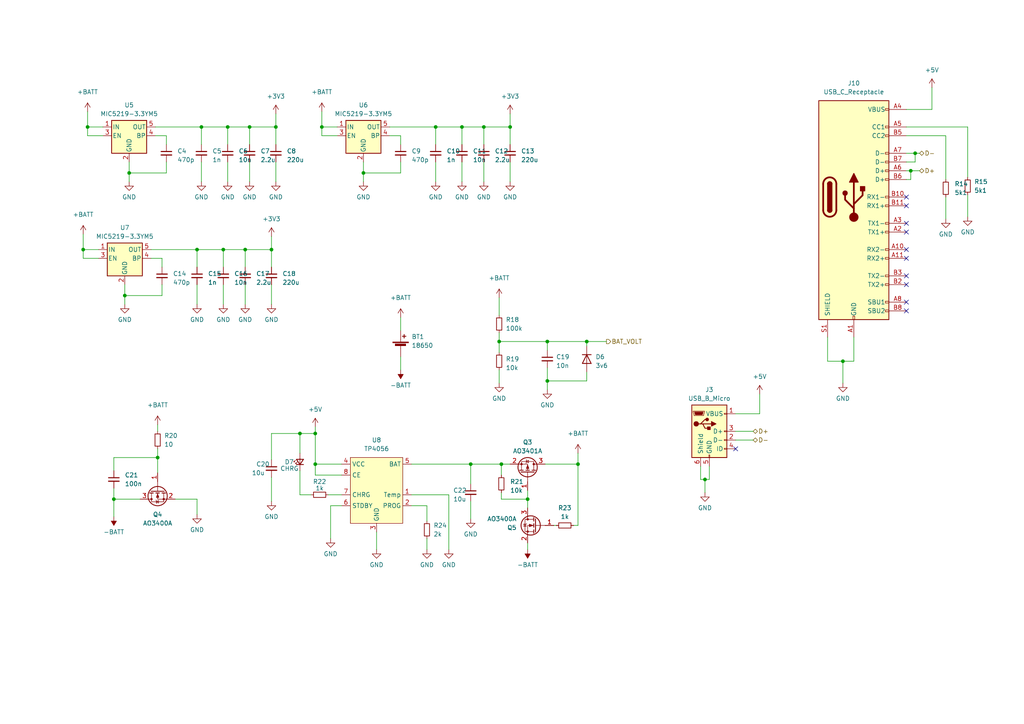
<source format=kicad_sch>
(kicad_sch
	(version 20231120)
	(generator "eeschema")
	(generator_version "8.0")
	(uuid "6fd6f90d-6a9b-4c1e-ad6c-02639fb8b353")
	(paper "A4")
	(lib_symbols
		(symbol "Connector:USB_B_Micro"
			(pin_names
				(offset 1.016)
			)
			(exclude_from_sim no)
			(in_bom yes)
			(on_board yes)
			(property "Reference" "J"
				(at -5.08 11.43 0)
				(effects
					(font
						(size 1.27 1.27)
					)
					(justify left)
				)
			)
			(property "Value" "USB_B_Micro"
				(at -5.08 8.89 0)
				(effects
					(font
						(size 1.27 1.27)
					)
					(justify left)
				)
			)
			(property "Footprint" ""
				(at 3.81 -1.27 0)
				(effects
					(font
						(size 1.27 1.27)
					)
					(hide yes)
				)
			)
			(property "Datasheet" "~"
				(at 3.81 -1.27 0)
				(effects
					(font
						(size 1.27 1.27)
					)
					(hide yes)
				)
			)
			(property "Description" "USB Micro Type B connector"
				(at 0 0 0)
				(effects
					(font
						(size 1.27 1.27)
					)
					(hide yes)
				)
			)
			(property "ki_keywords" "connector USB micro"
				(at 0 0 0)
				(effects
					(font
						(size 1.27 1.27)
					)
					(hide yes)
				)
			)
			(property "ki_fp_filters" "USB*"
				(at 0 0 0)
				(effects
					(font
						(size 1.27 1.27)
					)
					(hide yes)
				)
			)
			(symbol "USB_B_Micro_0_1"
				(rectangle
					(start -5.08 -7.62)
					(end 5.08 7.62)
					(stroke
						(width 0.254)
						(type default)
					)
					(fill
						(type background)
					)
				)
				(circle
					(center -3.81 2.159)
					(radius 0.635)
					(stroke
						(width 0.254)
						(type default)
					)
					(fill
						(type outline)
					)
				)
				(circle
					(center -0.635 3.429)
					(radius 0.381)
					(stroke
						(width 0.254)
						(type default)
					)
					(fill
						(type outline)
					)
				)
				(rectangle
					(start -0.127 -7.62)
					(end 0.127 -6.858)
					(stroke
						(width 0)
						(type default)
					)
					(fill
						(type none)
					)
				)
				(polyline
					(pts
						(xy -1.905 2.159) (xy 0.635 2.159)
					)
					(stroke
						(width 0.254)
						(type default)
					)
					(fill
						(type none)
					)
				)
				(polyline
					(pts
						(xy -3.175 2.159) (xy -2.54 2.159) (xy -1.27 3.429) (xy -0.635 3.429)
					)
					(stroke
						(width 0.254)
						(type default)
					)
					(fill
						(type none)
					)
				)
				(polyline
					(pts
						(xy -2.54 2.159) (xy -1.905 2.159) (xy -1.27 0.889) (xy 0 0.889)
					)
					(stroke
						(width 0.254)
						(type default)
					)
					(fill
						(type none)
					)
				)
				(polyline
					(pts
						(xy 0.635 2.794) (xy 0.635 1.524) (xy 1.905 2.159) (xy 0.635 2.794)
					)
					(stroke
						(width 0.254)
						(type default)
					)
					(fill
						(type outline)
					)
				)
				(polyline
					(pts
						(xy -4.318 5.588) (xy -1.778 5.588) (xy -2.032 4.826) (xy -4.064 4.826) (xy -4.318 5.588)
					)
					(stroke
						(width 0)
						(type default)
					)
					(fill
						(type outline)
					)
				)
				(polyline
					(pts
						(xy -4.699 5.842) (xy -4.699 5.588) (xy -4.445 4.826) (xy -4.445 4.572) (xy -1.651 4.572) (xy -1.651 4.826)
						(xy -1.397 5.588) (xy -1.397 5.842) (xy -4.699 5.842)
					)
					(stroke
						(width 0)
						(type default)
					)
					(fill
						(type none)
					)
				)
				(rectangle
					(start 0.254 1.27)
					(end -0.508 0.508)
					(stroke
						(width 0.254)
						(type default)
					)
					(fill
						(type outline)
					)
				)
				(rectangle
					(start 5.08 -5.207)
					(end 4.318 -4.953)
					(stroke
						(width 0)
						(type default)
					)
					(fill
						(type none)
					)
				)
				(rectangle
					(start 5.08 -2.667)
					(end 4.318 -2.413)
					(stroke
						(width 0)
						(type default)
					)
					(fill
						(type none)
					)
				)
				(rectangle
					(start 5.08 -0.127)
					(end 4.318 0.127)
					(stroke
						(width 0)
						(type default)
					)
					(fill
						(type none)
					)
				)
				(rectangle
					(start 5.08 4.953)
					(end 4.318 5.207)
					(stroke
						(width 0)
						(type default)
					)
					(fill
						(type none)
					)
				)
			)
			(symbol "USB_B_Micro_1_1"
				(pin power_out line
					(at 7.62 5.08 180)
					(length 2.54)
					(name "VBUS"
						(effects
							(font
								(size 1.27 1.27)
							)
						)
					)
					(number "1"
						(effects
							(font
								(size 1.27 1.27)
							)
						)
					)
				)
				(pin bidirectional line
					(at 7.62 -2.54 180)
					(length 2.54)
					(name "D-"
						(effects
							(font
								(size 1.27 1.27)
							)
						)
					)
					(number "2"
						(effects
							(font
								(size 1.27 1.27)
							)
						)
					)
				)
				(pin bidirectional line
					(at 7.62 0 180)
					(length 2.54)
					(name "D+"
						(effects
							(font
								(size 1.27 1.27)
							)
						)
					)
					(number "3"
						(effects
							(font
								(size 1.27 1.27)
							)
						)
					)
				)
				(pin passive line
					(at 7.62 -5.08 180)
					(length 2.54)
					(name "ID"
						(effects
							(font
								(size 1.27 1.27)
							)
						)
					)
					(number "4"
						(effects
							(font
								(size 1.27 1.27)
							)
						)
					)
				)
				(pin power_out line
					(at 0 -10.16 90)
					(length 2.54)
					(name "GND"
						(effects
							(font
								(size 1.27 1.27)
							)
						)
					)
					(number "5"
						(effects
							(font
								(size 1.27 1.27)
							)
						)
					)
				)
				(pin passive line
					(at -2.54 -10.16 90)
					(length 2.54)
					(name "Shield"
						(effects
							(font
								(size 1.27 1.27)
							)
						)
					)
					(number "6"
						(effects
							(font
								(size 1.27 1.27)
							)
						)
					)
				)
			)
		)
		(symbol "Connector:USB_C_Receptacle"
			(pin_names
				(offset 1.016)
			)
			(exclude_from_sim no)
			(in_bom yes)
			(on_board yes)
			(property "Reference" "J"
				(at -10.16 29.21 0)
				(effects
					(font
						(size 1.27 1.27)
					)
					(justify left)
				)
			)
			(property "Value" "USB_C_Receptacle"
				(at 10.16 29.21 0)
				(effects
					(font
						(size 1.27 1.27)
					)
					(justify right)
				)
			)
			(property "Footprint" ""
				(at 3.81 0 0)
				(effects
					(font
						(size 1.27 1.27)
					)
					(hide yes)
				)
			)
			(property "Datasheet" "https://www.usb.org/sites/default/files/documents/usb_type-c.zip"
				(at 3.81 0 0)
				(effects
					(font
						(size 1.27 1.27)
					)
					(hide yes)
				)
			)
			(property "Description" "USB Full-Featured Type-C Receptacle connector"
				(at 0 0 0)
				(effects
					(font
						(size 1.27 1.27)
					)
					(hide yes)
				)
			)
			(property "ki_keywords" "usb universal serial bus type-C full-featured"
				(at 0 0 0)
				(effects
					(font
						(size 1.27 1.27)
					)
					(hide yes)
				)
			)
			(property "ki_fp_filters" "USB*C*Receptacle*"
				(at 0 0 0)
				(effects
					(font
						(size 1.27 1.27)
					)
					(hide yes)
				)
			)
			(symbol "USB_C_Receptacle_0_0"
				(rectangle
					(start -0.254 -35.56)
					(end 0.254 -34.544)
					(stroke
						(width 0)
						(type default)
					)
					(fill
						(type none)
					)
				)
				(rectangle
					(start 10.16 -32.766)
					(end 9.144 -33.274)
					(stroke
						(width 0)
						(type default)
					)
					(fill
						(type none)
					)
				)
				(rectangle
					(start 10.16 -30.226)
					(end 9.144 -30.734)
					(stroke
						(width 0)
						(type default)
					)
					(fill
						(type none)
					)
				)
				(rectangle
					(start 10.16 -25.146)
					(end 9.144 -25.654)
					(stroke
						(width 0)
						(type default)
					)
					(fill
						(type none)
					)
				)
				(rectangle
					(start 10.16 -22.606)
					(end 9.144 -23.114)
					(stroke
						(width 0)
						(type default)
					)
					(fill
						(type none)
					)
				)
				(rectangle
					(start 10.16 -17.526)
					(end 9.144 -18.034)
					(stroke
						(width 0)
						(type default)
					)
					(fill
						(type none)
					)
				)
				(rectangle
					(start 10.16 -14.986)
					(end 9.144 -15.494)
					(stroke
						(width 0)
						(type default)
					)
					(fill
						(type none)
					)
				)
				(rectangle
					(start 10.16 -9.906)
					(end 9.144 -10.414)
					(stroke
						(width 0)
						(type default)
					)
					(fill
						(type none)
					)
				)
				(rectangle
					(start 10.16 -7.366)
					(end 9.144 -7.874)
					(stroke
						(width 0)
						(type default)
					)
					(fill
						(type none)
					)
				)
				(rectangle
					(start 10.16 -2.286)
					(end 9.144 -2.794)
					(stroke
						(width 0)
						(type default)
					)
					(fill
						(type none)
					)
				)
				(rectangle
					(start 10.16 0.254)
					(end 9.144 -0.254)
					(stroke
						(width 0)
						(type default)
					)
					(fill
						(type none)
					)
				)
				(rectangle
					(start 10.16 5.334)
					(end 9.144 4.826)
					(stroke
						(width 0)
						(type default)
					)
					(fill
						(type none)
					)
				)
				(rectangle
					(start 10.16 7.874)
					(end 9.144 7.366)
					(stroke
						(width 0)
						(type default)
					)
					(fill
						(type none)
					)
				)
				(rectangle
					(start 10.16 10.414)
					(end 9.144 9.906)
					(stroke
						(width 0)
						(type default)
					)
					(fill
						(type none)
					)
				)
				(rectangle
					(start 10.16 12.954)
					(end 9.144 12.446)
					(stroke
						(width 0)
						(type default)
					)
					(fill
						(type none)
					)
				)
				(rectangle
					(start 10.16 18.034)
					(end 9.144 17.526)
					(stroke
						(width 0)
						(type default)
					)
					(fill
						(type none)
					)
				)
				(rectangle
					(start 10.16 20.574)
					(end 9.144 20.066)
					(stroke
						(width 0)
						(type default)
					)
					(fill
						(type none)
					)
				)
				(rectangle
					(start 10.16 25.654)
					(end 9.144 25.146)
					(stroke
						(width 0)
						(type default)
					)
					(fill
						(type none)
					)
				)
			)
			(symbol "USB_C_Receptacle_0_1"
				(rectangle
					(start -10.16 27.94)
					(end 10.16 -35.56)
					(stroke
						(width 0.254)
						(type default)
					)
					(fill
						(type background)
					)
				)
				(arc
					(start -8.89 -3.81)
					(mid -6.985 -5.7067)
					(end -5.08 -3.81)
					(stroke
						(width 0.508)
						(type default)
					)
					(fill
						(type none)
					)
				)
				(arc
					(start -7.62 -3.81)
					(mid -6.985 -4.4423)
					(end -6.35 -3.81)
					(stroke
						(width 0.254)
						(type default)
					)
					(fill
						(type none)
					)
				)
				(arc
					(start -7.62 -3.81)
					(mid -6.985 -4.4423)
					(end -6.35 -3.81)
					(stroke
						(width 0.254)
						(type default)
					)
					(fill
						(type outline)
					)
				)
				(rectangle
					(start -7.62 -3.81)
					(end -6.35 3.81)
					(stroke
						(width 0.254)
						(type default)
					)
					(fill
						(type outline)
					)
				)
				(arc
					(start -6.35 3.81)
					(mid -6.985 4.4423)
					(end -7.62 3.81)
					(stroke
						(width 0.254)
						(type default)
					)
					(fill
						(type none)
					)
				)
				(arc
					(start -6.35 3.81)
					(mid -6.985 4.4423)
					(end -7.62 3.81)
					(stroke
						(width 0.254)
						(type default)
					)
					(fill
						(type outline)
					)
				)
				(arc
					(start -5.08 3.81)
					(mid -6.985 5.7067)
					(end -8.89 3.81)
					(stroke
						(width 0.508)
						(type default)
					)
					(fill
						(type none)
					)
				)
				(polyline
					(pts
						(xy -8.89 -3.81) (xy -8.89 3.81)
					)
					(stroke
						(width 0.508)
						(type default)
					)
					(fill
						(type none)
					)
				)
				(polyline
					(pts
						(xy -5.08 3.81) (xy -5.08 -3.81)
					)
					(stroke
						(width 0.508)
						(type default)
					)
					(fill
						(type none)
					)
				)
			)
			(symbol "USB_C_Receptacle_1_1"
				(circle
					(center -2.54 1.143)
					(radius 0.635)
					(stroke
						(width 0.254)
						(type default)
					)
					(fill
						(type outline)
					)
				)
				(circle
					(center 0 -5.842)
					(radius 1.27)
					(stroke
						(width 0)
						(type default)
					)
					(fill
						(type outline)
					)
				)
				(polyline
					(pts
						(xy 0 -5.842) (xy 0 4.318)
					)
					(stroke
						(width 0.508)
						(type default)
					)
					(fill
						(type none)
					)
				)
				(polyline
					(pts
						(xy 0 -3.302) (xy -2.54 -0.762) (xy -2.54 0.508)
					)
					(stroke
						(width 0.508)
						(type default)
					)
					(fill
						(type none)
					)
				)
				(polyline
					(pts
						(xy 0 -2.032) (xy 2.54 0.508) (xy 2.54 1.778)
					)
					(stroke
						(width 0.508)
						(type default)
					)
					(fill
						(type none)
					)
				)
				(polyline
					(pts
						(xy -1.27 4.318) (xy 0 6.858) (xy 1.27 4.318) (xy -1.27 4.318)
					)
					(stroke
						(width 0.254)
						(type default)
					)
					(fill
						(type outline)
					)
				)
				(rectangle
					(start 1.905 1.778)
					(end 3.175 3.048)
					(stroke
						(width 0.254)
						(type default)
					)
					(fill
						(type outline)
					)
				)
				(pin passive line
					(at 0 -40.64 90)
					(length 5.08)
					(name "GND"
						(effects
							(font
								(size 1.27 1.27)
							)
						)
					)
					(number "A1"
						(effects
							(font
								(size 1.27 1.27)
							)
						)
					)
				)
				(pin bidirectional line
					(at 15.24 -15.24 180)
					(length 5.08)
					(name "RX2-"
						(effects
							(font
								(size 1.27 1.27)
							)
						)
					)
					(number "A10"
						(effects
							(font
								(size 1.27 1.27)
							)
						)
					)
				)
				(pin bidirectional line
					(at 15.24 -17.78 180)
					(length 5.08)
					(name "RX2+"
						(effects
							(font
								(size 1.27 1.27)
							)
						)
					)
					(number "A11"
						(effects
							(font
								(size 1.27 1.27)
							)
						)
					)
				)
				(pin passive line
					(at 0 -40.64 90)
					(length 5.08) hide
					(name "GND"
						(effects
							(font
								(size 1.27 1.27)
							)
						)
					)
					(number "A12"
						(effects
							(font
								(size 1.27 1.27)
							)
						)
					)
				)
				(pin bidirectional line
					(at 15.24 -10.16 180)
					(length 5.08)
					(name "TX1+"
						(effects
							(font
								(size 1.27 1.27)
							)
						)
					)
					(number "A2"
						(effects
							(font
								(size 1.27 1.27)
							)
						)
					)
				)
				(pin bidirectional line
					(at 15.24 -7.62 180)
					(length 5.08)
					(name "TX1-"
						(effects
							(font
								(size 1.27 1.27)
							)
						)
					)
					(number "A3"
						(effects
							(font
								(size 1.27 1.27)
							)
						)
					)
				)
				(pin passive line
					(at 15.24 25.4 180)
					(length 5.08)
					(name "VBUS"
						(effects
							(font
								(size 1.27 1.27)
							)
						)
					)
					(number "A4"
						(effects
							(font
								(size 1.27 1.27)
							)
						)
					)
				)
				(pin bidirectional line
					(at 15.24 20.32 180)
					(length 5.08)
					(name "CC1"
						(effects
							(font
								(size 1.27 1.27)
							)
						)
					)
					(number "A5"
						(effects
							(font
								(size 1.27 1.27)
							)
						)
					)
				)
				(pin bidirectional line
					(at 15.24 7.62 180)
					(length 5.08)
					(name "D+"
						(effects
							(font
								(size 1.27 1.27)
							)
						)
					)
					(number "A6"
						(effects
							(font
								(size 1.27 1.27)
							)
						)
					)
				)
				(pin bidirectional line
					(at 15.24 12.7 180)
					(length 5.08)
					(name "D-"
						(effects
							(font
								(size 1.27 1.27)
							)
						)
					)
					(number "A7"
						(effects
							(font
								(size 1.27 1.27)
							)
						)
					)
				)
				(pin bidirectional line
					(at 15.24 -30.48 180)
					(length 5.08)
					(name "SBU1"
						(effects
							(font
								(size 1.27 1.27)
							)
						)
					)
					(number "A8"
						(effects
							(font
								(size 1.27 1.27)
							)
						)
					)
				)
				(pin passive line
					(at 15.24 25.4 180)
					(length 5.08) hide
					(name "VBUS"
						(effects
							(font
								(size 1.27 1.27)
							)
						)
					)
					(number "A9"
						(effects
							(font
								(size 1.27 1.27)
							)
						)
					)
				)
				(pin passive line
					(at 0 -40.64 90)
					(length 5.08) hide
					(name "GND"
						(effects
							(font
								(size 1.27 1.27)
							)
						)
					)
					(number "B1"
						(effects
							(font
								(size 1.27 1.27)
							)
						)
					)
				)
				(pin bidirectional line
					(at 15.24 0 180)
					(length 5.08)
					(name "RX1-"
						(effects
							(font
								(size 1.27 1.27)
							)
						)
					)
					(number "B10"
						(effects
							(font
								(size 1.27 1.27)
							)
						)
					)
				)
				(pin bidirectional line
					(at 15.24 -2.54 180)
					(length 5.08)
					(name "RX1+"
						(effects
							(font
								(size 1.27 1.27)
							)
						)
					)
					(number "B11"
						(effects
							(font
								(size 1.27 1.27)
							)
						)
					)
				)
				(pin passive line
					(at 0 -40.64 90)
					(length 5.08) hide
					(name "GND"
						(effects
							(font
								(size 1.27 1.27)
							)
						)
					)
					(number "B12"
						(effects
							(font
								(size 1.27 1.27)
							)
						)
					)
				)
				(pin bidirectional line
					(at 15.24 -25.4 180)
					(length 5.08)
					(name "TX2+"
						(effects
							(font
								(size 1.27 1.27)
							)
						)
					)
					(number "B2"
						(effects
							(font
								(size 1.27 1.27)
							)
						)
					)
				)
				(pin bidirectional line
					(at 15.24 -22.86 180)
					(length 5.08)
					(name "TX2-"
						(effects
							(font
								(size 1.27 1.27)
							)
						)
					)
					(number "B3"
						(effects
							(font
								(size 1.27 1.27)
							)
						)
					)
				)
				(pin passive line
					(at 15.24 25.4 180)
					(length 5.08) hide
					(name "VBUS"
						(effects
							(font
								(size 1.27 1.27)
							)
						)
					)
					(number "B4"
						(effects
							(font
								(size 1.27 1.27)
							)
						)
					)
				)
				(pin bidirectional line
					(at 15.24 17.78 180)
					(length 5.08)
					(name "CC2"
						(effects
							(font
								(size 1.27 1.27)
							)
						)
					)
					(number "B5"
						(effects
							(font
								(size 1.27 1.27)
							)
						)
					)
				)
				(pin bidirectional line
					(at 15.24 5.08 180)
					(length 5.08)
					(name "D+"
						(effects
							(font
								(size 1.27 1.27)
							)
						)
					)
					(number "B6"
						(effects
							(font
								(size 1.27 1.27)
							)
						)
					)
				)
				(pin bidirectional line
					(at 15.24 10.16 180)
					(length 5.08)
					(name "D-"
						(effects
							(font
								(size 1.27 1.27)
							)
						)
					)
					(number "B7"
						(effects
							(font
								(size 1.27 1.27)
							)
						)
					)
				)
				(pin bidirectional line
					(at 15.24 -33.02 180)
					(length 5.08)
					(name "SBU2"
						(effects
							(font
								(size 1.27 1.27)
							)
						)
					)
					(number "B8"
						(effects
							(font
								(size 1.27 1.27)
							)
						)
					)
				)
				(pin passive line
					(at 15.24 25.4 180)
					(length 5.08) hide
					(name "VBUS"
						(effects
							(font
								(size 1.27 1.27)
							)
						)
					)
					(number "B9"
						(effects
							(font
								(size 1.27 1.27)
							)
						)
					)
				)
				(pin passive line
					(at -7.62 -40.64 90)
					(length 5.08)
					(name "SHIELD"
						(effects
							(font
								(size 1.27 1.27)
							)
						)
					)
					(number "S1"
						(effects
							(font
								(size 1.27 1.27)
							)
						)
					)
				)
			)
		)
		(symbol "Device:Battery_Cell"
			(pin_numbers hide)
			(pin_names
				(offset 0) hide)
			(exclude_from_sim no)
			(in_bom yes)
			(on_board yes)
			(property "Reference" "BT"
				(at 2.54 2.54 0)
				(effects
					(font
						(size 1.27 1.27)
					)
					(justify left)
				)
			)
			(property "Value" "Battery_Cell"
				(at 2.54 0 0)
				(effects
					(font
						(size 1.27 1.27)
					)
					(justify left)
				)
			)
			(property "Footprint" ""
				(at 0 1.524 90)
				(effects
					(font
						(size 1.27 1.27)
					)
					(hide yes)
				)
			)
			(property "Datasheet" "~"
				(at 0 1.524 90)
				(effects
					(font
						(size 1.27 1.27)
					)
					(hide yes)
				)
			)
			(property "Description" "Single-cell battery"
				(at 0 0 0)
				(effects
					(font
						(size 1.27 1.27)
					)
					(hide yes)
				)
			)
			(property "ki_keywords" "battery cell"
				(at 0 0 0)
				(effects
					(font
						(size 1.27 1.27)
					)
					(hide yes)
				)
			)
			(symbol "Battery_Cell_0_1"
				(rectangle
					(start -2.286 1.778)
					(end 2.286 1.524)
					(stroke
						(width 0)
						(type default)
					)
					(fill
						(type outline)
					)
				)
				(rectangle
					(start -1.5748 1.1938)
					(end 1.4732 0.6858)
					(stroke
						(width 0)
						(type default)
					)
					(fill
						(type outline)
					)
				)
				(polyline
					(pts
						(xy 0 0.762) (xy 0 0)
					)
					(stroke
						(width 0)
						(type default)
					)
					(fill
						(type none)
					)
				)
				(polyline
					(pts
						(xy 0 1.778) (xy 0 2.54)
					)
					(stroke
						(width 0)
						(type default)
					)
					(fill
						(type none)
					)
				)
				(polyline
					(pts
						(xy 0.508 3.429) (xy 1.524 3.429)
					)
					(stroke
						(width 0.254)
						(type default)
					)
					(fill
						(type none)
					)
				)
				(polyline
					(pts
						(xy 1.016 3.937) (xy 1.016 2.921)
					)
					(stroke
						(width 0.254)
						(type default)
					)
					(fill
						(type none)
					)
				)
			)
			(symbol "Battery_Cell_1_1"
				(pin passive line
					(at 0 5.08 270)
					(length 2.54)
					(name "+"
						(effects
							(font
								(size 1.27 1.27)
							)
						)
					)
					(number "1"
						(effects
							(font
								(size 1.27 1.27)
							)
						)
					)
				)
				(pin passive line
					(at 0 -2.54 90)
					(length 2.54)
					(name "-"
						(effects
							(font
								(size 1.27 1.27)
							)
						)
					)
					(number "2"
						(effects
							(font
								(size 1.27 1.27)
							)
						)
					)
				)
			)
		)
		(symbol "Device:C_Small"
			(pin_numbers hide)
			(pin_names
				(offset 0.254) hide)
			(exclude_from_sim no)
			(in_bom yes)
			(on_board yes)
			(property "Reference" "C"
				(at 0.254 1.778 0)
				(effects
					(font
						(size 1.27 1.27)
					)
					(justify left)
				)
			)
			(property "Value" "C_Small"
				(at 0.254 -2.032 0)
				(effects
					(font
						(size 1.27 1.27)
					)
					(justify left)
				)
			)
			(property "Footprint" ""
				(at 0 0 0)
				(effects
					(font
						(size 1.27 1.27)
					)
					(hide yes)
				)
			)
			(property "Datasheet" "~"
				(at 0 0 0)
				(effects
					(font
						(size 1.27 1.27)
					)
					(hide yes)
				)
			)
			(property "Description" "Unpolarized capacitor, small symbol"
				(at 0 0 0)
				(effects
					(font
						(size 1.27 1.27)
					)
					(hide yes)
				)
			)
			(property "ki_keywords" "capacitor cap"
				(at 0 0 0)
				(effects
					(font
						(size 1.27 1.27)
					)
					(hide yes)
				)
			)
			(property "ki_fp_filters" "C_*"
				(at 0 0 0)
				(effects
					(font
						(size 1.27 1.27)
					)
					(hide yes)
				)
			)
			(symbol "C_Small_0_1"
				(polyline
					(pts
						(xy -1.524 -0.508) (xy 1.524 -0.508)
					)
					(stroke
						(width 0.3302)
						(type default)
					)
					(fill
						(type none)
					)
				)
				(polyline
					(pts
						(xy -1.524 0.508) (xy 1.524 0.508)
					)
					(stroke
						(width 0.3048)
						(type default)
					)
					(fill
						(type none)
					)
				)
			)
			(symbol "C_Small_1_1"
				(pin passive line
					(at 0 2.54 270)
					(length 2.032)
					(name "~"
						(effects
							(font
								(size 1.27 1.27)
							)
						)
					)
					(number "1"
						(effects
							(font
								(size 1.27 1.27)
							)
						)
					)
				)
				(pin passive line
					(at 0 -2.54 90)
					(length 2.032)
					(name "~"
						(effects
							(font
								(size 1.27 1.27)
							)
						)
					)
					(number "2"
						(effects
							(font
								(size 1.27 1.27)
							)
						)
					)
				)
			)
		)
		(symbol "Device:LED_Small"
			(pin_numbers hide)
			(pin_names
				(offset 0.254) hide)
			(exclude_from_sim no)
			(in_bom yes)
			(on_board yes)
			(property "Reference" "D"
				(at -1.27 3.175 0)
				(effects
					(font
						(size 1.27 1.27)
					)
					(justify left)
				)
			)
			(property "Value" "LED_Small"
				(at -4.445 -2.54 0)
				(effects
					(font
						(size 1.27 1.27)
					)
					(justify left)
				)
			)
			(property "Footprint" ""
				(at 0 0 90)
				(effects
					(font
						(size 1.27 1.27)
					)
					(hide yes)
				)
			)
			(property "Datasheet" "~"
				(at 0 0 90)
				(effects
					(font
						(size 1.27 1.27)
					)
					(hide yes)
				)
			)
			(property "Description" "Light emitting diode, small symbol"
				(at 0 0 0)
				(effects
					(font
						(size 1.27 1.27)
					)
					(hide yes)
				)
			)
			(property "ki_keywords" "LED diode light-emitting-diode"
				(at 0 0 0)
				(effects
					(font
						(size 1.27 1.27)
					)
					(hide yes)
				)
			)
			(property "ki_fp_filters" "LED* LED_SMD:* LED_THT:*"
				(at 0 0 0)
				(effects
					(font
						(size 1.27 1.27)
					)
					(hide yes)
				)
			)
			(symbol "LED_Small_0_1"
				(polyline
					(pts
						(xy -0.762 -1.016) (xy -0.762 1.016)
					)
					(stroke
						(width 0.254)
						(type default)
					)
					(fill
						(type none)
					)
				)
				(polyline
					(pts
						(xy 1.016 0) (xy -0.762 0)
					)
					(stroke
						(width 0)
						(type default)
					)
					(fill
						(type none)
					)
				)
				(polyline
					(pts
						(xy 0.762 -1.016) (xy -0.762 0) (xy 0.762 1.016) (xy 0.762 -1.016)
					)
					(stroke
						(width 0.254)
						(type default)
					)
					(fill
						(type none)
					)
				)
				(polyline
					(pts
						(xy 0 0.762) (xy -0.508 1.27) (xy -0.254 1.27) (xy -0.508 1.27) (xy -0.508 1.016)
					)
					(stroke
						(width 0)
						(type default)
					)
					(fill
						(type none)
					)
				)
				(polyline
					(pts
						(xy 0.508 1.27) (xy 0 1.778) (xy 0.254 1.778) (xy 0 1.778) (xy 0 1.524)
					)
					(stroke
						(width 0)
						(type default)
					)
					(fill
						(type none)
					)
				)
			)
			(symbol "LED_Small_1_1"
				(pin passive line
					(at -2.54 0 0)
					(length 1.778)
					(name "K"
						(effects
							(font
								(size 1.27 1.27)
							)
						)
					)
					(number "1"
						(effects
							(font
								(size 1.27 1.27)
							)
						)
					)
				)
				(pin passive line
					(at 2.54 0 180)
					(length 1.778)
					(name "A"
						(effects
							(font
								(size 1.27 1.27)
							)
						)
					)
					(number "2"
						(effects
							(font
								(size 1.27 1.27)
							)
						)
					)
				)
			)
		)
		(symbol "Device:R_Small"
			(pin_numbers hide)
			(pin_names
				(offset 0.254) hide)
			(exclude_from_sim no)
			(in_bom yes)
			(on_board yes)
			(property "Reference" "R"
				(at 0.762 0.508 0)
				(effects
					(font
						(size 1.27 1.27)
					)
					(justify left)
				)
			)
			(property "Value" "R_Small"
				(at 0.762 -1.016 0)
				(effects
					(font
						(size 1.27 1.27)
					)
					(justify left)
				)
			)
			(property "Footprint" ""
				(at 0 0 0)
				(effects
					(font
						(size 1.27 1.27)
					)
					(hide yes)
				)
			)
			(property "Datasheet" "~"
				(at 0 0 0)
				(effects
					(font
						(size 1.27 1.27)
					)
					(hide yes)
				)
			)
			(property "Description" "Resistor, small symbol"
				(at 0 0 0)
				(effects
					(font
						(size 1.27 1.27)
					)
					(hide yes)
				)
			)
			(property "ki_keywords" "R resistor"
				(at 0 0 0)
				(effects
					(font
						(size 1.27 1.27)
					)
					(hide yes)
				)
			)
			(property "ki_fp_filters" "R_*"
				(at 0 0 0)
				(effects
					(font
						(size 1.27 1.27)
					)
					(hide yes)
				)
			)
			(symbol "R_Small_0_1"
				(rectangle
					(start -0.762 1.778)
					(end 0.762 -1.778)
					(stroke
						(width 0.2032)
						(type default)
					)
					(fill
						(type none)
					)
				)
			)
			(symbol "R_Small_1_1"
				(pin passive line
					(at 0 2.54 270)
					(length 0.762)
					(name "~"
						(effects
							(font
								(size 1.27 1.27)
							)
						)
					)
					(number "1"
						(effects
							(font
								(size 1.27 1.27)
							)
						)
					)
				)
				(pin passive line
					(at 0 -2.54 90)
					(length 0.762)
					(name "~"
						(effects
							(font
								(size 1.27 1.27)
							)
						)
					)
					(number "2"
						(effects
							(font
								(size 1.27 1.27)
							)
						)
					)
				)
			)
		)
		(symbol "Diode:1N4148W"
			(pin_numbers hide)
			(pin_names hide)
			(exclude_from_sim no)
			(in_bom yes)
			(on_board yes)
			(property "Reference" "D"
				(at 0 2.54 0)
				(effects
					(font
						(size 1.27 1.27)
					)
				)
			)
			(property "Value" "1N4148W"
				(at 0 -2.54 0)
				(effects
					(font
						(size 1.27 1.27)
					)
				)
			)
			(property "Footprint" "Diode_SMD:D_SOD-123"
				(at 0 -4.445 0)
				(effects
					(font
						(size 1.27 1.27)
					)
					(hide yes)
				)
			)
			(property "Datasheet" "https://www.vishay.com/docs/85748/1n4148w.pdf"
				(at 0 0 0)
				(effects
					(font
						(size 1.27 1.27)
					)
					(hide yes)
				)
			)
			(property "Description" "75V 0.15A Fast Switching Diode, SOD-123"
				(at 0 0 0)
				(effects
					(font
						(size 1.27 1.27)
					)
					(hide yes)
				)
			)
			(property "Sim.Device" "D"
				(at 0 0 0)
				(effects
					(font
						(size 1.27 1.27)
					)
					(hide yes)
				)
			)
			(property "Sim.Pins" "1=K 2=A"
				(at 0 0 0)
				(effects
					(font
						(size 1.27 1.27)
					)
					(hide yes)
				)
			)
			(property "ki_keywords" "diode"
				(at 0 0 0)
				(effects
					(font
						(size 1.27 1.27)
					)
					(hide yes)
				)
			)
			(property "ki_fp_filters" "D*SOD?123*"
				(at 0 0 0)
				(effects
					(font
						(size 1.27 1.27)
					)
					(hide yes)
				)
			)
			(symbol "1N4148W_0_1"
				(polyline
					(pts
						(xy -1.27 1.27) (xy -1.27 -1.27)
					)
					(stroke
						(width 0.254)
						(type default)
					)
					(fill
						(type none)
					)
				)
				(polyline
					(pts
						(xy 1.27 0) (xy -1.27 0)
					)
					(stroke
						(width 0)
						(type default)
					)
					(fill
						(type none)
					)
				)
				(polyline
					(pts
						(xy 1.27 1.27) (xy 1.27 -1.27) (xy -1.27 0) (xy 1.27 1.27)
					)
					(stroke
						(width 0.254)
						(type default)
					)
					(fill
						(type none)
					)
				)
			)
			(symbol "1N4148W_1_1"
				(pin passive line
					(at -3.81 0 0)
					(length 2.54)
					(name "K"
						(effects
							(font
								(size 1.27 1.27)
							)
						)
					)
					(number "1"
						(effects
							(font
								(size 1.27 1.27)
							)
						)
					)
				)
				(pin passive line
					(at 3.81 0 180)
					(length 2.54)
					(name "A"
						(effects
							(font
								(size 1.27 1.27)
							)
						)
					)
					(number "2"
						(effects
							(font
								(size 1.27 1.27)
							)
						)
					)
				)
			)
		)
		(symbol "IVE:TP4056"
			(exclude_from_sim no)
			(in_bom yes)
			(on_board yes)
			(property "Reference" "U"
				(at 1.27 3.175 0)
				(effects
					(font
						(size 1.27 1.27)
					)
				)
			)
			(property "Value" "TP4056"
				(at 3.175 1.27 0)
				(effects
					(font
						(size 1.27 1.27)
					)
				)
			)
			(property "Footprint" "Package_SO:TSSOP-8_3x3mm_P0.65mm"
				(at 3.175 0 0)
				(effects
					(font
						(size 1.27 1.27)
					)
					(hide yes)
				)
			)
			(property "Datasheet" "https://datasheet.lcsc.com/lcsc/1809261820_TOPPOWER-Nanjing-Extension-Microelectronics-TP4056-42-ESOP8_C16581.pdf"
				(at 3.175 0 0)
				(effects
					(font
						(size 1.27 1.27)
					)
					(hide yes)
				)
			)
			(property "Description" ""
				(at 0 0 0)
				(effects
					(font
						(size 1.27 1.27)
					)
					(hide yes)
				)
			)
			(symbol "TP4056_0_1"
				(rectangle
					(start 0 0)
					(end 15.24 -19.05)
					(stroke
						(width 0)
						(type default)
					)
					(fill
						(type background)
					)
				)
			)
			(symbol "TP4056_1_1"
				(pin input line
					(at 17.78 -10.795 180)
					(length 2.54)
					(name "Temp"
						(effects
							(font
								(size 1.27 1.27)
							)
						)
					)
					(number "1"
						(effects
							(font
								(size 1.27 1.27)
							)
						)
					)
				)
				(pin input line
					(at 17.78 -13.97 180)
					(length 2.54)
					(name "PROG"
						(effects
							(font
								(size 1.27 1.27)
							)
						)
					)
					(number "2"
						(effects
							(font
								(size 1.27 1.27)
							)
						)
					)
				)
				(pin power_out line
					(at 7.62 -21.59 90)
					(length 2.54)
					(name "GND"
						(effects
							(font
								(size 1.27 1.27)
							)
						)
					)
					(number "3"
						(effects
							(font
								(size 1.27 1.27)
							)
						)
					)
				)
				(pin power_in line
					(at -2.54 -1.905 0)
					(length 2.54)
					(name "VCC"
						(effects
							(font
								(size 1.27 1.27)
							)
						)
					)
					(number "4"
						(effects
							(font
								(size 1.27 1.27)
							)
						)
					)
				)
				(pin power_out line
					(at 17.78 -1.905 180)
					(length 2.54)
					(name "BAT"
						(effects
							(font
								(size 1.27 1.27)
							)
						)
					)
					(number "5"
						(effects
							(font
								(size 1.27 1.27)
							)
						)
					)
				)
				(pin input line
					(at -2.54 -13.97 0)
					(length 2.54)
					(name "STDBY"
						(effects
							(font
								(size 1.27 1.27)
							)
						)
					)
					(number "6"
						(effects
							(font
								(size 1.27 1.27)
							)
						)
					)
				)
				(pin input line
					(at -2.54 -10.795 0)
					(length 2.54)
					(name "CHRG"
						(effects
							(font
								(size 1.27 1.27)
							)
						)
					)
					(number "7"
						(effects
							(font
								(size 1.27 1.27)
							)
						)
					)
				)
				(pin input line
					(at -2.54 -5.08 0)
					(length 2.54)
					(name "CE"
						(effects
							(font
								(size 1.27 1.27)
							)
						)
					)
					(number "8"
						(effects
							(font
								(size 1.27 1.27)
							)
						)
					)
				)
			)
		)
		(symbol "Regulator_Linear:MIC5219-3.3YM5"
			(pin_names
				(offset 0.254)
			)
			(exclude_from_sim no)
			(in_bom yes)
			(on_board yes)
			(property "Reference" "U"
				(at -3.81 5.715 0)
				(effects
					(font
						(size 1.27 1.27)
					)
				)
			)
			(property "Value" "MIC5219-3.3YM5"
				(at 0 5.715 0)
				(effects
					(font
						(size 1.27 1.27)
					)
					(justify left)
				)
			)
			(property "Footprint" "Package_TO_SOT_SMD:SOT-23-5"
				(at 0 8.255 0)
				(effects
					(font
						(size 1.27 1.27)
					)
					(hide yes)
				)
			)
			(property "Datasheet" "http://ww1.microchip.com/downloads/en/DeviceDoc/MIC5219-500mA-Peak-Output-LDO-Regulator-DS20006021A.pdf"
				(at 0 0 0)
				(effects
					(font
						(size 1.27 1.27)
					)
					(hide yes)
				)
			)
			(property "Description" "500mA low dropout linear regulator, fixed 3.3V output, SOT-23-5"
				(at 0 0 0)
				(effects
					(font
						(size 1.27 1.27)
					)
					(hide yes)
				)
			)
			(property "ki_keywords" "500mA ultra-low-noise LDO linear voltage regulator fixed positive"
				(at 0 0 0)
				(effects
					(font
						(size 1.27 1.27)
					)
					(hide yes)
				)
			)
			(property "ki_fp_filters" "SOT?23*"
				(at 0 0 0)
				(effects
					(font
						(size 1.27 1.27)
					)
					(hide yes)
				)
			)
			(symbol "MIC5219-3.3YM5_0_1"
				(rectangle
					(start -5.08 4.445)
					(end 5.08 -5.08)
					(stroke
						(width 0.254)
						(type default)
					)
					(fill
						(type background)
					)
				)
			)
			(symbol "MIC5219-3.3YM5_1_1"
				(pin power_in line
					(at -7.62 2.54 0)
					(length 2.54)
					(name "IN"
						(effects
							(font
								(size 1.27 1.27)
							)
						)
					)
					(number "1"
						(effects
							(font
								(size 1.27 1.27)
							)
						)
					)
				)
				(pin power_in line
					(at 0 -7.62 90)
					(length 2.54)
					(name "GND"
						(effects
							(font
								(size 1.27 1.27)
							)
						)
					)
					(number "2"
						(effects
							(font
								(size 1.27 1.27)
							)
						)
					)
				)
				(pin input line
					(at -7.62 0 0)
					(length 2.54)
					(name "EN"
						(effects
							(font
								(size 1.27 1.27)
							)
						)
					)
					(number "3"
						(effects
							(font
								(size 1.27 1.27)
							)
						)
					)
				)
				(pin input line
					(at 7.62 0 180)
					(length 2.54)
					(name "BP"
						(effects
							(font
								(size 1.27 1.27)
							)
						)
					)
					(number "4"
						(effects
							(font
								(size 1.27 1.27)
							)
						)
					)
				)
				(pin power_out line
					(at 7.62 2.54 180)
					(length 2.54)
					(name "OUT"
						(effects
							(font
								(size 1.27 1.27)
							)
						)
					)
					(number "5"
						(effects
							(font
								(size 1.27 1.27)
							)
						)
					)
				)
			)
		)
		(symbol "Transistor_FET:AO3400A"
			(pin_names hide)
			(exclude_from_sim no)
			(in_bom yes)
			(on_board yes)
			(property "Reference" "Q"
				(at 5.08 1.905 0)
				(effects
					(font
						(size 1.27 1.27)
					)
					(justify left)
				)
			)
			(property "Value" "AO3400A"
				(at 5.08 0 0)
				(effects
					(font
						(size 1.27 1.27)
					)
					(justify left)
				)
			)
			(property "Footprint" "Package_TO_SOT_SMD:SOT-23"
				(at 5.08 -1.905 0)
				(effects
					(font
						(size 1.27 1.27)
						(italic yes)
					)
					(justify left)
					(hide yes)
				)
			)
			(property "Datasheet" "http://www.aosmd.com/pdfs/datasheet/AO3400A.pdf"
				(at 0 0 0)
				(effects
					(font
						(size 1.27 1.27)
					)
					(justify left)
					(hide yes)
				)
			)
			(property "Description" "30V Vds, 5.7A Id, N-Channel MOSFET, SOT-23"
				(at 0 0 0)
				(effects
					(font
						(size 1.27 1.27)
					)
					(hide yes)
				)
			)
			(property "ki_keywords" "N-Channel MOSFET"
				(at 0 0 0)
				(effects
					(font
						(size 1.27 1.27)
					)
					(hide yes)
				)
			)
			(property "ki_fp_filters" "SOT?23*"
				(at 0 0 0)
				(effects
					(font
						(size 1.27 1.27)
					)
					(hide yes)
				)
			)
			(symbol "AO3400A_0_1"
				(polyline
					(pts
						(xy 0.254 0) (xy -2.54 0)
					)
					(stroke
						(width 0)
						(type default)
					)
					(fill
						(type none)
					)
				)
				(polyline
					(pts
						(xy 0.254 1.905) (xy 0.254 -1.905)
					)
					(stroke
						(width 0.254)
						(type default)
					)
					(fill
						(type none)
					)
				)
				(polyline
					(pts
						(xy 0.762 -1.27) (xy 0.762 -2.286)
					)
					(stroke
						(width 0.254)
						(type default)
					)
					(fill
						(type none)
					)
				)
				(polyline
					(pts
						(xy 0.762 0.508) (xy 0.762 -0.508)
					)
					(stroke
						(width 0.254)
						(type default)
					)
					(fill
						(type none)
					)
				)
				(polyline
					(pts
						(xy 0.762 2.286) (xy 0.762 1.27)
					)
					(stroke
						(width 0.254)
						(type default)
					)
					(fill
						(type none)
					)
				)
				(polyline
					(pts
						(xy 2.54 2.54) (xy 2.54 1.778)
					)
					(stroke
						(width 0)
						(type default)
					)
					(fill
						(type none)
					)
				)
				(polyline
					(pts
						(xy 2.54 -2.54) (xy 2.54 0) (xy 0.762 0)
					)
					(stroke
						(width 0)
						(type default)
					)
					(fill
						(type none)
					)
				)
				(polyline
					(pts
						(xy 0.762 -1.778) (xy 3.302 -1.778) (xy 3.302 1.778) (xy 0.762 1.778)
					)
					(stroke
						(width 0)
						(type default)
					)
					(fill
						(type none)
					)
				)
				(polyline
					(pts
						(xy 1.016 0) (xy 2.032 0.381) (xy 2.032 -0.381) (xy 1.016 0)
					)
					(stroke
						(width 0)
						(type default)
					)
					(fill
						(type outline)
					)
				)
				(polyline
					(pts
						(xy 2.794 0.508) (xy 2.921 0.381) (xy 3.683 0.381) (xy 3.81 0.254)
					)
					(stroke
						(width 0)
						(type default)
					)
					(fill
						(type none)
					)
				)
				(polyline
					(pts
						(xy 3.302 0.381) (xy 2.921 -0.254) (xy 3.683 -0.254) (xy 3.302 0.381)
					)
					(stroke
						(width 0)
						(type default)
					)
					(fill
						(type none)
					)
				)
				(circle
					(center 1.651 0)
					(radius 2.794)
					(stroke
						(width 0.254)
						(type default)
					)
					(fill
						(type none)
					)
				)
				(circle
					(center 2.54 -1.778)
					(radius 0.254)
					(stroke
						(width 0)
						(type default)
					)
					(fill
						(type outline)
					)
				)
				(circle
					(center 2.54 1.778)
					(radius 0.254)
					(stroke
						(width 0)
						(type default)
					)
					(fill
						(type outline)
					)
				)
			)
			(symbol "AO3400A_1_1"
				(pin input line
					(at -5.08 0 0)
					(length 2.54)
					(name "G"
						(effects
							(font
								(size 1.27 1.27)
							)
						)
					)
					(number "1"
						(effects
							(font
								(size 1.27 1.27)
							)
						)
					)
				)
				(pin passive line
					(at 2.54 -5.08 90)
					(length 2.54)
					(name "S"
						(effects
							(font
								(size 1.27 1.27)
							)
						)
					)
					(number "2"
						(effects
							(font
								(size 1.27 1.27)
							)
						)
					)
				)
				(pin passive line
					(at 2.54 5.08 270)
					(length 2.54)
					(name "D"
						(effects
							(font
								(size 1.27 1.27)
							)
						)
					)
					(number "3"
						(effects
							(font
								(size 1.27 1.27)
							)
						)
					)
				)
			)
		)
		(symbol "Transistor_FET:AO3401A"
			(pin_names hide)
			(exclude_from_sim no)
			(in_bom yes)
			(on_board yes)
			(property "Reference" "Q"
				(at 5.08 1.905 0)
				(effects
					(font
						(size 1.27 1.27)
					)
					(justify left)
				)
			)
			(property "Value" "AO3401A"
				(at 5.08 0 0)
				(effects
					(font
						(size 1.27 1.27)
					)
					(justify left)
				)
			)
			(property "Footprint" "Package_TO_SOT_SMD:SOT-23"
				(at 5.08 -1.905 0)
				(effects
					(font
						(size 1.27 1.27)
						(italic yes)
					)
					(justify left)
					(hide yes)
				)
			)
			(property "Datasheet" "http://www.aosmd.com/pdfs/datasheet/AO3401A.pdf"
				(at 0 0 0)
				(effects
					(font
						(size 1.27 1.27)
					)
					(justify left)
					(hide yes)
				)
			)
			(property "Description" "-4.0A Id, -30V Vds, P-Channel MOSFET, SOT-23"
				(at 0 0 0)
				(effects
					(font
						(size 1.27 1.27)
					)
					(hide yes)
				)
			)
			(property "ki_keywords" "P-Channel MOSFET"
				(at 0 0 0)
				(effects
					(font
						(size 1.27 1.27)
					)
					(hide yes)
				)
			)
			(property "ki_fp_filters" "SOT?23*"
				(at 0 0 0)
				(effects
					(font
						(size 1.27 1.27)
					)
					(hide yes)
				)
			)
			(symbol "AO3401A_0_1"
				(polyline
					(pts
						(xy 0.254 0) (xy -2.54 0)
					)
					(stroke
						(width 0)
						(type default)
					)
					(fill
						(type none)
					)
				)
				(polyline
					(pts
						(xy 0.254 1.905) (xy 0.254 -1.905)
					)
					(stroke
						(width 0.254)
						(type default)
					)
					(fill
						(type none)
					)
				)
				(polyline
					(pts
						(xy 0.762 -1.27) (xy 0.762 -2.286)
					)
					(stroke
						(width 0.254)
						(type default)
					)
					(fill
						(type none)
					)
				)
				(polyline
					(pts
						(xy 0.762 0.508) (xy 0.762 -0.508)
					)
					(stroke
						(width 0.254)
						(type default)
					)
					(fill
						(type none)
					)
				)
				(polyline
					(pts
						(xy 0.762 2.286) (xy 0.762 1.27)
					)
					(stroke
						(width 0.254)
						(type default)
					)
					(fill
						(type none)
					)
				)
				(polyline
					(pts
						(xy 2.54 2.54) (xy 2.54 1.778)
					)
					(stroke
						(width 0)
						(type default)
					)
					(fill
						(type none)
					)
				)
				(polyline
					(pts
						(xy 2.54 -2.54) (xy 2.54 0) (xy 0.762 0)
					)
					(stroke
						(width 0)
						(type default)
					)
					(fill
						(type none)
					)
				)
				(polyline
					(pts
						(xy 0.762 1.778) (xy 3.302 1.778) (xy 3.302 -1.778) (xy 0.762 -1.778)
					)
					(stroke
						(width 0)
						(type default)
					)
					(fill
						(type none)
					)
				)
				(polyline
					(pts
						(xy 2.286 0) (xy 1.27 0.381) (xy 1.27 -0.381) (xy 2.286 0)
					)
					(stroke
						(width 0)
						(type default)
					)
					(fill
						(type outline)
					)
				)
				(polyline
					(pts
						(xy 2.794 -0.508) (xy 2.921 -0.381) (xy 3.683 -0.381) (xy 3.81 -0.254)
					)
					(stroke
						(width 0)
						(type default)
					)
					(fill
						(type none)
					)
				)
				(polyline
					(pts
						(xy 3.302 -0.381) (xy 2.921 0.254) (xy 3.683 0.254) (xy 3.302 -0.381)
					)
					(stroke
						(width 0)
						(type default)
					)
					(fill
						(type none)
					)
				)
				(circle
					(center 1.651 0)
					(radius 2.794)
					(stroke
						(width 0.254)
						(type default)
					)
					(fill
						(type none)
					)
				)
				(circle
					(center 2.54 -1.778)
					(radius 0.254)
					(stroke
						(width 0)
						(type default)
					)
					(fill
						(type outline)
					)
				)
				(circle
					(center 2.54 1.778)
					(radius 0.254)
					(stroke
						(width 0)
						(type default)
					)
					(fill
						(type outline)
					)
				)
			)
			(symbol "AO3401A_1_1"
				(pin input line
					(at -5.08 0 0)
					(length 2.54)
					(name "G"
						(effects
							(font
								(size 1.27 1.27)
							)
						)
					)
					(number "1"
						(effects
							(font
								(size 1.27 1.27)
							)
						)
					)
				)
				(pin passive line
					(at 2.54 -5.08 90)
					(length 2.54)
					(name "S"
						(effects
							(font
								(size 1.27 1.27)
							)
						)
					)
					(number "2"
						(effects
							(font
								(size 1.27 1.27)
							)
						)
					)
				)
				(pin passive line
					(at 2.54 5.08 270)
					(length 2.54)
					(name "D"
						(effects
							(font
								(size 1.27 1.27)
							)
						)
					)
					(number "3"
						(effects
							(font
								(size 1.27 1.27)
							)
						)
					)
				)
			)
		)
		(symbol "power:+3V3"
			(power)
			(pin_names
				(offset 0)
			)
			(exclude_from_sim no)
			(in_bom yes)
			(on_board yes)
			(property "Reference" "#PWR"
				(at 0 -3.81 0)
				(effects
					(font
						(size 1.27 1.27)
					)
					(hide yes)
				)
			)
			(property "Value" "+3V3"
				(at 0 3.556 0)
				(effects
					(font
						(size 1.27 1.27)
					)
				)
			)
			(property "Footprint" ""
				(at 0 0 0)
				(effects
					(font
						(size 1.27 1.27)
					)
					(hide yes)
				)
			)
			(property "Datasheet" ""
				(at 0 0 0)
				(effects
					(font
						(size 1.27 1.27)
					)
					(hide yes)
				)
			)
			(property "Description" "Power symbol creates a global label with name \"+3V3\""
				(at 0 0 0)
				(effects
					(font
						(size 1.27 1.27)
					)
					(hide yes)
				)
			)
			(property "ki_keywords" "power-flag"
				(at 0 0 0)
				(effects
					(font
						(size 1.27 1.27)
					)
					(hide yes)
				)
			)
			(symbol "+3V3_0_1"
				(polyline
					(pts
						(xy -0.762 1.27) (xy 0 2.54)
					)
					(stroke
						(width 0)
						(type default)
					)
					(fill
						(type none)
					)
				)
				(polyline
					(pts
						(xy 0 0) (xy 0 2.54)
					)
					(stroke
						(width 0)
						(type default)
					)
					(fill
						(type none)
					)
				)
				(polyline
					(pts
						(xy 0 2.54) (xy 0.762 1.27)
					)
					(stroke
						(width 0)
						(type default)
					)
					(fill
						(type none)
					)
				)
			)
			(symbol "+3V3_1_1"
				(pin power_in line
					(at 0 0 90)
					(length 0) hide
					(name "+3V3"
						(effects
							(font
								(size 1.27 1.27)
							)
						)
					)
					(number "1"
						(effects
							(font
								(size 1.27 1.27)
							)
						)
					)
				)
			)
		)
		(symbol "power:+5V"
			(power)
			(pin_names
				(offset 0)
			)
			(exclude_from_sim no)
			(in_bom yes)
			(on_board yes)
			(property "Reference" "#PWR"
				(at 0 -3.81 0)
				(effects
					(font
						(size 1.27 1.27)
					)
					(hide yes)
				)
			)
			(property "Value" "+5V"
				(at 0 3.556 0)
				(effects
					(font
						(size 1.27 1.27)
					)
				)
			)
			(property "Footprint" ""
				(at 0 0 0)
				(effects
					(font
						(size 1.27 1.27)
					)
					(hide yes)
				)
			)
			(property "Datasheet" ""
				(at 0 0 0)
				(effects
					(font
						(size 1.27 1.27)
					)
					(hide yes)
				)
			)
			(property "Description" "Power symbol creates a global label with name \"+5V\""
				(at 0 0 0)
				(effects
					(font
						(size 1.27 1.27)
					)
					(hide yes)
				)
			)
			(property "ki_keywords" "power-flag"
				(at 0 0 0)
				(effects
					(font
						(size 1.27 1.27)
					)
					(hide yes)
				)
			)
			(symbol "+5V_0_1"
				(polyline
					(pts
						(xy -0.762 1.27) (xy 0 2.54)
					)
					(stroke
						(width 0)
						(type default)
					)
					(fill
						(type none)
					)
				)
				(polyline
					(pts
						(xy 0 0) (xy 0 2.54)
					)
					(stroke
						(width 0)
						(type default)
					)
					(fill
						(type none)
					)
				)
				(polyline
					(pts
						(xy 0 2.54) (xy 0.762 1.27)
					)
					(stroke
						(width 0)
						(type default)
					)
					(fill
						(type none)
					)
				)
			)
			(symbol "+5V_1_1"
				(pin power_in line
					(at 0 0 90)
					(length 0) hide
					(name "+5V"
						(effects
							(font
								(size 1.27 1.27)
							)
						)
					)
					(number "1"
						(effects
							(font
								(size 1.27 1.27)
							)
						)
					)
				)
			)
		)
		(symbol "power:+BATT"
			(power)
			(pin_names
				(offset 0)
			)
			(exclude_from_sim no)
			(in_bom yes)
			(on_board yes)
			(property "Reference" "#PWR"
				(at 0 -3.81 0)
				(effects
					(font
						(size 1.27 1.27)
					)
					(hide yes)
				)
			)
			(property "Value" "+BATT"
				(at 0 3.556 0)
				(effects
					(font
						(size 1.27 1.27)
					)
				)
			)
			(property "Footprint" ""
				(at 0 0 0)
				(effects
					(font
						(size 1.27 1.27)
					)
					(hide yes)
				)
			)
			(property "Datasheet" ""
				(at 0 0 0)
				(effects
					(font
						(size 1.27 1.27)
					)
					(hide yes)
				)
			)
			(property "Description" "Power symbol creates a global label with name \"+BATT\""
				(at 0 0 0)
				(effects
					(font
						(size 1.27 1.27)
					)
					(hide yes)
				)
			)
			(property "ki_keywords" "power-flag battery"
				(at 0 0 0)
				(effects
					(font
						(size 1.27 1.27)
					)
					(hide yes)
				)
			)
			(symbol "+BATT_0_1"
				(polyline
					(pts
						(xy -0.762 1.27) (xy 0 2.54)
					)
					(stroke
						(width 0)
						(type default)
					)
					(fill
						(type none)
					)
				)
				(polyline
					(pts
						(xy 0 0) (xy 0 2.54)
					)
					(stroke
						(width 0)
						(type default)
					)
					(fill
						(type none)
					)
				)
				(polyline
					(pts
						(xy 0 2.54) (xy 0.762 1.27)
					)
					(stroke
						(width 0)
						(type default)
					)
					(fill
						(type none)
					)
				)
			)
			(symbol "+BATT_1_1"
				(pin power_in line
					(at 0 0 90)
					(length 0) hide
					(name "+BATT"
						(effects
							(font
								(size 1.27 1.27)
							)
						)
					)
					(number "1"
						(effects
							(font
								(size 1.27 1.27)
							)
						)
					)
				)
			)
		)
		(symbol "power:-BATT"
			(power)
			(pin_names
				(offset 0)
			)
			(exclude_from_sim no)
			(in_bom yes)
			(on_board yes)
			(property "Reference" "#PWR"
				(at 0 -3.81 0)
				(effects
					(font
						(size 1.27 1.27)
					)
					(hide yes)
				)
			)
			(property "Value" "-BATT"
				(at 0 3.556 0)
				(effects
					(font
						(size 1.27 1.27)
					)
				)
			)
			(property "Footprint" ""
				(at 0 0 0)
				(effects
					(font
						(size 1.27 1.27)
					)
					(hide yes)
				)
			)
			(property "Datasheet" ""
				(at 0 0 0)
				(effects
					(font
						(size 1.27 1.27)
					)
					(hide yes)
				)
			)
			(property "Description" "Power symbol creates a global label with name \"-BATT\""
				(at 0 0 0)
				(effects
					(font
						(size 1.27 1.27)
					)
					(hide yes)
				)
			)
			(property "ki_keywords" "power-flag battery"
				(at 0 0 0)
				(effects
					(font
						(size 1.27 1.27)
					)
					(hide yes)
				)
			)
			(symbol "-BATT_0_1"
				(polyline
					(pts
						(xy 0 0) (xy 0 2.54)
					)
					(stroke
						(width 0)
						(type default)
					)
					(fill
						(type none)
					)
				)
				(polyline
					(pts
						(xy 0.762 1.27) (xy -0.762 1.27) (xy 0 2.54) (xy 0.762 1.27)
					)
					(stroke
						(width 0)
						(type default)
					)
					(fill
						(type outline)
					)
				)
			)
			(symbol "-BATT_1_1"
				(pin power_in line
					(at 0 0 90)
					(length 0) hide
					(name "-BATT"
						(effects
							(font
								(size 1.27 1.27)
							)
						)
					)
					(number "1"
						(effects
							(font
								(size 1.27 1.27)
							)
						)
					)
				)
			)
		)
		(symbol "power:GND"
			(power)
			(pin_names
				(offset 0)
			)
			(exclude_from_sim no)
			(in_bom yes)
			(on_board yes)
			(property "Reference" "#PWR"
				(at 0 -6.35 0)
				(effects
					(font
						(size 1.27 1.27)
					)
					(hide yes)
				)
			)
			(property "Value" "GND"
				(at 0 -3.81 0)
				(effects
					(font
						(size 1.27 1.27)
					)
				)
			)
			(property "Footprint" ""
				(at 0 0 0)
				(effects
					(font
						(size 1.27 1.27)
					)
					(hide yes)
				)
			)
			(property "Datasheet" ""
				(at 0 0 0)
				(effects
					(font
						(size 1.27 1.27)
					)
					(hide yes)
				)
			)
			(property "Description" "Power symbol creates a global label with name \"GND\" , ground"
				(at 0 0 0)
				(effects
					(font
						(size 1.27 1.27)
					)
					(hide yes)
				)
			)
			(property "ki_keywords" "power-flag"
				(at 0 0 0)
				(effects
					(font
						(size 1.27 1.27)
					)
					(hide yes)
				)
			)
			(symbol "GND_0_1"
				(polyline
					(pts
						(xy 0 0) (xy 0 -1.27) (xy 1.27 -1.27) (xy 0 -2.54) (xy -1.27 -1.27) (xy 0 -1.27)
					)
					(stroke
						(width 0)
						(type default)
					)
					(fill
						(type none)
					)
				)
			)
			(symbol "GND_1_1"
				(pin power_in line
					(at 0 0 270)
					(length 0) hide
					(name "GND"
						(effects
							(font
								(size 1.27 1.27)
							)
						)
					)
					(number "1"
						(effects
							(font
								(size 1.27 1.27)
							)
						)
					)
				)
			)
		)
	)
	(junction
		(at 126.365 36.83)
		(diameter 0)
		(color 0 0 0 0)
		(uuid "01f9c567-5354-45f6-9c42-660005c600e2")
	)
	(junction
		(at 136.525 134.62)
		(diameter 0)
		(color 0 0 0 0)
		(uuid "03300d67-ebff-4ba4-9722-aadf8343b7e3")
	)
	(junction
		(at 78.74 72.39)
		(diameter 0)
		(color 0 0 0 0)
		(uuid "202d86d3-2523-48b6-a299-782a60500176")
	)
	(junction
		(at 71.12 72.39)
		(diameter 0)
		(color 0 0 0 0)
		(uuid "22661f3a-3709-41a0-b0d9-2cb9ec23a77c")
	)
	(junction
		(at 145.415 134.62)
		(diameter 0)
		(color 0 0 0 0)
		(uuid "25c4af14-2385-49fd-a4e6-23a61594213d")
	)
	(junction
		(at 147.955 36.83)
		(diameter 0)
		(color 0 0 0 0)
		(uuid "28e677d0-1200-499c-8a3c-6ef66bf99225")
	)
	(junction
		(at 33.02 144.78)
		(diameter 0)
		(color 0 0 0 0)
		(uuid "2b46b8ce-fbd7-4832-b43f-7c5a2c83b3b3")
	)
	(junction
		(at 58.42 36.83)
		(diameter 0)
		(color 0 0 0 0)
		(uuid "38e7e077-0176-4590-a09b-1d3358f49ed0")
	)
	(junction
		(at 144.78 99.06)
		(diameter 0)
		(color 0 0 0 0)
		(uuid "398df5df-2aa7-4857-9ccd-53070d684599")
	)
	(junction
		(at 264.16 49.53)
		(diameter 0)
		(color 0 0 0 0)
		(uuid "3bbcceb1-47a6-42c2-b582-c11d77897f00")
	)
	(junction
		(at 66.04 36.83)
		(diameter 0)
		(color 0 0 0 0)
		(uuid "3bf523f8-acca-4f55-ae27-3bf0852b3ec0")
	)
	(junction
		(at 265.43 44.45)
		(diameter 0)
		(color 0 0 0 0)
		(uuid "3c41cf76-ee71-4691-be6e-005f8b3e89e0")
	)
	(junction
		(at 25.4 36.83)
		(diameter 0)
		(color 0 0 0 0)
		(uuid "3cc996f5-5521-406e-b6cb-8a1f30b6eda1")
	)
	(junction
		(at 86.995 125.73)
		(diameter 0)
		(color 0 0 0 0)
		(uuid "407d9a2d-18d6-4115-b8aa-e9ca049a0b10")
	)
	(junction
		(at 133.985 36.83)
		(diameter 0)
		(color 0 0 0 0)
		(uuid "54dbd2ac-323c-4385-a88a-5d16a55438bc")
	)
	(junction
		(at 170.18 99.06)
		(diameter 0)
		(color 0 0 0 0)
		(uuid "55c15dcf-ed39-4efd-9763-6bf3ca5bd281")
	)
	(junction
		(at 105.41 50.165)
		(diameter 0)
		(color 0 0 0 0)
		(uuid "5d5b8a2c-6dc1-4dea-86fe-efd50c4e2ab4")
	)
	(junction
		(at 140.335 36.83)
		(diameter 0)
		(color 0 0 0 0)
		(uuid "692257a6-9298-4bb2-b947-812ed9a9e79b")
	)
	(junction
		(at 244.475 104.775)
		(diameter 0)
		(color 0 0 0 0)
		(uuid "722e602d-bf83-46dd-adc8-c8aba9357c8f")
	)
	(junction
		(at 45.72 132.715)
		(diameter 0)
		(color 0 0 0 0)
		(uuid "726a8d57-a96e-47d2-bf01-b5a67dc4da0a")
	)
	(junction
		(at 36.195 85.725)
		(diameter 0)
		(color 0 0 0 0)
		(uuid "75e7b08a-a0e8-4fd5-8def-a91075a815f9")
	)
	(junction
		(at 24.13 72.39)
		(diameter 0)
		(color 0 0 0 0)
		(uuid "7a830551-ae6f-40a3-ba38-503ad5d16e88")
	)
	(junction
		(at 37.465 50.165)
		(diameter 0)
		(color 0 0 0 0)
		(uuid "7ccc13f3-26b6-4f9f-b4db-737ca1e1e428")
	)
	(junction
		(at 57.15 72.39)
		(diameter 0)
		(color 0 0 0 0)
		(uuid "801b27e0-da30-4625-b487-fd9edeecda13")
	)
	(junction
		(at 72.39 36.83)
		(diameter 0)
		(color 0 0 0 0)
		(uuid "8c35884c-c81d-439a-abdb-df3d4f6234ac")
	)
	(junction
		(at 91.44 125.73)
		(diameter 0)
		(color 0 0 0 0)
		(uuid "8f457e59-d5a4-4eb1-b393-7c0725b5fdca")
	)
	(junction
		(at 64.77 72.39)
		(diameter 0)
		(color 0 0 0 0)
		(uuid "964959f6-0464-405a-87a1-a7e40ea26ad7")
	)
	(junction
		(at 204.47 139.065)
		(diameter 0)
		(color 0 0 0 0)
		(uuid "9ba2ff06-28f7-44cf-b7ea-03be4571c813")
	)
	(junction
		(at 93.345 36.83)
		(diameter 0)
		(color 0 0 0 0)
		(uuid "9fa2e809-e9a5-4af0-842e-419b101643dc")
	)
	(junction
		(at 80.01 36.83)
		(diameter 0)
		(color 0 0 0 0)
		(uuid "aa0eabb6-1560-4932-9a8e-818075c0d23c")
	)
	(junction
		(at 167.64 134.62)
		(diameter 0)
		(color 0 0 0 0)
		(uuid "adfd37a9-ff39-4280-bd01-a3c00e86be7a")
	)
	(junction
		(at 153.035 144.78)
		(diameter 0)
		(color 0 0 0 0)
		(uuid "d888a26a-6d89-4f43-9574-a2b035ca554f")
	)
	(junction
		(at 158.75 99.06)
		(diameter 0)
		(color 0 0 0 0)
		(uuid "e1dbc1db-b92e-48c6-b03d-b2ecea715472")
	)
	(junction
		(at 91.44 134.62)
		(diameter 0)
		(color 0 0 0 0)
		(uuid "f7566844-2e54-4f67-8cfb-d2cf17c003ed")
	)
	(junction
		(at 158.75 110.49)
		(diameter 0)
		(color 0 0 0 0)
		(uuid "f84c109e-d7dd-442e-b3fe-64e71e2079be")
	)
	(no_connect
		(at 262.89 64.77)
		(uuid "0bca1a41-a1cb-445b-b9be-bb985d14abbb")
	)
	(no_connect
		(at 262.89 59.69)
		(uuid "6e6940d8-41b6-4698-843a-f33d34628294")
	)
	(no_connect
		(at 262.89 74.93)
		(uuid "a8074faf-d007-4ea5-beef-959c06d9beb4")
	)
	(no_connect
		(at 262.89 72.39)
		(uuid "abeef6f2-5885-440e-9628-e8d267874973")
	)
	(no_connect
		(at 213.36 130.175)
		(uuid "acdddd1b-ace1-42ec-9fc4-d0becca097d0")
	)
	(no_connect
		(at 262.89 67.31)
		(uuid "bdb03d35-2cde-44ad-b062-eadac2e045fe")
	)
	(no_connect
		(at 262.89 87.63)
		(uuid "c5e77eff-9759-4648-b16d-c06ce8d7ba0e")
	)
	(no_connect
		(at 262.89 90.17)
		(uuid "dfc78ad9-da33-468c-b4a2-7c1b95750e64")
	)
	(no_connect
		(at 262.89 80.01)
		(uuid "e02538f3-c841-4731-8473-784184fb48b7")
	)
	(no_connect
		(at 262.89 57.15)
		(uuid "ea33ed85-84c1-4a70-8203-1c78985eed67")
	)
	(no_connect
		(at 262.89 82.55)
		(uuid "f21be95a-157f-4958-b8e6-18ed7825997e")
	)
	(wire
		(pts
			(xy 280.67 36.83) (xy 280.67 51.435)
		)
		(stroke
			(width 0)
			(type default)
		)
		(uuid "00496a5a-de78-4fb0-96bd-1e78081f8e40")
	)
	(wire
		(pts
			(xy 145.415 142.875) (xy 145.415 144.78)
		)
		(stroke
			(width 0)
			(type default)
		)
		(uuid "00649783-2487-4ca7-9cea-6cf45c7a7614")
	)
	(wire
		(pts
			(xy 24.13 74.93) (xy 24.13 72.39)
		)
		(stroke
			(width 0)
			(type default)
		)
		(uuid "013da3c8-1a39-448a-94f3-e01a2450e2c7")
	)
	(wire
		(pts
			(xy 133.985 36.83) (xy 140.335 36.83)
		)
		(stroke
			(width 0)
			(type default)
		)
		(uuid "07cf0b44-3ea0-48ba-8a03-a88a18fc8263")
	)
	(wire
		(pts
			(xy 43.815 74.93) (xy 46.99 74.93)
		)
		(stroke
			(width 0)
			(type default)
		)
		(uuid "08247fe3-6262-4041-84bf-0a8f7a3207d4")
	)
	(wire
		(pts
			(xy 86.995 143.51) (xy 86.995 136.525)
		)
		(stroke
			(width 0)
			(type default)
		)
		(uuid "09b1020d-8507-40fc-99f8-64d8fff756e4")
	)
	(wire
		(pts
			(xy 86.995 125.73) (xy 91.44 125.73)
		)
		(stroke
			(width 0)
			(type default)
		)
		(uuid "0f1568a2-6aa0-458d-b812-e59fb573e1fa")
	)
	(wire
		(pts
			(xy 109.22 154.305) (xy 109.22 159.385)
		)
		(stroke
			(width 0)
			(type default)
		)
		(uuid "0f3c7480-7cb5-4861-b956-a0cf82676986")
	)
	(wire
		(pts
			(xy 145.415 134.62) (xy 147.955 134.62)
		)
		(stroke
			(width 0)
			(type default)
		)
		(uuid "0feb3eeb-3fd5-4429-9df3-88eb7cd04cec")
	)
	(wire
		(pts
			(xy 36.195 82.55) (xy 36.195 85.725)
		)
		(stroke
			(width 0)
			(type default)
		)
		(uuid "12e8ff79-3e80-45a0-852a-84996a8618e6")
	)
	(wire
		(pts
			(xy 144.78 96.52) (xy 144.78 99.06)
		)
		(stroke
			(width 0)
			(type default)
		)
		(uuid "1406d3d9-2e47-4bfc-938c-2174f49e83c7")
	)
	(wire
		(pts
			(xy 247.65 97.79) (xy 247.65 104.775)
		)
		(stroke
			(width 0)
			(type default)
		)
		(uuid "155920cc-7cac-4a90-b481-4d935ce28bcd")
	)
	(wire
		(pts
			(xy 58.42 36.83) (xy 66.04 36.83)
		)
		(stroke
			(width 0)
			(type default)
		)
		(uuid "1897c628-1b5a-4da8-a795-383cc7adf193")
	)
	(wire
		(pts
			(xy 91.44 137.795) (xy 91.44 134.62)
		)
		(stroke
			(width 0)
			(type default)
		)
		(uuid "1970e43f-1ecf-412f-9fc8-21a5d45bfb24")
	)
	(wire
		(pts
			(xy 265.43 44.45) (xy 262.89 44.45)
		)
		(stroke
			(width 0)
			(type default)
		)
		(uuid "1a3f1f3a-6b42-4e5f-9519-d73b5751aa65")
	)
	(wire
		(pts
			(xy 33.02 141.605) (xy 33.02 144.78)
		)
		(stroke
			(width 0)
			(type default)
		)
		(uuid "1cf761ae-c5df-4a07-a4c2-89215e841ed9")
	)
	(wire
		(pts
			(xy 220.345 120.015) (xy 213.36 120.015)
		)
		(stroke
			(width 0)
			(type default)
		)
		(uuid "1d09d646-a706-471d-b8bb-a67d056d0be1")
	)
	(wire
		(pts
			(xy 93.345 32.385) (xy 93.345 36.83)
		)
		(stroke
			(width 0)
			(type default)
		)
		(uuid "1f2e6cca-c3ae-46fb-9c0b-9f9e446cb32e")
	)
	(wire
		(pts
			(xy 220.345 114.3) (xy 220.345 120.015)
		)
		(stroke
			(width 0)
			(type default)
		)
		(uuid "1f5354e3-79cb-4262-ac0a-049a58180695")
	)
	(wire
		(pts
			(xy 203.2 135.255) (xy 203.2 139.065)
		)
		(stroke
			(width 0)
			(type default)
		)
		(uuid "208bba19-d7a2-4d63-8c0f-7e297713c409")
	)
	(wire
		(pts
			(xy 37.465 46.99) (xy 37.465 50.165)
		)
		(stroke
			(width 0)
			(type default)
		)
		(uuid "20ad8a74-a8c0-4e03-a2d0-55a9dd0e0584")
	)
	(wire
		(pts
			(xy 91.44 123.825) (xy 91.44 125.73)
		)
		(stroke
			(width 0)
			(type default)
		)
		(uuid "214615d8-252d-46b0-8aca-c4709a8fbf6e")
	)
	(wire
		(pts
			(xy 91.44 125.73) (xy 91.44 134.62)
		)
		(stroke
			(width 0)
			(type default)
		)
		(uuid "2215c350-e9b5-4d18-924c-9931eca73f12")
	)
	(wire
		(pts
			(xy 116.205 39.37) (xy 116.205 41.91)
		)
		(stroke
			(width 0)
			(type default)
		)
		(uuid "22fae151-b2e5-42aa-ba14-0c1b14f7c265")
	)
	(wire
		(pts
			(xy 158.115 134.62) (xy 167.64 134.62)
		)
		(stroke
			(width 0)
			(type default)
		)
		(uuid "2883399f-4358-4055-a6b8-b5496578086e")
	)
	(wire
		(pts
			(xy 158.75 110.49) (xy 158.75 113.03)
		)
		(stroke
			(width 0)
			(type default)
		)
		(uuid "2c6fd243-48ee-4195-9ca8-059dae4f3cab")
	)
	(wire
		(pts
			(xy 116.205 50.165) (xy 105.41 50.165)
		)
		(stroke
			(width 0)
			(type default)
		)
		(uuid "2dba8919-de9e-48df-b59f-f9b6adcc62f9")
	)
	(wire
		(pts
			(xy 264.16 49.53) (xy 262.89 49.53)
		)
		(stroke
			(width 0)
			(type default)
		)
		(uuid "31227862-e490-4a2c-8cbf-bdccef75e8b4")
	)
	(wire
		(pts
			(xy 24.13 67.945) (xy 24.13 72.39)
		)
		(stroke
			(width 0)
			(type default)
		)
		(uuid "3127b991-80a1-4121-bb14-a9055f083485")
	)
	(wire
		(pts
			(xy 170.18 99.06) (xy 170.18 100.33)
		)
		(stroke
			(width 0)
			(type default)
		)
		(uuid "3289f7ac-5d2e-4fc6-bf36-6b5dc52894ee")
	)
	(wire
		(pts
			(xy 71.12 72.39) (xy 78.74 72.39)
		)
		(stroke
			(width 0)
			(type default)
		)
		(uuid "3370c334-7f6e-4b31-9a53-6acf42c24224")
	)
	(wire
		(pts
			(xy 48.26 39.37) (xy 48.26 41.91)
		)
		(stroke
			(width 0)
			(type default)
		)
		(uuid "34b79dda-8eeb-4ccb-b9a7-bf3fbf7e6cef")
	)
	(wire
		(pts
			(xy 40.64 144.78) (xy 33.02 144.78)
		)
		(stroke
			(width 0)
			(type default)
		)
		(uuid "352ee1b4-ab5f-4420-b10a-ddeed7992db3")
	)
	(wire
		(pts
			(xy 153.035 157.48) (xy 153.035 159.385)
		)
		(stroke
			(width 0)
			(type default)
		)
		(uuid "37fc93dd-8b06-4307-9708-9050ef5a6a43")
	)
	(wire
		(pts
			(xy 213.36 127.635) (xy 218.44 127.635)
		)
		(stroke
			(width 0)
			(type default)
		)
		(uuid "389983f9-4b1a-41b6-accf-2086df0fb154")
	)
	(wire
		(pts
			(xy 29.845 39.37) (xy 25.4 39.37)
		)
		(stroke
			(width 0)
			(type default)
		)
		(uuid "3a43c8cc-dc9f-40b5-88ec-5e7dc22d4bc9")
	)
	(wire
		(pts
			(xy 95.885 146.685) (xy 95.885 156.21)
		)
		(stroke
			(width 0)
			(type default)
		)
		(uuid "3aef64df-2615-4ab7-89c4-bf4e30c1e5e5")
	)
	(wire
		(pts
			(xy 136.525 145.415) (xy 136.525 150.495)
		)
		(stroke
			(width 0)
			(type default)
		)
		(uuid "3c986684-b3b4-4cc7-8f0f-d7127abdb7e1")
	)
	(wire
		(pts
			(xy 140.335 36.83) (xy 147.955 36.83)
		)
		(stroke
			(width 0)
			(type default)
		)
		(uuid "3d72d9a8-32ae-4e30-b3ab-e9f812ee1a8d")
	)
	(wire
		(pts
			(xy 113.03 39.37) (xy 116.205 39.37)
		)
		(stroke
			(width 0)
			(type default)
		)
		(uuid "3e50f393-5016-4d0f-8519-aa9cb6b263be")
	)
	(wire
		(pts
			(xy 158.75 99.06) (xy 158.75 101.6)
		)
		(stroke
			(width 0)
			(type default)
		)
		(uuid "3e7055eb-3866-45cc-a4a0-61eb5ef9b2c0")
	)
	(wire
		(pts
			(xy 80.01 46.99) (xy 80.01 52.705)
		)
		(stroke
			(width 0)
			(type default)
		)
		(uuid "438d9306-0778-42e4-9a87-6e5def9cbcaa")
	)
	(wire
		(pts
			(xy 48.26 46.99) (xy 48.26 50.165)
		)
		(stroke
			(width 0)
			(type default)
		)
		(uuid "44e9dee0-a9cd-4eac-add7-5ac98f3f8a0a")
	)
	(wire
		(pts
			(xy 140.335 36.83) (xy 140.335 41.91)
		)
		(stroke
			(width 0)
			(type default)
		)
		(uuid "4542dee2-e08d-4581-a380-5bba275fd98a")
	)
	(wire
		(pts
			(xy 72.39 36.83) (xy 72.39 41.91)
		)
		(stroke
			(width 0)
			(type default)
		)
		(uuid "465e3977-08b7-4dcb-96d8-ef46cf7e399e")
	)
	(wire
		(pts
			(xy 158.75 99.06) (xy 170.18 99.06)
		)
		(stroke
			(width 0)
			(type default)
		)
		(uuid "46cdc239-bfc3-441f-99f2-520d0cf3adde")
	)
	(wire
		(pts
			(xy 136.525 134.62) (xy 136.525 140.335)
		)
		(stroke
			(width 0)
			(type default)
		)
		(uuid "4745f7a2-0e4b-4226-a942-63e28d3f60a6")
	)
	(wire
		(pts
			(xy 93.345 39.37) (xy 93.345 36.83)
		)
		(stroke
			(width 0)
			(type default)
		)
		(uuid "485ba43c-b22f-466a-93b8-b53ba7b1d202")
	)
	(wire
		(pts
			(xy 126.365 36.83) (xy 133.985 36.83)
		)
		(stroke
			(width 0)
			(type default)
		)
		(uuid "49631767-29d5-4e1f-a514-804222f46bb6")
	)
	(wire
		(pts
			(xy 205.74 135.255) (xy 205.74 139.065)
		)
		(stroke
			(width 0)
			(type default)
		)
		(uuid "498ad66b-a98c-478e-82ce-6cc6749c0981")
	)
	(wire
		(pts
			(xy 116.205 46.99) (xy 116.205 50.165)
		)
		(stroke
			(width 0)
			(type default)
		)
		(uuid "4a9e3ffc-b3b0-4c87-84ea-84faad50909d")
	)
	(wire
		(pts
			(xy 240.03 97.79) (xy 240.03 104.775)
		)
		(stroke
			(width 0)
			(type default)
		)
		(uuid "4d770c5d-35e3-453b-a93a-d57d325b71ec")
	)
	(wire
		(pts
			(xy 25.4 39.37) (xy 25.4 36.83)
		)
		(stroke
			(width 0)
			(type default)
		)
		(uuid "4d842536-672a-4611-8373-0f366da1f81c")
	)
	(wire
		(pts
			(xy 136.525 134.62) (xy 145.415 134.62)
		)
		(stroke
			(width 0)
			(type default)
		)
		(uuid "4e456dd9-e02a-4156-a524-5f934ebeaf39")
	)
	(wire
		(pts
			(xy 66.04 36.83) (xy 72.39 36.83)
		)
		(stroke
			(width 0)
			(type default)
		)
		(uuid "4edb87b4-43d3-427c-bc73-1a9ac2b7afb7")
	)
	(wire
		(pts
			(xy 170.18 110.49) (xy 158.75 110.49)
		)
		(stroke
			(width 0)
			(type default)
		)
		(uuid "524826ad-ea8c-4a01-b70f-ad74a9e7aad0")
	)
	(wire
		(pts
			(xy 58.42 46.99) (xy 58.42 52.705)
		)
		(stroke
			(width 0)
			(type default)
		)
		(uuid "5293a6e1-8511-470d-bc6c-5173567ee05f")
	)
	(wire
		(pts
			(xy 144.78 99.06) (xy 158.75 99.06)
		)
		(stroke
			(width 0)
			(type default)
		)
		(uuid "530346e7-5724-426e-be55-fd0192379a74")
	)
	(wire
		(pts
			(xy 244.475 104.775) (xy 244.475 111.125)
		)
		(stroke
			(width 0)
			(type default)
		)
		(uuid "570e25df-55eb-4e5b-9d53-297e10a94c5b")
	)
	(wire
		(pts
			(xy 78.74 72.39) (xy 78.74 68.58)
		)
		(stroke
			(width 0)
			(type default)
		)
		(uuid "577be7a3-530e-4bb4-8979-a324ad2c1e92")
	)
	(wire
		(pts
			(xy 153.035 142.24) (xy 153.035 144.78)
		)
		(stroke
			(width 0)
			(type default)
		)
		(uuid "589e0f42-365a-4fdb-99cf-8d1ac42c6279")
	)
	(wire
		(pts
			(xy 105.41 50.165) (xy 105.41 52.705)
		)
		(stroke
			(width 0)
			(type default)
		)
		(uuid "5a0bcae2-ba08-4837-b869-40f04f6d735e")
	)
	(wire
		(pts
			(xy 167.64 134.62) (xy 167.64 131.445)
		)
		(stroke
			(width 0)
			(type default)
		)
		(uuid "5d521f3a-a62a-4c9e-95bf-be740133d3ae")
	)
	(wire
		(pts
			(xy 123.825 146.685) (xy 123.825 151.13)
		)
		(stroke
			(width 0)
			(type default)
		)
		(uuid "5d8c7599-9d7c-4a3e-91b4-a1ab92670785")
	)
	(wire
		(pts
			(xy 274.32 57.15) (xy 274.32 63.5)
		)
		(stroke
			(width 0)
			(type default)
		)
		(uuid "5df0415d-1167-4fde-8e0c-f558628c6451")
	)
	(wire
		(pts
			(xy 144.78 107.315) (xy 144.78 111.125)
		)
		(stroke
			(width 0)
			(type default)
		)
		(uuid "5e87c94c-e7e4-413d-91c7-d856581f0cfd")
	)
	(wire
		(pts
			(xy 147.955 46.99) (xy 147.955 52.705)
		)
		(stroke
			(width 0)
			(type default)
		)
		(uuid "62c66d41-33d1-4b76-b51d-ea68800e71a6")
	)
	(wire
		(pts
			(xy 204.47 139.065) (xy 204.47 142.875)
		)
		(stroke
			(width 0)
			(type default)
		)
		(uuid "64aecb33-9fa5-43ff-a361-7bb6c88f6592")
	)
	(wire
		(pts
			(xy 167.64 134.62) (xy 167.64 152.4)
		)
		(stroke
			(width 0)
			(type default)
		)
		(uuid "68ac0595-27c5-4051-9848-3ac526443ae4")
	)
	(wire
		(pts
			(xy 45.085 39.37) (xy 48.26 39.37)
		)
		(stroke
			(width 0)
			(type default)
		)
		(uuid "6915c2cb-1605-410d-ab55-63e08449b620")
	)
	(wire
		(pts
			(xy 45.72 132.715) (xy 45.72 137.16)
		)
		(stroke
			(width 0)
			(type default)
		)
		(uuid "691db807-4c06-4892-adf4-9cba12cf3d90")
	)
	(wire
		(pts
			(xy 46.99 85.725) (xy 36.195 85.725)
		)
		(stroke
			(width 0)
			(type default)
		)
		(uuid "6b621cf5-6b86-4399-9fb9-99372b8eb996")
	)
	(wire
		(pts
			(xy 262.89 31.75) (xy 270.2993 31.75)
		)
		(stroke
			(width 0)
			(type default)
		)
		(uuid "6c697e8a-59ab-471f-a5a8-1462fb3bef07")
	)
	(wire
		(pts
			(xy 33.02 136.525) (xy 33.02 132.715)
		)
		(stroke
			(width 0)
			(type default)
		)
		(uuid "6e96b2f5-5035-448b-8135-7b86c66b814e")
	)
	(wire
		(pts
			(xy 158.75 106.68) (xy 158.75 110.49)
		)
		(stroke
			(width 0)
			(type default)
		)
		(uuid "6f54f6c0-23e3-41be-89fb-68b2e6e6a4fe")
	)
	(wire
		(pts
			(xy 153.035 144.78) (xy 153.035 147.32)
		)
		(stroke
			(width 0)
			(type default)
		)
		(uuid "7104bfaf-1bf3-43a4-a23a-2ba94b4d4334")
	)
	(wire
		(pts
			(xy 90.17 143.51) (xy 86.995 143.51)
		)
		(stroke
			(width 0)
			(type default)
		)
		(uuid "719e4304-8b50-47b7-9a85-2c09bf257fe7")
	)
	(wire
		(pts
			(xy 80.01 36.83) (xy 80.01 33.02)
		)
		(stroke
			(width 0)
			(type default)
		)
		(uuid "73a66dd0-e6d0-4d59-8018-3318cfccbb95")
	)
	(wire
		(pts
			(xy 78.74 72.39) (xy 78.74 77.47)
		)
		(stroke
			(width 0)
			(type default)
		)
		(uuid "75417761-051c-4fcb-8e13-f2fad865af26")
	)
	(wire
		(pts
			(xy 33.02 144.78) (xy 33.02 149.86)
		)
		(stroke
			(width 0)
			(type default)
		)
		(uuid "754bce94-210b-425d-b603-d28efb17bad3")
	)
	(wire
		(pts
			(xy 116.205 103.505) (xy 116.205 107.315)
		)
		(stroke
			(width 0)
			(type default)
		)
		(uuid "7709e0fc-870a-4909-a323-d4a59cb44d73")
	)
	(wire
		(pts
			(xy 45.72 130.175) (xy 45.72 132.715)
		)
		(stroke
			(width 0)
			(type default)
		)
		(uuid "777d7a0e-a066-4617-8d23-07737c286100")
	)
	(wire
		(pts
			(xy 119.38 134.62) (xy 136.525 134.62)
		)
		(stroke
			(width 0)
			(type default)
		)
		(uuid "795b5a04-ac13-4caa-8270-bfe8aebfa082")
	)
	(wire
		(pts
			(xy 33.02 132.715) (xy 45.72 132.715)
		)
		(stroke
			(width 0)
			(type default)
		)
		(uuid "7a3df6a9-b3a4-4925-8a46-c51ca8a92adc")
	)
	(wire
		(pts
			(xy 25.4 36.83) (xy 29.845 36.83)
		)
		(stroke
			(width 0)
			(type default)
		)
		(uuid "7b884dac-2cd7-4869-9a6d-5c4a4657e392")
	)
	(wire
		(pts
			(xy 78.74 82.55) (xy 78.74 88.265)
		)
		(stroke
			(width 0)
			(type default)
		)
		(uuid "7bfbc39d-1cad-4201-9f58-e1c5c6911ec6")
	)
	(wire
		(pts
			(xy 66.04 36.83) (xy 66.04 41.91)
		)
		(stroke
			(width 0)
			(type default)
		)
		(uuid "7d05ddf1-8215-4afe-bf60-e300b0d20b5d")
	)
	(wire
		(pts
			(xy 262.89 36.83) (xy 280.67 36.83)
		)
		(stroke
			(width 0)
			(type default)
		)
		(uuid "7dd8d2ec-c5ac-4eba-977a-f114353252c6")
	)
	(wire
		(pts
			(xy 64.77 72.39) (xy 71.12 72.39)
		)
		(stroke
			(width 0)
			(type default)
		)
		(uuid "80d1c8b3-91fe-4142-8bdc-d9efb78be69e")
	)
	(wire
		(pts
			(xy 113.03 36.83) (xy 126.365 36.83)
		)
		(stroke
			(width 0)
			(type default)
		)
		(uuid "817496a6-990d-4beb-af5c-5ee51d6e33b0")
	)
	(wire
		(pts
			(xy 145.415 144.78) (xy 153.035 144.78)
		)
		(stroke
			(width 0)
			(type default)
		)
		(uuid "8276d7ae-a9e0-4747-a9cd-ecb052d574f6")
	)
	(wire
		(pts
			(xy 213.36 125.095) (xy 218.44 125.095)
		)
		(stroke
			(width 0)
			(type default)
		)
		(uuid "87847a88-0943-482e-98fa-ab991d11ab9b")
	)
	(wire
		(pts
			(xy 270.2993 25.4) (xy 270.2993 31.75)
		)
		(stroke
			(width 0)
			(type default)
		)
		(uuid "8a666c7a-3492-4cc6-b20f-00f5a74386df")
	)
	(wire
		(pts
			(xy 58.42 36.83) (xy 58.42 41.91)
		)
		(stroke
			(width 0)
			(type default)
		)
		(uuid "8abde861-853c-4bd4-8a38-ddfd8a4556af")
	)
	(wire
		(pts
			(xy 93.345 36.83) (xy 97.79 36.83)
		)
		(stroke
			(width 0)
			(type default)
		)
		(uuid "8d6df24a-c32d-44a9-840c-6b6d0bb1dcfc")
	)
	(wire
		(pts
			(xy 45.085 36.83) (xy 58.42 36.83)
		)
		(stroke
			(width 0)
			(type default)
		)
		(uuid "8ed6a140-d0ee-4832-a427-ab27c0f4cb2e")
	)
	(wire
		(pts
			(xy 144.78 86.36) (xy 144.78 91.44)
		)
		(stroke
			(width 0)
			(type default)
		)
		(uuid "8fa1bd74-ef95-4c50-b6af-917ff8cbaf44")
	)
	(wire
		(pts
			(xy 57.15 144.78) (xy 57.15 149.225)
		)
		(stroke
			(width 0)
			(type default)
		)
		(uuid "9385d68c-2cac-487f-bb2b-fc14b88dd9b2")
	)
	(wire
		(pts
			(xy 262.89 39.37) (xy 274.32 39.37)
		)
		(stroke
			(width 0)
			(type default)
		)
		(uuid "95274784-7075-40c5-afc5-8a4debdad7b4")
	)
	(wire
		(pts
			(xy 45.72 123.19) (xy 45.72 125.095)
		)
		(stroke
			(width 0)
			(type default)
		)
		(uuid "9629dcc4-146c-4629-bcdd-df5c27f5f759")
	)
	(wire
		(pts
			(xy 71.12 82.55) (xy 71.12 88.265)
		)
		(stroke
			(width 0)
			(type default)
		)
		(uuid "96eebb01-73f5-4313-ae92-d887b369b6a3")
	)
	(wire
		(pts
			(xy 50.8 144.78) (xy 57.15 144.78)
		)
		(stroke
			(width 0)
			(type default)
		)
		(uuid "97d460a7-9fe1-4e37-8509-734144d2ef79")
	)
	(wire
		(pts
			(xy 37.465 50.165) (xy 37.465 52.705)
		)
		(stroke
			(width 0)
			(type default)
		)
		(uuid "9c88f0a2-3b07-4b18-946a-e0d3b560afad")
	)
	(wire
		(pts
			(xy 265.43 46.99) (xy 265.43 44.45)
		)
		(stroke
			(width 0)
			(type default)
		)
		(uuid "9d1d355e-c626-4b32-b414-80014ad8211a")
	)
	(wire
		(pts
			(xy 126.365 36.83) (xy 126.365 41.91)
		)
		(stroke
			(width 0)
			(type default)
		)
		(uuid "9dfed929-4552-485c-9e96-cd617fa501ff")
	)
	(wire
		(pts
			(xy 64.77 72.39) (xy 64.77 77.47)
		)
		(stroke
			(width 0)
			(type default)
		)
		(uuid "9f933139-1f86-48bd-a192-5b656b6e4a0e")
	)
	(wire
		(pts
			(xy 24.13 72.39) (xy 28.575 72.39)
		)
		(stroke
			(width 0)
			(type default)
		)
		(uuid "a1291021-c262-46bb-a649-6d173561080c")
	)
	(wire
		(pts
			(xy 57.15 82.55) (xy 57.15 88.265)
		)
		(stroke
			(width 0)
			(type default)
		)
		(uuid "a65acf6b-ca36-45c4-92c2-6aa4c5b52690")
	)
	(wire
		(pts
			(xy 170.18 107.95) (xy 170.18 110.49)
		)
		(stroke
			(width 0)
			(type default)
		)
		(uuid "a89eec95-383b-401a-a2e3-e97d0d99d9a9")
	)
	(wire
		(pts
			(xy 264.16 52.07) (xy 264.16 49.53)
		)
		(stroke
			(width 0)
			(type default)
		)
		(uuid "a9a08e8c-7ca2-45ab-9693-86a8131a3eb7")
	)
	(wire
		(pts
			(xy 126.365 46.99) (xy 126.365 52.705)
		)
		(stroke
			(width 0)
			(type default)
		)
		(uuid "a9fb19c2-b86f-48ac-9f26-1b0992ff7124")
	)
	(wire
		(pts
			(xy 78.74 133.35) (xy 78.74 125.73)
		)
		(stroke
			(width 0)
			(type default)
		)
		(uuid "ac19b552-0f44-40a2-b8e0-57d99cbcf23c")
	)
	(wire
		(pts
			(xy 78.74 138.43) (xy 78.74 145.415)
		)
		(stroke
			(width 0)
			(type default)
		)
		(uuid "b0581122-26c4-4934-b7c1-432d11809dc7")
	)
	(wire
		(pts
			(xy 86.995 125.73) (xy 86.995 131.445)
		)
		(stroke
			(width 0)
			(type default)
		)
		(uuid "b2415014-08e3-444f-bf05-85a7b2fb1f8f")
	)
	(wire
		(pts
			(xy 147.955 36.83) (xy 147.955 41.91)
		)
		(stroke
			(width 0)
			(type default)
		)
		(uuid "b6a4871b-e614-4e6e-8d90-2757212e78d4")
	)
	(wire
		(pts
			(xy 99.06 146.685) (xy 95.885 146.685)
		)
		(stroke
			(width 0)
			(type default)
		)
		(uuid "bc0ee3fa-268a-4d29-af15-8a66779a8176")
	)
	(wire
		(pts
			(xy 205.74 139.065) (xy 204.47 139.065)
		)
		(stroke
			(width 0)
			(type default)
		)
		(uuid "bcf9a264-f4f1-4aba-b639-40ee17ee5b31")
	)
	(wire
		(pts
			(xy 72.39 46.99) (xy 72.39 52.705)
		)
		(stroke
			(width 0)
			(type default)
		)
		(uuid "be61c354-a797-49ab-865a-097da4c7dd19")
	)
	(wire
		(pts
			(xy 97.79 39.37) (xy 93.345 39.37)
		)
		(stroke
			(width 0)
			(type default)
		)
		(uuid "bfb7a195-180b-46cd-aa12-33ca3296b24a")
	)
	(wire
		(pts
			(xy 64.77 82.55) (xy 64.77 88.265)
		)
		(stroke
			(width 0)
			(type default)
		)
		(uuid "c4435c55-79ff-4ff8-ae55-6275c2941a70")
	)
	(wire
		(pts
			(xy 274.32 39.37) (xy 274.32 52.07)
		)
		(stroke
			(width 0)
			(type default)
		)
		(uuid "c79a7ccb-8e9c-4a18-9244-a0fec86671bb")
	)
	(wire
		(pts
			(xy 80.01 36.83) (xy 80.01 41.91)
		)
		(stroke
			(width 0)
			(type default)
		)
		(uuid "ca9df48d-f70d-41cf-9e15-d6a9dc859902")
	)
	(wire
		(pts
			(xy 266.7 44.45) (xy 265.43 44.45)
		)
		(stroke
			(width 0)
			(type default)
		)
		(uuid "cb6ee78a-07bd-4a57-b89f-6b2ab5f3ecc7")
	)
	(wire
		(pts
			(xy 167.64 152.4) (xy 166.37 152.4)
		)
		(stroke
			(width 0)
			(type default)
		)
		(uuid "cbbced4b-61df-4a9c-99d9-af8b18dfff91")
	)
	(wire
		(pts
			(xy 160.655 152.4) (xy 161.29 152.4)
		)
		(stroke
			(width 0)
			(type default)
		)
		(uuid "cc31e73a-0d4a-4e32-84b1-11b789148577")
	)
	(wire
		(pts
			(xy 133.985 36.83) (xy 133.985 41.91)
		)
		(stroke
			(width 0)
			(type default)
		)
		(uuid "cd9644b8-a0fc-433b-8274-855b5545105d")
	)
	(wire
		(pts
			(xy 28.575 74.93) (xy 24.13 74.93)
		)
		(stroke
			(width 0)
			(type default)
		)
		(uuid "cec7f9b0-848d-4a28-9c63-be967be01777")
	)
	(wire
		(pts
			(xy 203.2 139.065) (xy 204.47 139.065)
		)
		(stroke
			(width 0)
			(type default)
		)
		(uuid "cecbf6c8-c3f7-485b-ac35-6ad0ce213a87")
	)
	(wire
		(pts
			(xy 119.38 143.51) (xy 130.175 143.51)
		)
		(stroke
			(width 0)
			(type default)
		)
		(uuid "cfeb5fd4-1c7b-4f2c-a057-16f8c3facf5c")
	)
	(wire
		(pts
			(xy 145.415 134.62) (xy 145.415 137.795)
		)
		(stroke
			(width 0)
			(type default)
		)
		(uuid "d212b37d-4adf-497f-bb40-207e737cfd6d")
	)
	(wire
		(pts
			(xy 78.74 125.73) (xy 86.995 125.73)
		)
		(stroke
			(width 0)
			(type default)
		)
		(uuid "d2eaf1f5-7dbd-4353-a322-d99e3557492e")
	)
	(wire
		(pts
			(xy 46.99 82.55) (xy 46.99 85.725)
		)
		(stroke
			(width 0)
			(type default)
		)
		(uuid "d3a1e662-4e8d-44d8-8f73-35525b1603d3")
	)
	(wire
		(pts
			(xy 262.89 46.99) (xy 265.43 46.99)
		)
		(stroke
			(width 0)
			(type default)
		)
		(uuid "d5cd5271-e051-4ae7-9231-52080b1746b3")
	)
	(wire
		(pts
			(xy 36.195 85.725) (xy 36.195 88.265)
		)
		(stroke
			(width 0)
			(type default)
		)
		(uuid "d66dba5c-0f3a-4a5a-a693-9bf834c163d9")
	)
	(wire
		(pts
			(xy 72.39 36.83) (xy 80.01 36.83)
		)
		(stroke
			(width 0)
			(type default)
		)
		(uuid "d7889c35-6d73-473a-93dd-4f74c1fae200")
	)
	(wire
		(pts
			(xy 57.15 72.39) (xy 57.15 77.47)
		)
		(stroke
			(width 0)
			(type default)
		)
		(uuid "d7b121e6-6028-408b-8e72-6fb3621099a1")
	)
	(wire
		(pts
			(xy 280.67 56.515) (xy 280.67 62.865)
		)
		(stroke
			(width 0)
			(type default)
		)
		(uuid "d91dcea9-ec72-48a9-9e3a-5b69f16504e2")
	)
	(wire
		(pts
			(xy 48.26 50.165) (xy 37.465 50.165)
		)
		(stroke
			(width 0)
			(type default)
		)
		(uuid "d967b441-8c3e-43e6-9fef-5dbb593659f2")
	)
	(wire
		(pts
			(xy 240.03 104.775) (xy 244.475 104.775)
		)
		(stroke
			(width 0)
			(type default)
		)
		(uuid "daad3d31-586e-4bdf-9003-c60e7d75989c")
	)
	(wire
		(pts
			(xy 116.205 92.075) (xy 116.205 95.885)
		)
		(stroke
			(width 0)
			(type default)
		)
		(uuid "dbdf75ee-56ef-4c61-9164-cc0d5ef87860")
	)
	(wire
		(pts
			(xy 91.44 134.62) (xy 99.06 134.62)
		)
		(stroke
			(width 0)
			(type default)
		)
		(uuid "dd537c27-9ef8-48a9-b48c-7c880dba75e9")
	)
	(wire
		(pts
			(xy 133.985 46.99) (xy 133.985 52.705)
		)
		(stroke
			(width 0)
			(type default)
		)
		(uuid "df42a34f-05fe-4244-a0b3-dfb824ad9d09")
	)
	(wire
		(pts
			(xy 123.825 156.21) (xy 123.825 159.385)
		)
		(stroke
			(width 0)
			(type default)
		)
		(uuid "e3dbc331-948c-4850-aa90-fb19d52a8533")
	)
	(wire
		(pts
			(xy 25.4 32.385) (xy 25.4 36.83)
		)
		(stroke
			(width 0)
			(type default)
		)
		(uuid "e4afaeb3-cf9f-4625-8805-67b8b280c25e")
	)
	(wire
		(pts
			(xy 99.06 137.795) (xy 91.44 137.795)
		)
		(stroke
			(width 0)
			(type default)
		)
		(uuid "e54a6a69-dc07-4009-9895-5e899d3a1e98")
	)
	(wire
		(pts
			(xy 147.955 36.83) (xy 147.955 33.02)
		)
		(stroke
			(width 0)
			(type default)
		)
		(uuid "e55501ad-5687-49c3-bd1d-31333832f93d")
	)
	(wire
		(pts
			(xy 46.99 74.93) (xy 46.99 77.47)
		)
		(stroke
			(width 0)
			(type default)
		)
		(uuid "e74635eb-b092-4d40-ba3a-3f35b310ba4f")
	)
	(wire
		(pts
			(xy 71.12 72.39) (xy 71.12 77.47)
		)
		(stroke
			(width 0)
			(type default)
		)
		(uuid "e9d71464-3df2-4554-a0eb-281d3a74b974")
	)
	(wire
		(pts
			(xy 43.815 72.39) (xy 57.15 72.39)
		)
		(stroke
			(width 0)
			(type default)
		)
		(uuid "ea18e4b7-94c6-4423-bce4-4f19414c43a1")
	)
	(wire
		(pts
			(xy 247.65 104.775) (xy 244.475 104.775)
		)
		(stroke
			(width 0)
			(type default)
		)
		(uuid "eb5117a3-0ccd-4899-9d0b-f55476c41d8a")
	)
	(wire
		(pts
			(xy 140.335 46.99) (xy 140.335 52.705)
		)
		(stroke
			(width 0)
			(type default)
		)
		(uuid "ec37a12a-2e29-498a-af5b-8da61c7bc0b1")
	)
	(wire
		(pts
			(xy 266.7 49.53) (xy 264.16 49.53)
		)
		(stroke
			(width 0)
			(type default)
		)
		(uuid "f0788483-dcc0-45bd-8ebe-14bf182851e3")
	)
	(wire
		(pts
			(xy 119.38 146.685) (xy 123.825 146.685)
		)
		(stroke
			(width 0)
			(type default)
		)
		(uuid "f22fa3a1-ee85-4fd2-89b8-9bc37d78a459")
	)
	(wire
		(pts
			(xy 57.15 72.39) (xy 64.77 72.39)
		)
		(stroke
			(width 0)
			(type default)
		)
		(uuid "f4719324-88a2-40de-8b3b-15c800165aaf")
	)
	(wire
		(pts
			(xy 105.41 46.99) (xy 105.41 50.165)
		)
		(stroke
			(width 0)
			(type default)
		)
		(uuid "f87bfbe3-823b-4c8c-8ff3-a437506c863f")
	)
	(wire
		(pts
			(xy 95.25 143.51) (xy 99.06 143.51)
		)
		(stroke
			(width 0)
			(type default)
		)
		(uuid "f8facd10-d453-4640-a4d7-bee2f4495b12")
	)
	(wire
		(pts
			(xy 66.04 46.99) (xy 66.04 52.705)
		)
		(stroke
			(width 0)
			(type default)
		)
		(uuid "f9a7ba9b-2ffa-401f-8903-ef902dcc63fc")
	)
	(wire
		(pts
			(xy 170.18 99.06) (xy 175.895 99.06)
		)
		(stroke
			(width 0)
			(type default)
		)
		(uuid "fc8f177c-1f65-4969-9e4c-1d80076e571b")
	)
	(wire
		(pts
			(xy 144.78 99.06) (xy 144.78 102.235)
		)
		(stroke
			(width 0)
			(type default)
		)
		(uuid "fe20b7a1-ac2e-421a-b90d-d1c4046ecf75")
	)
	(wire
		(pts
			(xy 262.89 52.07) (xy 264.16 52.07)
		)
		(stroke
			(width 0)
			(type default)
		)
		(uuid "fe51d6bf-f44f-4274-b7a1-874a1563fc95")
	)
	(wire
		(pts
			(xy 130.175 143.51) (xy 130.175 159.385)
		)
		(stroke
			(width 0)
			(type default)
		)
		(uuid "fe8ee4e4-b315-47da-9c15-0531e4e81531")
	)
	(hierarchical_label "D+"
		(shape bidirectional)
		(at 218.44 125.095 0)
		(fields_autoplaced yes)
		(effects
			(font
				(size 1.27 1.27)
			)
			(justify left)
		)
		(uuid "8d14248f-f76d-4264-a67f-32a1fb6a34fa")
	)
	(hierarchical_label "D-"
		(shape bidirectional)
		(at 266.7 44.45 0)
		(fields_autoplaced yes)
		(effects
			(font
				(size 1.27 1.27)
			)
			(justify left)
		)
		(uuid "aa671031-3595-4194-b582-d5fb39f83eb1")
	)
	(hierarchical_label "BAT_VOLT"
		(shape output)
		(at 175.895 99.06 0)
		(fields_autoplaced yes)
		(effects
			(font
				(size 1.27 1.27)
			)
			(justify left)
		)
		(uuid "c5cf9890-e322-4ea3-82ea-6c6eee867a0a")
	)
	(hierarchical_label "D-"
		(shape bidirectional)
		(at 218.44 127.635 0)
		(fields_autoplaced yes)
		(effects
			(font
				(size 1.27 1.27)
			)
			(justify left)
		)
		(uuid "ce05be22-190a-4ca0-9d39-61429b0f5733")
	)
	(hierarchical_label "D+"
		(shape bidirectional)
		(at 266.7 49.53 0)
		(fields_autoplaced yes)
		(effects
			(font
				(size 1.27 1.27)
			)
			(justify left)
		)
		(uuid "fff04506-870e-40a5-bb4c-e19c6a2627ad")
	)
	(symbol
		(lib_id "power:+BATT")
		(at 116.205 92.075 0)
		(unit 1)
		(exclude_from_sim no)
		(in_bom yes)
		(on_board yes)
		(dnp no)
		(fields_autoplaced yes)
		(uuid "02fe5889-6ba3-4c2f-a420-5182b1ed4de7")
		(property "Reference" "#PWR057"
			(at 116.205 95.885 0)
			(effects
				(font
					(size 1.27 1.27)
				)
				(hide yes)
			)
		)
		(property "Value" "+BATT"
			(at 116.205 86.36 0)
			(effects
				(font
					(size 1.27 1.27)
				)
			)
		)
		(property "Footprint" ""
			(at 116.205 92.075 0)
			(effects
				(font
					(size 1.27 1.27)
				)
				(hide yes)
			)
		)
		(property "Datasheet" ""
			(at 116.205 92.075 0)
			(effects
				(font
					(size 1.27 1.27)
				)
				(hide yes)
			)
		)
		(property "Description" ""
			(at 116.205 92.075 0)
			(effects
				(font
					(size 1.27 1.27)
				)
				(hide yes)
			)
		)
		(pin "1"
			(uuid "ceadb3a5-1a27-4576-b87e-2418078ea7ff")
		)
		(instances
			(project "remote_controller"
				(path "/e63e39d7-6ac0-4ffd-8aa3-1841a4541b55/6d349548-72a3-4927-a8f4-b0a9efab676e"
					(reference "#PWR057")
					(unit 1)
				)
			)
		)
	)
	(symbol
		(lib_id "Device:R_Small")
		(at 45.72 127.635 0)
		(unit 1)
		(exclude_from_sim no)
		(in_bom yes)
		(on_board yes)
		(dnp no)
		(fields_autoplaced yes)
		(uuid "06a87a37-325f-4a4d-89f1-a5fa3e7a60f0")
		(property "Reference" "R20"
			(at 47.625 126.3649 0)
			(effects
				(font
					(size 1.27 1.27)
				)
				(justify left)
			)
		)
		(property "Value" "10"
			(at 47.625 128.9049 0)
			(effects
				(font
					(size 1.27 1.27)
				)
				(justify left)
			)
		)
		(property "Footprint" "Resistor_SMD:R_0603_1608Metric"
			(at 45.72 127.635 0)
			(effects
				(font
					(size 1.27 1.27)
				)
				(hide yes)
			)
		)
		(property "Datasheet" "~"
			(at 45.72 127.635 0)
			(effects
				(font
					(size 1.27 1.27)
				)
				(hide yes)
			)
		)
		(property "Description" ""
			(at 45.72 127.635 0)
			(effects
				(font
					(size 1.27 1.27)
				)
				(hide yes)
			)
		)
		(pin "1"
			(uuid "db2c6197-45bf-4ade-a130-0a292643177b")
		)
		(pin "2"
			(uuid "11294a61-3b07-45f4-a004-a78ae490bc5b")
		)
		(instances
			(project "remote_controller"
				(path "/e63e39d7-6ac0-4ffd-8aa3-1841a4541b55/6d349548-72a3-4927-a8f4-b0a9efab676e"
					(reference "R20")
					(unit 1)
				)
			)
		)
	)
	(symbol
		(lib_id "power:GND")
		(at 136.525 150.495 0)
		(unit 1)
		(exclude_from_sim no)
		(in_bom yes)
		(on_board yes)
		(dnp no)
		(fields_autoplaced yes)
		(uuid "0964ef17-5408-4de3-8666-aa717114a95b")
		(property "Reference" "#PWR070"
			(at 136.525 156.845 0)
			(effects
				(font
					(size 1.27 1.27)
				)
				(hide yes)
			)
		)
		(property "Value" "GND"
			(at 136.525 154.94 0)
			(effects
				(font
					(size 1.27 1.27)
				)
			)
		)
		(property "Footprint" ""
			(at 136.525 150.495 0)
			(effects
				(font
					(size 1.27 1.27)
				)
				(hide yes)
			)
		)
		(property "Datasheet" ""
			(at 136.525 150.495 0)
			(effects
				(font
					(size 1.27 1.27)
				)
				(hide yes)
			)
		)
		(property "Description" ""
			(at 136.525 150.495 0)
			(effects
				(font
					(size 1.27 1.27)
				)
				(hide yes)
			)
		)
		(pin "1"
			(uuid "cf8cd596-4686-46ad-bd21-4e3f073b7cfd")
		)
		(instances
			(project "remote_controller"
				(path "/e63e39d7-6ac0-4ffd-8aa3-1841a4541b55/6d349548-72a3-4927-a8f4-b0a9efab676e"
					(reference "#PWR070")
					(unit 1)
				)
			)
		)
	)
	(symbol
		(lib_id "Device:C_Small")
		(at 57.15 80.01 0)
		(unit 1)
		(exclude_from_sim no)
		(in_bom yes)
		(on_board yes)
		(dnp no)
		(fields_autoplaced yes)
		(uuid "09a9cbb1-b9c3-4972-8077-ad9680428665")
		(property "Reference" "C15"
			(at 60.325 79.3813 0)
			(effects
				(font
					(size 1.27 1.27)
				)
				(justify left)
			)
		)
		(property "Value" "1n"
			(at 60.325 81.9213 0)
			(effects
				(font
					(size 1.27 1.27)
				)
				(justify left)
			)
		)
		(property "Footprint" "Capacitor_SMD:C_0603_1608Metric"
			(at 57.15 80.01 0)
			(effects
				(font
					(size 1.27 1.27)
				)
				(hide yes)
			)
		)
		(property "Datasheet" "~"
			(at 57.15 80.01 0)
			(effects
				(font
					(size 1.27 1.27)
				)
				(hide yes)
			)
		)
		(property "Description" ""
			(at 57.15 80.01 0)
			(effects
				(font
					(size 1.27 1.27)
				)
				(hide yes)
			)
		)
		(pin "1"
			(uuid "8b1f9d8d-20b3-4658-8b68-01962472f8f7")
		)
		(pin "2"
			(uuid "be75c563-7a78-4048-9151-c3569ee9b9a7")
		)
		(instances
			(project "remote_controller"
				(path "/e63e39d7-6ac0-4ffd-8aa3-1841a4541b55/6d349548-72a3-4927-a8f4-b0a9efab676e"
					(reference "C15")
					(unit 1)
				)
			)
		)
	)
	(symbol
		(lib_id "power:GND")
		(at 64.77 88.265 0)
		(unit 1)
		(exclude_from_sim no)
		(in_bom yes)
		(on_board yes)
		(dnp no)
		(fields_autoplaced yes)
		(uuid "0c5d873d-0de1-4017-88ba-869250842f30")
		(property "Reference" "#PWR054"
			(at 64.77 94.615 0)
			(effects
				(font
					(size 1.27 1.27)
				)
				(hide yes)
			)
		)
		(property "Value" "GND"
			(at 64.77 92.71 0)
			(effects
				(font
					(size 1.27 1.27)
				)
			)
		)
		(property "Footprint" ""
			(at 64.77 88.265 0)
			(effects
				(font
					(size 1.27 1.27)
				)
				(hide yes)
			)
		)
		(property "Datasheet" ""
			(at 64.77 88.265 0)
			(effects
				(font
					(size 1.27 1.27)
				)
				(hide yes)
			)
		)
		(property "Description" ""
			(at 64.77 88.265 0)
			(effects
				(font
					(size 1.27 1.27)
				)
				(hide yes)
			)
		)
		(pin "1"
			(uuid "01fe8d8a-fd61-454e-bb77-ac6c5e4304a0")
		)
		(instances
			(project "remote_controller"
				(path "/e63e39d7-6ac0-4ffd-8aa3-1841a4541b55/6d349548-72a3-4927-a8f4-b0a9efab676e"
					(reference "#PWR054")
					(unit 1)
				)
			)
		)
	)
	(symbol
		(lib_id "Device:R_Small")
		(at 144.78 104.775 0)
		(unit 1)
		(exclude_from_sim no)
		(in_bom yes)
		(on_board yes)
		(dnp no)
		(fields_autoplaced yes)
		(uuid "0d3ff646-6e3c-475c-a513-efcaf563bcc7")
		(property "Reference" "R19"
			(at 146.685 104.14 0)
			(effects
				(font
					(size 1.27 1.27)
				)
				(justify left)
			)
		)
		(property "Value" "10k"
			(at 146.685 106.68 0)
			(effects
				(font
					(size 1.27 1.27)
				)
				(justify left)
			)
		)
		(property "Footprint" "Resistor_SMD:R_0603_1608Metric"
			(at 144.78 104.775 0)
			(effects
				(font
					(size 1.27 1.27)
				)
				(hide yes)
			)
		)
		(property "Datasheet" "~"
			(at 144.78 104.775 0)
			(effects
				(font
					(size 1.27 1.27)
				)
				(hide yes)
			)
		)
		(property "Description" ""
			(at 144.78 104.775 0)
			(effects
				(font
					(size 1.27 1.27)
				)
				(hide yes)
			)
		)
		(pin "1"
			(uuid "ecc4bd36-2543-4b03-aa49-17b899eeda46")
		)
		(pin "2"
			(uuid "8400f530-4844-4804-a229-f1b31cc9ae4e")
		)
		(instances
			(project "remote_controller"
				(path "/e63e39d7-6ac0-4ffd-8aa3-1841a4541b55/6d349548-72a3-4927-a8f4-b0a9efab676e"
					(reference "R19")
					(unit 1)
				)
			)
		)
	)
	(symbol
		(lib_id "Device:C_Small")
		(at 58.42 44.45 0)
		(unit 1)
		(exclude_from_sim no)
		(in_bom yes)
		(on_board yes)
		(dnp no)
		(fields_autoplaced yes)
		(uuid "0f5ff9be-d102-4b22-ae26-859ff8fd30c0")
		(property "Reference" "C5"
			(at 61.595 43.8213 0)
			(effects
				(font
					(size 1.27 1.27)
				)
				(justify left)
			)
		)
		(property "Value" "1n"
			(at 61.595 46.3613 0)
			(effects
				(font
					(size 1.27 1.27)
				)
				(justify left)
			)
		)
		(property "Footprint" "Capacitor_SMD:C_0603_1608Metric"
			(at 58.42 44.45 0)
			(effects
				(font
					(size 1.27 1.27)
				)
				(hide yes)
			)
		)
		(property "Datasheet" "~"
			(at 58.42 44.45 0)
			(effects
				(font
					(size 1.27 1.27)
				)
				(hide yes)
			)
		)
		(property "Description" ""
			(at 58.42 44.45 0)
			(effects
				(font
					(size 1.27 1.27)
				)
				(hide yes)
			)
		)
		(pin "1"
			(uuid "bfeb3a66-2205-420f-a05f-7dc902dd092d")
		)
		(pin "2"
			(uuid "52350e6c-39f2-483a-92c4-a6bcf83aa6fe")
		)
		(instances
			(project "remote_controller"
				(path "/e63e39d7-6ac0-4ffd-8aa3-1841a4541b55/6d349548-72a3-4927-a8f4-b0a9efab676e"
					(reference "C5")
					(unit 1)
				)
			)
		)
	)
	(symbol
		(lib_id "power:GND")
		(at 66.04 52.705 0)
		(unit 1)
		(exclude_from_sim no)
		(in_bom yes)
		(on_board yes)
		(dnp no)
		(fields_autoplaced yes)
		(uuid "16a3a385-ee5f-4e45-a29d-97b60a5974bd")
		(property "Reference" "#PWR039"
			(at 66.04 59.055 0)
			(effects
				(font
					(size 1.27 1.27)
				)
				(hide yes)
			)
		)
		(property "Value" "GND"
			(at 66.04 57.15 0)
			(effects
				(font
					(size 1.27 1.27)
				)
			)
		)
		(property "Footprint" ""
			(at 66.04 52.705 0)
			(effects
				(font
					(size 1.27 1.27)
				)
				(hide yes)
			)
		)
		(property "Datasheet" ""
			(at 66.04 52.705 0)
			(effects
				(font
					(size 1.27 1.27)
				)
				(hide yes)
			)
		)
		(property "Description" ""
			(at 66.04 52.705 0)
			(effects
				(font
					(size 1.27 1.27)
				)
				(hide yes)
			)
		)
		(pin "1"
			(uuid "04c0b280-d23d-4ad5-8492-31f61a3c4207")
		)
		(instances
			(project "remote_controller"
				(path "/e63e39d7-6ac0-4ffd-8aa3-1841a4541b55/6d349548-72a3-4927-a8f4-b0a9efab676e"
					(reference "#PWR039")
					(unit 1)
				)
			)
		)
	)
	(symbol
		(lib_id "IVE:TP4056")
		(at 101.6 132.715 0)
		(unit 1)
		(exclude_from_sim no)
		(in_bom yes)
		(on_board yes)
		(dnp no)
		(fields_autoplaced yes)
		(uuid "1efa5349-af96-442c-b310-99ceb9c04db0")
		(property "Reference" "U8"
			(at 109.22 127.635 0)
			(effects
				(font
					(size 1.27 1.27)
				)
			)
		)
		(property "Value" "TP4056"
			(at 109.22 130.175 0)
			(effects
				(font
					(size 1.27 1.27)
				)
			)
		)
		(property "Footprint" "Package_SO:SOIC-8-1EP_3.9x4.9mm_P1.27mm_EP2.41x3.3mm"
			(at 104.775 132.715 0)
			(effects
				(font
					(size 1.27 1.27)
				)
				(hide yes)
			)
		)
		(property "Datasheet" "https://datasheet.lcsc.com/lcsc/1809261820_TOPPOWER-Nanjing-Extension-Microelectronics-TP4056-42-ESOP8_C16581.pdf"
			(at 104.775 132.715 0)
			(effects
				(font
					(size 1.27 1.27)
				)
				(hide yes)
			)
		)
		(property "Description" ""
			(at 101.6 132.715 0)
			(effects
				(font
					(size 1.27 1.27)
				)
				(hide yes)
			)
		)
		(pin "1"
			(uuid "18617c25-5f38-4ff5-961c-dbe16d8c2559")
		)
		(pin "2"
			(uuid "a03df99a-e6f6-4a92-99dd-52e8d1429d70")
		)
		(pin "3"
			(uuid "210e2698-3ba9-4dc6-b57e-4a852d646c11")
		)
		(pin "4"
			(uuid "cc2e0456-979f-4fdf-a4dc-f34641bf13c9")
		)
		(pin "5"
			(uuid "cb993212-d963-4d2c-8c68-b2dd2ca91205")
		)
		(pin "6"
			(uuid "1bf10e58-12f8-45af-90de-5a519e300a70")
		)
		(pin "7"
			(uuid "955e7603-5d8d-4f16-9684-ead1e2938ec4")
		)
		(pin "8"
			(uuid "b47e8f4b-e6ce-49fc-adf2-f52a2fe25197")
		)
		(instances
			(project "remote_controller"
				(path "/e63e39d7-6ac0-4ffd-8aa3-1841a4541b55/6d349548-72a3-4927-a8f4-b0a9efab676e"
					(reference "U8")
					(unit 1)
				)
			)
		)
	)
	(symbol
		(lib_id "Device:R_Small")
		(at 123.825 153.67 180)
		(unit 1)
		(exclude_from_sim no)
		(in_bom yes)
		(on_board yes)
		(dnp no)
		(fields_autoplaced yes)
		(uuid "25531539-7336-4b2e-8848-5ae55b4c7925")
		(property "Reference" "R24"
			(at 125.73 152.3999 0)
			(effects
				(font
					(size 1.27 1.27)
				)
				(justify right)
			)
		)
		(property "Value" "2k"
			(at 125.73 154.9399 0)
			(effects
				(font
					(size 1.27 1.27)
				)
				(justify right)
			)
		)
		(property "Footprint" "Resistor_SMD:R_0603_1608Metric"
			(at 123.825 153.67 0)
			(effects
				(font
					(size 1.27 1.27)
				)
				(hide yes)
			)
		)
		(property "Datasheet" "~"
			(at 123.825 153.67 0)
			(effects
				(font
					(size 1.27 1.27)
				)
				(hide yes)
			)
		)
		(property "Description" ""
			(at 123.825 153.67 0)
			(effects
				(font
					(size 1.27 1.27)
				)
				(hide yes)
			)
		)
		(pin "1"
			(uuid "f9224954-42f4-425f-8e13-41c0f810021f")
		)
		(pin "2"
			(uuid "00582a80-a62d-413e-9cee-b3f9cf2007a7")
		)
		(instances
			(project "remote_controller"
				(path "/e63e39d7-6ac0-4ffd-8aa3-1841a4541b55/6d349548-72a3-4927-a8f4-b0a9efab676e"
					(reference "R24")
					(unit 1)
				)
			)
		)
	)
	(symbol
		(lib_id "Device:C_Small")
		(at 78.74 80.01 0)
		(unit 1)
		(exclude_from_sim no)
		(in_bom yes)
		(on_board yes)
		(dnp no)
		(fields_autoplaced yes)
		(uuid "267c5321-ff7c-47f6-84c2-ebbe20477b47")
		(property "Reference" "C18"
			(at 81.915 79.3813 0)
			(effects
				(font
					(size 1.27 1.27)
				)
				(justify left)
			)
		)
		(property "Value" "220u"
			(at 81.915 81.9213 0)
			(effects
				(font
					(size 1.27 1.27)
				)
				(justify left)
			)
		)
		(property "Footprint" "Capacitor_SMD:CP_Elec_6.3x5.4"
			(at 78.74 80.01 0)
			(effects
				(font
					(size 1.27 1.27)
				)
				(hide yes)
			)
		)
		(property "Datasheet" "~"
			(at 78.74 80.01 0)
			(effects
				(font
					(size 1.27 1.27)
				)
				(hide yes)
			)
		)
		(property "Description" ""
			(at 78.74 80.01 0)
			(effects
				(font
					(size 1.27 1.27)
				)
				(hide yes)
			)
		)
		(pin "1"
			(uuid "b6b218bc-ee61-4f28-a61f-8fa349d5ebc0")
		)
		(pin "2"
			(uuid "4a4c338d-585f-4ef6-8af9-bb7f19358367")
		)
		(instances
			(project "remote_controller"
				(path "/e63e39d7-6ac0-4ffd-8aa3-1841a4541b55/6d349548-72a3-4927-a8f4-b0a9efab676e"
					(reference "C18")
					(unit 1)
				)
			)
		)
	)
	(symbol
		(lib_id "power:+BATT")
		(at 25.4 32.385 0)
		(unit 1)
		(exclude_from_sim no)
		(in_bom yes)
		(on_board yes)
		(dnp no)
		(fields_autoplaced yes)
		(uuid "27e1a132-15e8-4d89-8bec-10d2da87d12a")
		(property "Reference" "#PWR032"
			(at 25.4 36.195 0)
			(effects
				(font
					(size 1.27 1.27)
				)
				(hide yes)
			)
		)
		(property "Value" "+BATT"
			(at 25.4 26.67 0)
			(effects
				(font
					(size 1.27 1.27)
				)
			)
		)
		(property "Footprint" ""
			(at 25.4 32.385 0)
			(effects
				(font
					(size 1.27 1.27)
				)
				(hide yes)
			)
		)
		(property "Datasheet" ""
			(at 25.4 32.385 0)
			(effects
				(font
					(size 1.27 1.27)
				)
				(hide yes)
			)
		)
		(property "Description" ""
			(at 25.4 32.385 0)
			(effects
				(font
					(size 1.27 1.27)
				)
				(hide yes)
			)
		)
		(pin "1"
			(uuid "17d9a995-ecb9-413b-8cd1-1826842d21f6")
		)
		(instances
			(project "remote_controller"
				(path "/e63e39d7-6ac0-4ffd-8aa3-1841a4541b55/6d349548-72a3-4927-a8f4-b0a9efab676e"
					(reference "#PWR032")
					(unit 1)
				)
			)
		)
	)
	(symbol
		(lib_id "power:GND")
		(at 123.825 159.385 0)
		(unit 1)
		(exclude_from_sim no)
		(in_bom yes)
		(on_board yes)
		(dnp no)
		(fields_autoplaced yes)
		(uuid "29a60e22-c2a5-4231-97fb-15e344ca7fda")
		(property "Reference" "#PWR073"
			(at 123.825 165.735 0)
			(effects
				(font
					(size 1.27 1.27)
				)
				(hide yes)
			)
		)
		(property "Value" "GND"
			(at 123.825 163.83 0)
			(effects
				(font
					(size 1.27 1.27)
				)
			)
		)
		(property "Footprint" ""
			(at 123.825 159.385 0)
			(effects
				(font
					(size 1.27 1.27)
				)
				(hide yes)
			)
		)
		(property "Datasheet" ""
			(at 123.825 159.385 0)
			(effects
				(font
					(size 1.27 1.27)
				)
				(hide yes)
			)
		)
		(property "Description" ""
			(at 123.825 159.385 0)
			(effects
				(font
					(size 1.27 1.27)
				)
				(hide yes)
			)
		)
		(pin "1"
			(uuid "07be2ff9-40d5-4da1-b4a3-23fd8d783023")
		)
		(instances
			(project "remote_controller"
				(path "/e63e39d7-6ac0-4ffd-8aa3-1841a4541b55/6d349548-72a3-4927-a8f4-b0a9efab676e"
					(reference "#PWR073")
					(unit 1)
				)
			)
		)
	)
	(symbol
		(lib_id "power:GND")
		(at 78.74 145.415 0)
		(unit 1)
		(exclude_from_sim no)
		(in_bom yes)
		(on_board yes)
		(dnp no)
		(fields_autoplaced yes)
		(uuid "29a6a567-804b-457e-add9-7e8aa783d458")
		(property "Reference" "#PWR067"
			(at 78.74 151.765 0)
			(effects
				(font
					(size 1.27 1.27)
				)
				(hide yes)
			)
		)
		(property "Value" "GND"
			(at 78.74 149.86 0)
			(effects
				(font
					(size 1.27 1.27)
				)
			)
		)
		(property "Footprint" ""
			(at 78.74 145.415 0)
			(effects
				(font
					(size 1.27 1.27)
				)
				(hide yes)
			)
		)
		(property "Datasheet" ""
			(at 78.74 145.415 0)
			(effects
				(font
					(size 1.27 1.27)
				)
				(hide yes)
			)
		)
		(property "Description" ""
			(at 78.74 145.415 0)
			(effects
				(font
					(size 1.27 1.27)
				)
				(hide yes)
			)
		)
		(pin "1"
			(uuid "c9e3aef6-fe02-45d0-81af-3c2d37df39e9")
		)
		(instances
			(project "remote_controller"
				(path "/e63e39d7-6ac0-4ffd-8aa3-1841a4541b55/6d349548-72a3-4927-a8f4-b0a9efab676e"
					(reference "#PWR067")
					(unit 1)
				)
			)
		)
	)
	(symbol
		(lib_id "power:+BATT")
		(at 144.78 86.36 0)
		(unit 1)
		(exclude_from_sim no)
		(in_bom yes)
		(on_board yes)
		(dnp no)
		(fields_autoplaced yes)
		(uuid "2a44cba7-276d-4b39-9cf7-3815dae00002")
		(property "Reference" "#PWR051"
			(at 144.78 90.17 0)
			(effects
				(font
					(size 1.27 1.27)
				)
				(hide yes)
			)
		)
		(property "Value" "+BATT"
			(at 144.78 80.645 0)
			(effects
				(font
					(size 1.27 1.27)
				)
			)
		)
		(property "Footprint" ""
			(at 144.78 86.36 0)
			(effects
				(font
					(size 1.27 1.27)
				)
				(hide yes)
			)
		)
		(property "Datasheet" ""
			(at 144.78 86.36 0)
			(effects
				(font
					(size 1.27 1.27)
				)
				(hide yes)
			)
		)
		(property "Description" ""
			(at 144.78 86.36 0)
			(effects
				(font
					(size 1.27 1.27)
				)
				(hide yes)
			)
		)
		(pin "1"
			(uuid "55af49da-18a2-4816-bee0-6536af485715")
		)
		(instances
			(project "remote_controller"
				(path "/e63e39d7-6ac0-4ffd-8aa3-1841a4541b55/6d349548-72a3-4927-a8f4-b0a9efab676e"
					(reference "#PWR051")
					(unit 1)
				)
			)
		)
	)
	(symbol
		(lib_id "power:GND")
		(at 158.75 113.03 0)
		(unit 1)
		(exclude_from_sim no)
		(in_bom yes)
		(on_board yes)
		(dnp no)
		(fields_autoplaced yes)
		(uuid "2b56d4ea-8a9d-471c-b263-d02fbb393a34")
		(property "Reference" "#PWR061"
			(at 158.75 119.38 0)
			(effects
				(font
					(size 1.27 1.27)
				)
				(hide yes)
			)
		)
		(property "Value" "GND"
			(at 158.75 117.475 0)
			(effects
				(font
					(size 1.27 1.27)
				)
			)
		)
		(property "Footprint" ""
			(at 158.75 113.03 0)
			(effects
				(font
					(size 1.27 1.27)
				)
				(hide yes)
			)
		)
		(property "Datasheet" ""
			(at 158.75 113.03 0)
			(effects
				(font
					(size 1.27 1.27)
				)
				(hide yes)
			)
		)
		(property "Description" ""
			(at 158.75 113.03 0)
			(effects
				(font
					(size 1.27 1.27)
				)
				(hide yes)
			)
		)
		(pin "1"
			(uuid "f7a1ba07-66a6-4fb0-bfde-dea6b3ca66ce")
		)
		(instances
			(project "remote_controller"
				(path "/e63e39d7-6ac0-4ffd-8aa3-1841a4541b55/6d349548-72a3-4927-a8f4-b0a9efab676e"
					(reference "#PWR061")
					(unit 1)
				)
			)
		)
	)
	(symbol
		(lib_id "power:+BATT")
		(at 45.72 123.19 0)
		(unit 1)
		(exclude_from_sim no)
		(in_bom yes)
		(on_board yes)
		(dnp no)
		(fields_autoplaced yes)
		(uuid "2b6a5d69-3634-4fa1-984e-7e9dae4919a4")
		(property "Reference" "#PWR063"
			(at 45.72 127 0)
			(effects
				(font
					(size 1.27 1.27)
				)
				(hide yes)
			)
		)
		(property "Value" "+BATT"
			(at 45.72 117.475 0)
			(effects
				(font
					(size 1.27 1.27)
				)
			)
		)
		(property "Footprint" ""
			(at 45.72 123.19 0)
			(effects
				(font
					(size 1.27 1.27)
				)
				(hide yes)
			)
		)
		(property "Datasheet" ""
			(at 45.72 123.19 0)
			(effects
				(font
					(size 1.27 1.27)
				)
				(hide yes)
			)
		)
		(property "Description" ""
			(at 45.72 123.19 0)
			(effects
				(font
					(size 1.27 1.27)
				)
				(hide yes)
			)
		)
		(pin "1"
			(uuid "c03ead29-c1e2-45b7-84d5-cae9b8be39d0")
		)
		(instances
			(project "remote_controller"
				(path "/e63e39d7-6ac0-4ffd-8aa3-1841a4541b55/6d349548-72a3-4927-a8f4-b0a9efab676e"
					(reference "#PWR063")
					(unit 1)
				)
			)
		)
	)
	(symbol
		(lib_id "Device:C_Small")
		(at 136.525 142.875 0)
		(unit 1)
		(exclude_from_sim no)
		(in_bom yes)
		(on_board yes)
		(dnp no)
		(uuid "2e5d8f25-8f59-44aa-9510-6becd3bb2bfe")
		(property "Reference" "C22"
			(at 131.445 142.24 0)
			(effects
				(font
					(size 1.27 1.27)
				)
				(justify left)
			)
		)
		(property "Value" "10u"
			(at 131.445 144.78 0)
			(effects
				(font
					(size 1.27 1.27)
				)
				(justify left)
			)
		)
		(property "Footprint" "Capacitor_SMD:C_0805_2012Metric"
			(at 136.525 142.875 0)
			(effects
				(font
					(size 1.27 1.27)
				)
				(hide yes)
			)
		)
		(property "Datasheet" "~"
			(at 136.525 142.875 0)
			(effects
				(font
					(size 1.27 1.27)
				)
				(hide yes)
			)
		)
		(property "Description" ""
			(at 136.525 142.875 0)
			(effects
				(font
					(size 1.27 1.27)
				)
				(hide yes)
			)
		)
		(pin "1"
			(uuid "e29097ec-482d-4e3c-8b00-1fc609c29607")
		)
		(pin "2"
			(uuid "4585cbea-a67b-473e-8959-135b34babf80")
		)
		(instances
			(project "remote_controller"
				(path "/e63e39d7-6ac0-4ffd-8aa3-1841a4541b55/6d349548-72a3-4927-a8f4-b0a9efab676e"
					(reference "C22")
					(unit 1)
				)
			)
		)
	)
	(symbol
		(lib_id "Device:C_Small")
		(at 66.04 44.45 0)
		(unit 1)
		(exclude_from_sim no)
		(in_bom yes)
		(on_board yes)
		(dnp no)
		(fields_autoplaced yes)
		(uuid "2f7c452f-83c6-4a82-be97-7eb4b1925e88")
		(property "Reference" "C6"
			(at 69.215 43.8213 0)
			(effects
				(font
					(size 1.27 1.27)
				)
				(justify left)
			)
		)
		(property "Value" "10n"
			(at 69.215 46.3613 0)
			(effects
				(font
					(size 1.27 1.27)
				)
				(justify left)
			)
		)
		(property "Footprint" "Capacitor_SMD:C_0603_1608Metric"
			(at 66.04 44.45 0)
			(effects
				(font
					(size 1.27 1.27)
				)
				(hide yes)
			)
		)
		(property "Datasheet" "~"
			(at 66.04 44.45 0)
			(effects
				(font
					(size 1.27 1.27)
				)
				(hide yes)
			)
		)
		(property "Description" ""
			(at 66.04 44.45 0)
			(effects
				(font
					(size 1.27 1.27)
				)
				(hide yes)
			)
		)
		(pin "1"
			(uuid "7b72cef8-01f5-4eda-9f49-54f048d1ef4a")
		)
		(pin "2"
			(uuid "1200d9c3-5165-4f61-ba05-143c53f33a56")
		)
		(instances
			(project "remote_controller"
				(path "/e63e39d7-6ac0-4ffd-8aa3-1841a4541b55/6d349548-72a3-4927-a8f4-b0a9efab676e"
					(reference "C6")
					(unit 1)
				)
			)
		)
	)
	(symbol
		(lib_id "power:GND")
		(at 280.67 62.865 0)
		(unit 1)
		(exclude_from_sim no)
		(in_bom yes)
		(on_board yes)
		(dnp no)
		(fields_autoplaced yes)
		(uuid "3021a3be-f737-4b2d-940b-77118c0025c8")
		(property "Reference" "#PWR031"
			(at 280.67 69.215 0)
			(effects
				(font
					(size 1.27 1.27)
				)
				(hide yes)
			)
		)
		(property "Value" "GND"
			(at 280.67 67.31 0)
			(effects
				(font
					(size 1.27 1.27)
				)
			)
		)
		(property "Footprint" ""
			(at 280.67 62.865 0)
			(effects
				(font
					(size 1.27 1.27)
				)
				(hide yes)
			)
		)
		(property "Datasheet" ""
			(at 280.67 62.865 0)
			(effects
				(font
					(size 1.27 1.27)
				)
				(hide yes)
			)
		)
		(property "Description" ""
			(at 280.67 62.865 0)
			(effects
				(font
					(size 1.27 1.27)
				)
				(hide yes)
			)
		)
		(pin "1"
			(uuid "88583e5c-4800-418f-92e1-1d96cbc7614e")
		)
		(instances
			(project "remote_controller"
				(path "/e63e39d7-6ac0-4ffd-8aa3-1841a4541b55/6d349548-72a3-4927-a8f4-b0a9efab676e"
					(reference "#PWR031")
					(unit 1)
				)
			)
		)
	)
	(symbol
		(lib_id "Device:C_Small")
		(at 80.01 44.45 0)
		(unit 1)
		(exclude_from_sim no)
		(in_bom yes)
		(on_board yes)
		(dnp no)
		(fields_autoplaced yes)
		(uuid "3552d620-ea92-470a-884c-01673205fe49")
		(property "Reference" "C8"
			(at 83.185 43.8213 0)
			(effects
				(font
					(size 1.27 1.27)
				)
				(justify left)
			)
		)
		(property "Value" "220u"
			(at 83.185 46.3613 0)
			(effects
				(font
					(size 1.27 1.27)
				)
				(justify left)
			)
		)
		(property "Footprint" "Capacitor_SMD:CP_Elec_6.3x5.4"
			(at 80.01 44.45 0)
			(effects
				(font
					(size 1.27 1.27)
				)
				(hide yes)
			)
		)
		(property "Datasheet" "~"
			(at 80.01 44.45 0)
			(effects
				(font
					(size 1.27 1.27)
				)
				(hide yes)
			)
		)
		(property "Description" ""
			(at 80.01 44.45 0)
			(effects
				(font
					(size 1.27 1.27)
				)
				(hide yes)
			)
		)
		(pin "1"
			(uuid "de045c17-37b3-477e-956f-1553389cfdda")
		)
		(pin "2"
			(uuid "7c71a16e-e3d5-4dd7-97dc-ca402dcb3740")
		)
		(instances
			(project "remote_controller"
				(path "/e63e39d7-6ac0-4ffd-8aa3-1841a4541b55/6d349548-72a3-4927-a8f4-b0a9efab676e"
					(reference "C8")
					(unit 1)
				)
			)
		)
	)
	(symbol
		(lib_id "Device:R_Small")
		(at 274.32 54.61 180)
		(unit 1)
		(exclude_from_sim no)
		(in_bom yes)
		(on_board yes)
		(dnp no)
		(fields_autoplaced yes)
		(uuid "39fcc0e5-e2c7-42c5-a749-b7baf58d02ce")
		(property "Reference" "R14"
			(at 276.86 53.3399 0)
			(effects
				(font
					(size 1.27 1.27)
				)
				(justify right)
			)
		)
		(property "Value" "5k1"
			(at 276.86 55.8799 0)
			(effects
				(font
					(size 1.27 1.27)
				)
				(justify right)
			)
		)
		(property "Footprint" "Resistor_SMD:R_0603_1608Metric"
			(at 274.32 54.61 0)
			(effects
				(font
					(size 1.27 1.27)
				)
				(hide yes)
			)
		)
		(property "Datasheet" "~"
			(at 274.32 54.61 0)
			(effects
				(font
					(size 1.27 1.27)
				)
				(hide yes)
			)
		)
		(property "Description" ""
			(at 274.32 54.61 0)
			(effects
				(font
					(size 1.27 1.27)
				)
				(hide yes)
			)
		)
		(pin "1"
			(uuid "bfa052c8-0ad6-4114-873e-c9b5c3767875")
		)
		(pin "2"
			(uuid "8a5afc26-5cf4-434f-91cb-82e0f026d0df")
		)
		(instances
			(project "remote_controller"
				(path "/e63e39d7-6ac0-4ffd-8aa3-1841a4541b55/6d349548-72a3-4927-a8f4-b0a9efab676e"
					(reference "R14")
					(unit 1)
				)
			)
		)
	)
	(symbol
		(lib_id "power:GND")
		(at 244.475 111.125 0)
		(unit 1)
		(exclude_from_sim no)
		(in_bom yes)
		(on_board yes)
		(dnp no)
		(fields_autoplaced yes)
		(uuid "3d0d7da0-45ec-41ee-9f47-1b92363fab04")
		(property "Reference" "#PWR027"
			(at 244.475 117.475 0)
			(effects
				(font
					(size 1.27 1.27)
				)
				(hide yes)
			)
		)
		(property "Value" "GND"
			(at 244.475 115.57 0)
			(effects
				(font
					(size 1.27 1.27)
				)
			)
		)
		(property "Footprint" ""
			(at 244.475 111.125 0)
			(effects
				(font
					(size 1.27 1.27)
				)
				(hide yes)
			)
		)
		(property "Datasheet" ""
			(at 244.475 111.125 0)
			(effects
				(font
					(size 1.27 1.27)
				)
				(hide yes)
			)
		)
		(property "Description" ""
			(at 244.475 111.125 0)
			(effects
				(font
					(size 1.27 1.27)
				)
				(hide yes)
			)
		)
		(pin "1"
			(uuid "6978a313-f45e-4594-887d-f5d646a27801")
		)
		(instances
			(project "remote_controller"
				(path "/e63e39d7-6ac0-4ffd-8aa3-1841a4541b55/6d349548-72a3-4927-a8f4-b0a9efab676e"
					(reference "#PWR027")
					(unit 1)
				)
			)
		)
	)
	(symbol
		(lib_id "Device:C_Small")
		(at 33.02 139.065 0)
		(unit 1)
		(exclude_from_sim no)
		(in_bom yes)
		(on_board yes)
		(dnp no)
		(fields_autoplaced yes)
		(uuid "3e16a7fc-0640-4545-a4e0-2e690d283dc7")
		(property "Reference" "C21"
			(at 36.195 137.8012 0)
			(effects
				(font
					(size 1.27 1.27)
				)
				(justify left)
			)
		)
		(property "Value" "100n"
			(at 36.195 140.3412 0)
			(effects
				(font
					(size 1.27 1.27)
				)
				(justify left)
			)
		)
		(property "Footprint" "Capacitor_SMD:C_0603_1608Metric"
			(at 33.02 139.065 0)
			(effects
				(font
					(size 1.27 1.27)
				)
				(hide yes)
			)
		)
		(property "Datasheet" "~"
			(at 33.02 139.065 0)
			(effects
				(font
					(size 1.27 1.27)
				)
				(hide yes)
			)
		)
		(property "Description" ""
			(at 33.02 139.065 0)
			(effects
				(font
					(size 1.27 1.27)
				)
				(hide yes)
			)
		)
		(pin "1"
			(uuid "bd8d1a4c-4889-4e7a-b5bf-d215a75e4a08")
		)
		(pin "2"
			(uuid "db417ac6-3b08-4f3f-a3c4-ecf17254c7d0")
		)
		(instances
			(project "remote_controller"
				(path "/e63e39d7-6ac0-4ffd-8aa3-1841a4541b55/6d349548-72a3-4927-a8f4-b0a9efab676e"
					(reference "C21")
					(unit 1)
				)
			)
		)
	)
	(symbol
		(lib_id "Transistor_FET:AO3400A")
		(at 155.575 152.4 0)
		(mirror y)
		(unit 1)
		(exclude_from_sim no)
		(in_bom yes)
		(on_board yes)
		(dnp no)
		(uuid "3ff430ab-b23b-43b2-bb8f-4f40eb0270e8")
		(property "Reference" "Q5"
			(at 149.86 153.035 0)
			(effects
				(font
					(size 1.27 1.27)
				)
				(justify left)
			)
		)
		(property "Value" "AO3400A"
			(at 149.86 150.495 0)
			(effects
				(font
					(size 1.27 1.27)
				)
				(justify left)
			)
		)
		(property "Footprint" "Package_TO_SOT_SMD:SOT-23"
			(at 150.495 154.305 0)
			(effects
				(font
					(size 1.27 1.27)
					(italic yes)
				)
				(justify left)
				(hide yes)
			)
		)
		(property "Datasheet" "http://www.aosmd.com/pdfs/datasheet/AO3400A.pdf"
			(at 155.575 152.4 0)
			(effects
				(font
					(size 1.27 1.27)
				)
				(justify left)
				(hide yes)
			)
		)
		(property "Description" ""
			(at 155.575 152.4 0)
			(effects
				(font
					(size 1.27 1.27)
				)
				(hide yes)
			)
		)
		(pin "1"
			(uuid "f5327cb0-7bf9-4c0f-b85e-cb83819c1c40")
		)
		(pin "2"
			(uuid "06c6641b-76d9-43d1-be80-14be55e4494c")
		)
		(pin "3"
			(uuid "5771bd64-1926-4b34-a320-f004252975ab")
		)
		(instances
			(project "remote_controller"
				(path "/e63e39d7-6ac0-4ffd-8aa3-1841a4541b55/6d349548-72a3-4927-a8f4-b0a9efab676e"
					(reference "Q5")
					(unit 1)
				)
			)
		)
	)
	(symbol
		(lib_id "power:GND")
		(at 274.32 63.5 0)
		(unit 1)
		(exclude_from_sim no)
		(in_bom yes)
		(on_board yes)
		(dnp no)
		(fields_autoplaced yes)
		(uuid "41c14896-9b31-44f9-ad58-2ee1d1c5fe81")
		(property "Reference" "#PWR030"
			(at 274.32 69.85 0)
			(effects
				(font
					(size 1.27 1.27)
				)
				(hide yes)
			)
		)
		(property "Value" "GND"
			(at 274.32 67.945 0)
			(effects
				(font
					(size 1.27 1.27)
				)
			)
		)
		(property "Footprint" ""
			(at 274.32 63.5 0)
			(effects
				(font
					(size 1.27 1.27)
				)
				(hide yes)
			)
		)
		(property "Datasheet" ""
			(at 274.32 63.5 0)
			(effects
				(font
					(size 1.27 1.27)
				)
				(hide yes)
			)
		)
		(property "Description" ""
			(at 274.32 63.5 0)
			(effects
				(font
					(size 1.27 1.27)
				)
				(hide yes)
			)
		)
		(pin "1"
			(uuid "d67e8b71-8c20-4de2-80b9-7035e7bcb241")
		)
		(instances
			(project "remote_controller"
				(path "/e63e39d7-6ac0-4ffd-8aa3-1841a4541b55/6d349548-72a3-4927-a8f4-b0a9efab676e"
					(reference "#PWR030")
					(unit 1)
				)
			)
		)
	)
	(symbol
		(lib_id "power:GND")
		(at 36.195 88.265 0)
		(unit 1)
		(exclude_from_sim no)
		(in_bom yes)
		(on_board yes)
		(dnp no)
		(fields_autoplaced yes)
		(uuid "47239bc4-daa9-43f0-9510-6e4d04bd4e35")
		(property "Reference" "#PWR052"
			(at 36.195 94.615 0)
			(effects
				(font
					(size 1.27 1.27)
				)
				(hide yes)
			)
		)
		(property "Value" "GND"
			(at 36.195 92.71 0)
			(effects
				(font
					(size 1.27 1.27)
				)
			)
		)
		(property "Footprint" ""
			(at 36.195 88.265 0)
			(effects
				(font
					(size 1.27 1.27)
				)
				(hide yes)
			)
		)
		(property "Datasheet" ""
			(at 36.195 88.265 0)
			(effects
				(font
					(size 1.27 1.27)
				)
				(hide yes)
			)
		)
		(property "Description" ""
			(at 36.195 88.265 0)
			(effects
				(font
					(size 1.27 1.27)
				)
				(hide yes)
			)
		)
		(pin "1"
			(uuid "388dd1bf-f6c0-421d-b497-0c385acb2113")
		)
		(instances
			(project "remote_controller"
				(path "/e63e39d7-6ac0-4ffd-8aa3-1841a4541b55/6d349548-72a3-4927-a8f4-b0a9efab676e"
					(reference "#PWR052")
					(unit 1)
				)
			)
		)
	)
	(symbol
		(lib_id "power:+BATT")
		(at 93.345 32.385 0)
		(unit 1)
		(exclude_from_sim no)
		(in_bom yes)
		(on_board yes)
		(dnp no)
		(fields_autoplaced yes)
		(uuid "4a87236b-ad1e-4853-836c-c8b0c93fd69e")
		(property "Reference" "#PWR033"
			(at 93.345 36.195 0)
			(effects
				(font
					(size 1.27 1.27)
				)
				(hide yes)
			)
		)
		(property "Value" "+BATT"
			(at 93.345 26.67 0)
			(effects
				(font
					(size 1.27 1.27)
				)
			)
		)
		(property "Footprint" ""
			(at 93.345 32.385 0)
			(effects
				(font
					(size 1.27 1.27)
				)
				(hide yes)
			)
		)
		(property "Datasheet" ""
			(at 93.345 32.385 0)
			(effects
				(font
					(size 1.27 1.27)
				)
				(hide yes)
			)
		)
		(property "Description" ""
			(at 93.345 32.385 0)
			(effects
				(font
					(size 1.27 1.27)
				)
				(hide yes)
			)
		)
		(pin "1"
			(uuid "4794bcc5-9270-40d6-ab09-b367aa7c08b4")
		)
		(instances
			(project "remote_controller"
				(path "/e63e39d7-6ac0-4ffd-8aa3-1841a4541b55/6d349548-72a3-4927-a8f4-b0a9efab676e"
					(reference "#PWR033")
					(unit 1)
				)
			)
		)
	)
	(symbol
		(lib_id "Device:C_Small")
		(at 158.75 104.14 0)
		(unit 1)
		(exclude_from_sim no)
		(in_bom yes)
		(on_board yes)
		(dnp no)
		(fields_autoplaced yes)
		(uuid "4e90207f-07fb-447d-aaf9-8b481533fcf3")
		(property "Reference" "C19"
			(at 161.29 103.5113 0)
			(effects
				(font
					(size 1.27 1.27)
				)
				(justify left)
			)
		)
		(property "Value" "10n"
			(at 161.29 106.0513 0)
			(effects
				(font
					(size 1.27 1.27)
				)
				(justify left)
			)
		)
		(property "Footprint" "Capacitor_SMD:C_0603_1608Metric"
			(at 158.75 104.14 0)
			(effects
				(font
					(size 1.27 1.27)
				)
				(hide yes)
			)
		)
		(property "Datasheet" "~"
			(at 158.75 104.14 0)
			(effects
				(font
					(size 1.27 1.27)
				)
				(hide yes)
			)
		)
		(property "Description" ""
			(at 158.75 104.14 0)
			(effects
				(font
					(size 1.27 1.27)
				)
				(hide yes)
			)
		)
		(pin "1"
			(uuid "956e5b78-15b5-44c5-9c41-50d03d4b906e")
		)
		(pin "2"
			(uuid "3d6ca092-8b57-4bba-9b80-40fe1bb83f8d")
		)
		(instances
			(project "remote_controller"
				(path "/e63e39d7-6ac0-4ffd-8aa3-1841a4541b55/6d349548-72a3-4927-a8f4-b0a9efab676e"
					(reference "C19")
					(unit 1)
				)
			)
		)
	)
	(symbol
		(lib_id "power:GND")
		(at 109.22 159.385 0)
		(unit 1)
		(exclude_from_sim no)
		(in_bom yes)
		(on_board yes)
		(dnp no)
		(fields_autoplaced yes)
		(uuid "4f2d5c65-3158-47bb-8567-b2b7b18d83f0")
		(property "Reference" "#PWR072"
			(at 109.22 165.735 0)
			(effects
				(font
					(size 1.27 1.27)
				)
				(hide yes)
			)
		)
		(property "Value" "GND"
			(at 109.22 163.83 0)
			(effects
				(font
					(size 1.27 1.27)
				)
			)
		)
		(property "Footprint" ""
			(at 109.22 159.385 0)
			(effects
				(font
					(size 1.27 1.27)
				)
				(hide yes)
			)
		)
		(property "Datasheet" ""
			(at 109.22 159.385 0)
			(effects
				(font
					(size 1.27 1.27)
				)
				(hide yes)
			)
		)
		(property "Description" ""
			(at 109.22 159.385 0)
			(effects
				(font
					(size 1.27 1.27)
				)
				(hide yes)
			)
		)
		(pin "1"
			(uuid "d0357b18-8a16-4032-9ddb-891372195eb4")
		)
		(instances
			(project "remote_controller"
				(path "/e63e39d7-6ac0-4ffd-8aa3-1841a4541b55/6d349548-72a3-4927-a8f4-b0a9efab676e"
					(reference "#PWR072")
					(unit 1)
				)
			)
		)
	)
	(symbol
		(lib_id "power:GND")
		(at 133.985 52.705 0)
		(unit 1)
		(exclude_from_sim no)
		(in_bom yes)
		(on_board yes)
		(dnp no)
		(fields_autoplaced yes)
		(uuid "52575571-1ac6-4f70-844b-744e1209ef68")
		(property "Reference" "#PWR044"
			(at 133.985 59.055 0)
			(effects
				(font
					(size 1.27 1.27)
				)
				(hide yes)
			)
		)
		(property "Value" "GND"
			(at 133.985 57.15 0)
			(effects
				(font
					(size 1.27 1.27)
				)
			)
		)
		(property "Footprint" ""
			(at 133.985 52.705 0)
			(effects
				(font
					(size 1.27 1.27)
				)
				(hide yes)
			)
		)
		(property "Datasheet" ""
			(at 133.985 52.705 0)
			(effects
				(font
					(size 1.27 1.27)
				)
				(hide yes)
			)
		)
		(property "Description" ""
			(at 133.985 52.705 0)
			(effects
				(font
					(size 1.27 1.27)
				)
				(hide yes)
			)
		)
		(pin "1"
			(uuid "72a6f709-b3bc-49e3-ad62-47f76b79c499")
		)
		(instances
			(project "remote_controller"
				(path "/e63e39d7-6ac0-4ffd-8aa3-1841a4541b55/6d349548-72a3-4927-a8f4-b0a9efab676e"
					(reference "#PWR044")
					(unit 1)
				)
			)
		)
	)
	(symbol
		(lib_id "Transistor_FET:AO3400A")
		(at 45.72 142.24 90)
		(mirror x)
		(unit 1)
		(exclude_from_sim no)
		(in_bom yes)
		(on_board yes)
		(dnp no)
		(fields_autoplaced yes)
		(uuid "53429e9b-65b2-49dc-af36-98ea85da932a")
		(property "Reference" "Q4"
			(at 45.72 149.225 90)
			(effects
				(font
					(size 1.27 1.27)
				)
			)
		)
		(property "Value" "AO3400A"
			(at 45.72 151.765 90)
			(effects
				(font
					(size 1.27 1.27)
				)
			)
		)
		(property "Footprint" "Package_TO_SOT_SMD:SOT-23"
			(at 47.625 147.32 0)
			(effects
				(font
					(size 1.27 1.27)
					(italic yes)
				)
				(justify left)
				(hide yes)
			)
		)
		(property "Datasheet" "http://www.aosmd.com/pdfs/datasheet/AO3400A.pdf"
			(at 45.72 142.24 0)
			(effects
				(font
					(size 1.27 1.27)
				)
				(justify left)
				(hide yes)
			)
		)
		(property "Description" ""
			(at 45.72 142.24 0)
			(effects
				(font
					(size 1.27 1.27)
				)
				(hide yes)
			)
		)
		(pin "1"
			(uuid "6961c31c-1dbf-44b8-a30a-12523e4894cd")
		)
		(pin "2"
			(uuid "7d81f8fd-3ef7-4318-96ad-24ebd49d2644")
		)
		(pin "3"
			(uuid "f1d704fb-a45c-4360-8266-bc3bfbd341bc")
		)
		(instances
			(project "remote_controller"
				(path "/e63e39d7-6ac0-4ffd-8aa3-1841a4541b55/6d349548-72a3-4927-a8f4-b0a9efab676e"
					(reference "Q4")
					(unit 1)
				)
			)
		)
	)
	(symbol
		(lib_id "Device:C_Small")
		(at 72.39 44.45 0)
		(unit 1)
		(exclude_from_sim no)
		(in_bom yes)
		(on_board yes)
		(dnp no)
		(fields_autoplaced yes)
		(uuid "59210aef-833c-4813-9423-265fb7241f14")
		(property "Reference" "C7"
			(at 75.565 43.8213 0)
			(effects
				(font
					(size 1.27 1.27)
				)
				(justify left)
			)
		)
		(property "Value" "2.2u"
			(at 75.565 46.3613 0)
			(effects
				(font
					(size 1.27 1.27)
				)
				(justify left)
			)
		)
		(property "Footprint" "Capacitor_SMD:C_0603_1608Metric"
			(at 72.39 44.45 0)
			(effects
				(font
					(size 1.27 1.27)
				)
				(hide yes)
			)
		)
		(property "Datasheet" "~"
			(at 72.39 44.45 0)
			(effects
				(font
					(size 1.27 1.27)
				)
				(hide yes)
			)
		)
		(property "Description" ""
			(at 72.39 44.45 0)
			(effects
				(font
					(size 1.27 1.27)
				)
				(hide yes)
			)
		)
		(pin "1"
			(uuid "92ffbdc8-c458-4302-8eb1-9cb8dcc70a6f")
		)
		(pin "2"
			(uuid "8d3f5a8c-2347-4ea7-a13a-f301fa5cbda8")
		)
		(instances
			(project "remote_controller"
				(path "/e63e39d7-6ac0-4ffd-8aa3-1841a4541b55/6d349548-72a3-4927-a8f4-b0a9efab676e"
					(reference "C7")
					(unit 1)
				)
			)
		)
	)
	(symbol
		(lib_id "Regulator_Linear:MIC5219-3.3YM5")
		(at 105.41 39.37 0)
		(unit 1)
		(exclude_from_sim no)
		(in_bom yes)
		(on_board yes)
		(dnp no)
		(fields_autoplaced yes)
		(uuid "5a432ee8-b80c-439c-9bef-f68a4c2e4f6c")
		(property "Reference" "U6"
			(at 105.41 30.48 0)
			(effects
				(font
					(size 1.27 1.27)
				)
			)
		)
		(property "Value" "MIC5219-3.3YM5"
			(at 105.41 33.02 0)
			(effects
				(font
					(size 1.27 1.27)
				)
			)
		)
		(property "Footprint" "Package_TO_SOT_SMD:SOT-23-5"
			(at 105.41 31.115 0)
			(effects
				(font
					(size 1.27 1.27)
				)
				(hide yes)
			)
		)
		(property "Datasheet" "http://ww1.microchip.com/downloads/en/DeviceDoc/MIC5219-500mA-Peak-Output-LDO-Regulator-DS20006021A.pdf"
			(at 105.41 39.37 0)
			(effects
				(font
					(size 1.27 1.27)
				)
				(hide yes)
			)
		)
		(property "Description" ""
			(at 105.41 39.37 0)
			(effects
				(font
					(size 1.27 1.27)
				)
				(hide yes)
			)
		)
		(pin "1"
			(uuid "cd5219c4-2487-4f6b-bc95-2a6c99c9ac49")
		)
		(pin "2"
			(uuid "d5e338c9-a0e4-486f-8e8b-082c347650cc")
		)
		(pin "3"
			(uuid "958e689e-d334-4e85-82ab-03ed6bfe566c")
		)
		(pin "4"
			(uuid "5ae26a6d-798d-42b1-afed-16ca00b953a3")
		)
		(pin "5"
			(uuid "64e726c5-d545-4a8b-ab89-5503199be307")
		)
		(instances
			(project "remote_controller"
				(path "/e63e39d7-6ac0-4ffd-8aa3-1841a4541b55/6d349548-72a3-4927-a8f4-b0a9efab676e"
					(reference "U6")
					(unit 1)
				)
			)
		)
	)
	(symbol
		(lib_id "Device:LED_Small")
		(at 86.995 133.985 90)
		(unit 1)
		(exclude_from_sim no)
		(in_bom yes)
		(on_board yes)
		(dnp no)
		(uuid "5b821f69-635f-43f0-9c47-a0b9b487ccc6")
		(property "Reference" "D7"
			(at 82.55 133.985 90)
			(effects
				(font
					(size 1.27 1.27)
				)
				(justify right)
			)
		)
		(property "Value" "CHRG"
			(at 81.28 135.89 90)
			(effects
				(font
					(size 1.27 1.27)
				)
				(justify right)
			)
		)
		(property "Footprint" "LED_SMD:LED_0603_1608Metric"
			(at 86.995 133.985 90)
			(effects
				(font
					(size 1.27 1.27)
				)
				(hide yes)
			)
		)
		(property "Datasheet" "~"
			(at 86.995 133.985 90)
			(effects
				(font
					(size 1.27 1.27)
				)
				(hide yes)
			)
		)
		(property "Description" ""
			(at 86.995 133.985 0)
			(effects
				(font
					(size 1.27 1.27)
				)
				(hide yes)
			)
		)
		(pin "1"
			(uuid "1bc1ce56-7701-40a2-b055-cd12c6d03655")
		)
		(pin "2"
			(uuid "44597a4d-c8a9-42c2-8e8a-0f8bc435f841")
		)
		(instances
			(project "remote_controller"
				(path "/e63e39d7-6ac0-4ffd-8aa3-1841a4541b55/6d349548-72a3-4927-a8f4-b0a9efab676e"
					(reference "D7")
					(unit 1)
				)
			)
		)
	)
	(symbol
		(lib_id "Device:C_Small")
		(at 147.955 44.45 0)
		(unit 1)
		(exclude_from_sim no)
		(in_bom yes)
		(on_board yes)
		(dnp no)
		(fields_autoplaced yes)
		(uuid "5ea6d9ed-88cb-4fac-a0cd-616abd974798")
		(property "Reference" "C13"
			(at 151.13 43.8213 0)
			(effects
				(font
					(size 1.27 1.27)
				)
				(justify left)
			)
		)
		(property "Value" "220u"
			(at 151.13 46.3613 0)
			(effects
				(font
					(size 1.27 1.27)
				)
				(justify left)
			)
		)
		(property "Footprint" "Capacitor_SMD:CP_Elec_6.3x5.4"
			(at 147.955 44.45 0)
			(effects
				(font
					(size 1.27 1.27)
				)
				(hide yes)
			)
		)
		(property "Datasheet" "~"
			(at 147.955 44.45 0)
			(effects
				(font
					(size 1.27 1.27)
				)
				(hide yes)
			)
		)
		(property "Description" ""
			(at 147.955 44.45 0)
			(effects
				(font
					(size 1.27 1.27)
				)
				(hide yes)
			)
		)
		(pin "1"
			(uuid "23ec6f49-cec2-40b6-ae94-04fa9aed6258")
		)
		(pin "2"
			(uuid "83622544-75e5-4601-bffa-f01601e5c065")
		)
		(instances
			(project "remote_controller"
				(path "/e63e39d7-6ac0-4ffd-8aa3-1841a4541b55/6d349548-72a3-4927-a8f4-b0a9efab676e"
					(reference "C13")
					(unit 1)
				)
			)
		)
	)
	(symbol
		(lib_id "power:GND")
		(at 140.335 52.705 0)
		(unit 1)
		(exclude_from_sim no)
		(in_bom yes)
		(on_board yes)
		(dnp no)
		(fields_autoplaced yes)
		(uuid "6033fee9-5a27-473f-8084-2c5a341642aa")
		(property "Reference" "#PWR045"
			(at 140.335 59.055 0)
			(effects
				(font
					(size 1.27 1.27)
				)
				(hide yes)
			)
		)
		(property "Value" "GND"
			(at 140.335 57.15 0)
			(effects
				(font
					(size 1.27 1.27)
				)
			)
		)
		(property "Footprint" ""
			(at 140.335 52.705 0)
			(effects
				(font
					(size 1.27 1.27)
				)
				(hide yes)
			)
		)
		(property "Datasheet" ""
			(at 140.335 52.705 0)
			(effects
				(font
					(size 1.27 1.27)
				)
				(hide yes)
			)
		)
		(property "Description" ""
			(at 140.335 52.705 0)
			(effects
				(font
					(size 1.27 1.27)
				)
				(hide yes)
			)
		)
		(pin "1"
			(uuid "07ba3549-c218-4d0c-8260-3ce3586860e7")
		)
		(instances
			(project "remote_controller"
				(path "/e63e39d7-6ac0-4ffd-8aa3-1841a4541b55/6d349548-72a3-4927-a8f4-b0a9efab676e"
					(reference "#PWR045")
					(unit 1)
				)
			)
		)
	)
	(symbol
		(lib_id "Device:R_Small")
		(at 92.71 143.51 90)
		(unit 1)
		(exclude_from_sim no)
		(in_bom yes)
		(on_board yes)
		(dnp no)
		(uuid "60b5ca8f-93c0-4b68-9888-27bc5074bc1b")
		(property "Reference" "R22"
			(at 92.71 139.7 90)
			(effects
				(font
					(size 1.27 1.27)
				)
			)
		)
		(property "Value" "1k"
			(at 92.71 141.605 90)
			(effects
				(font
					(size 1.27 1.27)
				)
			)
		)
		(property "Footprint" "Resistor_SMD:R_0603_1608Metric"
			(at 92.71 143.51 0)
			(effects
				(font
					(size 1.27 1.27)
				)
				(hide yes)
			)
		)
		(property "Datasheet" "~"
			(at 92.71 143.51 0)
			(effects
				(font
					(size 1.27 1.27)
				)
				(hide yes)
			)
		)
		(property "Description" ""
			(at 92.71 143.51 0)
			(effects
				(font
					(size 1.27 1.27)
				)
				(hide yes)
			)
		)
		(pin "1"
			(uuid "291a55b4-130d-4a26-8fcf-9578ba23f9b1")
		)
		(pin "2"
			(uuid "44c31da8-382f-4467-ac13-bc5921a6cf57")
		)
		(instances
			(project "remote_controller"
				(path "/e63e39d7-6ac0-4ffd-8aa3-1841a4541b55/6d349548-72a3-4927-a8f4-b0a9efab676e"
					(reference "R22")
					(unit 1)
				)
			)
		)
	)
	(symbol
		(lib_id "Diode:1N4148W")
		(at 170.18 104.14 270)
		(unit 1)
		(exclude_from_sim no)
		(in_bom yes)
		(on_board yes)
		(dnp no)
		(fields_autoplaced yes)
		(uuid "6944af0c-0fc6-4813-8d46-631e89b1bcbc")
		(property "Reference" "D6"
			(at 172.72 103.505 90)
			(effects
				(font
					(size 1.27 1.27)
				)
				(justify left)
			)
		)
		(property "Value" "3v6"
			(at 172.72 106.045 90)
			(effects
				(font
					(size 1.27 1.27)
				)
				(justify left)
			)
		)
		(property "Footprint" "Diode_SMD:D_SOD-123"
			(at 165.735 104.14 0)
			(effects
				(font
					(size 1.27 1.27)
				)
				(hide yes)
			)
		)
		(property "Datasheet" "https://www.vishay.com/docs/85748/1n4148w.pdf"
			(at 170.18 104.14 0)
			(effects
				(font
					(size 1.27 1.27)
				)
				(hide yes)
			)
		)
		(property "Description" ""
			(at 170.18 104.14 0)
			(effects
				(font
					(size 1.27 1.27)
				)
				(hide yes)
			)
		)
		(property "Sim.Device" "D"
			(at 170.18 104.14 0)
			(effects
				(font
					(size 1.27 1.27)
				)
				(hide yes)
			)
		)
		(property "Sim.Pins" "1=K 2=A"
			(at 170.18 104.14 0)
			(effects
				(font
					(size 1.27 1.27)
				)
				(hide yes)
			)
		)
		(pin "1"
			(uuid "97fda36f-3642-4443-9565-86e54b2afa22")
		)
		(pin "2"
			(uuid "1572dc0d-205b-497c-8823-2d456983266c")
		)
		(instances
			(project "remote_controller"
				(path "/e63e39d7-6ac0-4ffd-8aa3-1841a4541b55/6d349548-72a3-4927-a8f4-b0a9efab676e"
					(reference "D6")
					(unit 1)
				)
			)
		)
	)
	(symbol
		(lib_id "power:+5V")
		(at 220.345 114.3 0)
		(unit 1)
		(exclude_from_sim no)
		(in_bom yes)
		(on_board yes)
		(dnp no)
		(fields_autoplaced yes)
		(uuid "7059a46d-2832-4669-a4bc-5d5e4042d218")
		(property "Reference" "#PWR062"
			(at 220.345 118.11 0)
			(effects
				(font
					(size 1.27 1.27)
				)
				(hide yes)
			)
		)
		(property "Value" "+5V"
			(at 220.345 109.22 0)
			(effects
				(font
					(size 1.27 1.27)
				)
			)
		)
		(property "Footprint" ""
			(at 220.345 114.3 0)
			(effects
				(font
					(size 1.27 1.27)
				)
				(hide yes)
			)
		)
		(property "Datasheet" ""
			(at 220.345 114.3 0)
			(effects
				(font
					(size 1.27 1.27)
				)
				(hide yes)
			)
		)
		(property "Description" ""
			(at 220.345 114.3 0)
			(effects
				(font
					(size 1.27 1.27)
				)
				(hide yes)
			)
		)
		(pin "1"
			(uuid "58d23473-0bc7-460e-8c10-a469d5f66291")
		)
		(instances
			(project "remote_controller"
				(path "/e63e39d7-6ac0-4ffd-8aa3-1841a4541b55/6d349548-72a3-4927-a8f4-b0a9efab676e"
					(reference "#PWR062")
					(unit 1)
				)
			)
		)
	)
	(symbol
		(lib_id "power:GND")
		(at 37.465 52.705 0)
		(unit 1)
		(exclude_from_sim no)
		(in_bom yes)
		(on_board yes)
		(dnp no)
		(fields_autoplaced yes)
		(uuid "70efbfa9-d289-4b9d-8cb7-deebd508b04c")
		(property "Reference" "#PWR037"
			(at 37.465 59.055 0)
			(effects
				(font
					(size 1.27 1.27)
				)
				(hide yes)
			)
		)
		(property "Value" "GND"
			(at 37.465 57.15 0)
			(effects
				(font
					(size 1.27 1.27)
				)
			)
		)
		(property "Footprint" ""
			(at 37.465 52.705 0)
			(effects
				(font
					(size 1.27 1.27)
				)
				(hide yes)
			)
		)
		(property "Datasheet" ""
			(at 37.465 52.705 0)
			(effects
				(font
					(size 1.27 1.27)
				)
				(hide yes)
			)
		)
		(property "Description" ""
			(at 37.465 52.705 0)
			(effects
				(font
					(size 1.27 1.27)
				)
				(hide yes)
			)
		)
		(pin "1"
			(uuid "9ea95079-7243-4b34-a1aa-57344bccaa41")
		)
		(instances
			(project "remote_controller"
				(path "/e63e39d7-6ac0-4ffd-8aa3-1841a4541b55/6d349548-72a3-4927-a8f4-b0a9efab676e"
					(reference "#PWR037")
					(unit 1)
				)
			)
		)
	)
	(symbol
		(lib_id "power:GND")
		(at 80.01 52.705 0)
		(unit 1)
		(exclude_from_sim no)
		(in_bom yes)
		(on_board yes)
		(dnp no)
		(fields_autoplaced yes)
		(uuid "710c23a6-17d3-4c60-b3f6-47a72fd18429")
		(property "Reference" "#PWR041"
			(at 80.01 59.055 0)
			(effects
				(font
					(size 1.27 1.27)
				)
				(hide yes)
			)
		)
		(property "Value" "GND"
			(at 80.01 57.15 0)
			(effects
				(font
					(size 1.27 1.27)
				)
			)
		)
		(property "Footprint" ""
			(at 80.01 52.705 0)
			(effects
				(font
					(size 1.27 1.27)
				)
				(hide yes)
			)
		)
		(property "Datasheet" ""
			(at 80.01 52.705 0)
			(effects
				(font
					(size 1.27 1.27)
				)
				(hide yes)
			)
		)
		(property "Description" ""
			(at 80.01 52.705 0)
			(effects
				(font
					(size 1.27 1.27)
				)
				(hide yes)
			)
		)
		(pin "1"
			(uuid "ad77f351-30a2-45bf-8894-725c5332e64b")
		)
		(instances
			(project "remote_controller"
				(path "/e63e39d7-6ac0-4ffd-8aa3-1841a4541b55/6d349548-72a3-4927-a8f4-b0a9efab676e"
					(reference "#PWR041")
					(unit 1)
				)
			)
		)
	)
	(symbol
		(lib_id "power:+3V3")
		(at 147.955 33.02 0)
		(unit 1)
		(exclude_from_sim no)
		(in_bom yes)
		(on_board yes)
		(dnp no)
		(fields_autoplaced yes)
		(uuid "7122d7b1-b876-4a34-987f-cb67162e6afd")
		(property "Reference" "#PWR035"
			(at 147.955 36.83 0)
			(effects
				(font
					(size 1.27 1.27)
				)
				(hide yes)
			)
		)
		(property "Value" "+3V3"
			(at 147.955 27.94 0)
			(effects
				(font
					(size 1.27 1.27)
				)
			)
		)
		(property "Footprint" ""
			(at 147.955 33.02 0)
			(effects
				(font
					(size 1.27 1.27)
				)
				(hide yes)
			)
		)
		(property "Datasheet" ""
			(at 147.955 33.02 0)
			(effects
				(font
					(size 1.27 1.27)
				)
				(hide yes)
			)
		)
		(property "Description" ""
			(at 147.955 33.02 0)
			(effects
				(font
					(size 1.27 1.27)
				)
				(hide yes)
			)
		)
		(pin "1"
			(uuid "b3a0d889-8f86-4320-845f-b9e17b45782a")
		)
		(instances
			(project "remote_controller"
				(path "/e63e39d7-6ac0-4ffd-8aa3-1841a4541b55/6d349548-72a3-4927-a8f4-b0a9efab676e"
					(reference "#PWR035")
					(unit 1)
				)
			)
		)
	)
	(symbol
		(lib_id "power:-BATT")
		(at 153.035 159.385 180)
		(unit 1)
		(exclude_from_sim no)
		(in_bom yes)
		(on_board yes)
		(dnp no)
		(fields_autoplaced yes)
		(uuid "7c1282b3-c5b6-44e6-9807-da06b3993253")
		(property "Reference" "#PWR075"
			(at 153.035 155.575 0)
			(effects
				(font
					(size 1.27 1.27)
				)
				(hide yes)
			)
		)
		(property "Value" "-BATT"
			(at 153.035 163.83 0)
			(effects
				(font
					(size 1.27 1.27)
				)
			)
		)
		(property "Footprint" ""
			(at 153.035 159.385 0)
			(effects
				(font
					(size 1.27 1.27)
				)
				(hide yes)
			)
		)
		(property "Datasheet" ""
			(at 153.035 159.385 0)
			(effects
				(font
					(size 1.27 1.27)
				)
				(hide yes)
			)
		)
		(property "Description" ""
			(at 153.035 159.385 0)
			(effects
				(font
					(size 1.27 1.27)
				)
				(hide yes)
			)
		)
		(pin "1"
			(uuid "c3cb9795-e3b7-43ce-8b0d-64de4900e59f")
		)
		(instances
			(project "remote_controller"
				(path "/e63e39d7-6ac0-4ffd-8aa3-1841a4541b55/6d349548-72a3-4927-a8f4-b0a9efab676e"
					(reference "#PWR075")
					(unit 1)
				)
			)
		)
	)
	(symbol
		(lib_id "Device:C_Small")
		(at 133.985 44.45 0)
		(unit 1)
		(exclude_from_sim no)
		(in_bom yes)
		(on_board yes)
		(dnp no)
		(fields_autoplaced yes)
		(uuid "7d233010-fcf0-4c80-ba2e-82e4b627f7b2")
		(property "Reference" "C11"
			(at 137.16 43.8213 0)
			(effects
				(font
					(size 1.27 1.27)
				)
				(justify left)
			)
		)
		(property "Value" "10n"
			(at 137.16 46.3613 0)
			(effects
				(font
					(size 1.27 1.27)
				)
				(justify left)
			)
		)
		(property "Footprint" "Capacitor_SMD:C_0603_1608Metric"
			(at 133.985 44.45 0)
			(effects
				(font
					(size 1.27 1.27)
				)
				(hide yes)
			)
		)
		(property "Datasheet" "~"
			(at 133.985 44.45 0)
			(effects
				(font
					(size 1.27 1.27)
				)
				(hide yes)
			)
		)
		(property "Description" ""
			(at 133.985 44.45 0)
			(effects
				(font
					(size 1.27 1.27)
				)
				(hide yes)
			)
		)
		(pin "1"
			(uuid "01e150db-22b0-4779-84a8-2159445b232d")
		)
		(pin "2"
			(uuid "5671921e-9d80-4314-bf6e-41e1f09822f8")
		)
		(instances
			(project "remote_controller"
				(path "/e63e39d7-6ac0-4ffd-8aa3-1841a4541b55/6d349548-72a3-4927-a8f4-b0a9efab676e"
					(reference "C11")
					(unit 1)
				)
			)
		)
	)
	(symbol
		(lib_id "power:GND")
		(at 58.42 52.705 0)
		(unit 1)
		(exclude_from_sim no)
		(in_bom yes)
		(on_board yes)
		(dnp no)
		(fields_autoplaced yes)
		(uuid "7d671709-41fe-4fdd-af63-ebcf2a636604")
		(property "Reference" "#PWR038"
			(at 58.42 59.055 0)
			(effects
				(font
					(size 1.27 1.27)
				)
				(hide yes)
			)
		)
		(property "Value" "GND"
			(at 58.42 57.15 0)
			(effects
				(font
					(size 1.27 1.27)
				)
			)
		)
		(property "Footprint" ""
			(at 58.42 52.705 0)
			(effects
				(font
					(size 1.27 1.27)
				)
				(hide yes)
			)
		)
		(property "Datasheet" ""
			(at 58.42 52.705 0)
			(effects
				(font
					(size 1.27 1.27)
				)
				(hide yes)
			)
		)
		(property "Description" ""
			(at 58.42 52.705 0)
			(effects
				(font
					(size 1.27 1.27)
				)
				(hide yes)
			)
		)
		(pin "1"
			(uuid "1459529d-ac25-4b31-a5f6-c18dff0bba17")
		)
		(instances
			(project "remote_controller"
				(path "/e63e39d7-6ac0-4ffd-8aa3-1841a4541b55/6d349548-72a3-4927-a8f4-b0a9efab676e"
					(reference "#PWR038")
					(unit 1)
				)
			)
		)
	)
	(symbol
		(lib_id "power:-BATT")
		(at 33.02 149.86 180)
		(unit 1)
		(exclude_from_sim no)
		(in_bom yes)
		(on_board yes)
		(dnp no)
		(fields_autoplaced yes)
		(uuid "7ffaaf6f-22dd-4f1b-af94-b021cde1b176")
		(property "Reference" "#PWR069"
			(at 33.02 146.05 0)
			(effects
				(font
					(size 1.27 1.27)
				)
				(hide yes)
			)
		)
		(property "Value" "-BATT"
			(at 33.02 154.305 0)
			(effects
				(font
					(size 1.27 1.27)
				)
			)
		)
		(property "Footprint" ""
			(at 33.02 149.86 0)
			(effects
				(font
					(size 1.27 1.27)
				)
				(hide yes)
			)
		)
		(property "Datasheet" ""
			(at 33.02 149.86 0)
			(effects
				(font
					(size 1.27 1.27)
				)
				(hide yes)
			)
		)
		(property "Description" ""
			(at 33.02 149.86 0)
			(effects
				(font
					(size 1.27 1.27)
				)
				(hide yes)
			)
		)
		(pin "1"
			(uuid "bab85211-b60d-46df-ad95-a4184979a694")
		)
		(instances
			(project "remote_controller"
				(path "/e63e39d7-6ac0-4ffd-8aa3-1841a4541b55/6d349548-72a3-4927-a8f4-b0a9efab676e"
					(reference "#PWR069")
					(unit 1)
				)
			)
		)
	)
	(symbol
		(lib_id "power:GND")
		(at 57.15 88.265 0)
		(unit 1)
		(exclude_from_sim no)
		(in_bom yes)
		(on_board yes)
		(dnp no)
		(fields_autoplaced yes)
		(uuid "810ab929-4135-47e0-b150-2b033f30e584")
		(property "Reference" "#PWR053"
			(at 57.15 94.615 0)
			(effects
				(font
					(size 1.27 1.27)
				)
				(hide yes)
			)
		)
		(property "Value" "GND"
			(at 57.15 92.71 0)
			(effects
				(font
					(size 1.27 1.27)
				)
			)
		)
		(property "Footprint" ""
			(at 57.15 88.265 0)
			(effects
				(font
					(size 1.27 1.27)
				)
				(hide yes)
			)
		)
		(property "Datasheet" ""
			(at 57.15 88.265 0)
			(effects
				(font
					(size 1.27 1.27)
				)
				(hide yes)
			)
		)
		(property "Description" ""
			(at 57.15 88.265 0)
			(effects
				(font
					(size 1.27 1.27)
				)
				(hide yes)
			)
		)
		(pin "1"
			(uuid "8066c452-9c97-4257-997e-48c49fa77f80")
		)
		(instances
			(project "remote_controller"
				(path "/e63e39d7-6ac0-4ffd-8aa3-1841a4541b55/6d349548-72a3-4927-a8f4-b0a9efab676e"
					(reference "#PWR053")
					(unit 1)
				)
			)
		)
	)
	(symbol
		(lib_id "Device:C_Small")
		(at 64.77 80.01 0)
		(unit 1)
		(exclude_from_sim no)
		(in_bom yes)
		(on_board yes)
		(dnp no)
		(fields_autoplaced yes)
		(uuid "861e3883-d4e7-4a52-adff-3949dee7abe8")
		(property "Reference" "C16"
			(at 67.945 79.3813 0)
			(effects
				(font
					(size 1.27 1.27)
				)
				(justify left)
			)
		)
		(property "Value" "10n"
			(at 67.945 81.9213 0)
			(effects
				(font
					(size 1.27 1.27)
				)
				(justify left)
			)
		)
		(property "Footprint" "Capacitor_SMD:C_0603_1608Metric"
			(at 64.77 80.01 0)
			(effects
				(font
					(size 1.27 1.27)
				)
				(hide yes)
			)
		)
		(property "Datasheet" "~"
			(at 64.77 80.01 0)
			(effects
				(font
					(size 1.27 1.27)
				)
				(hide yes)
			)
		)
		(property "Description" ""
			(at 64.77 80.01 0)
			(effects
				(font
					(size 1.27 1.27)
				)
				(hide yes)
			)
		)
		(pin "1"
			(uuid "4a668088-7a39-440f-a801-99ce13a7af0b")
		)
		(pin "2"
			(uuid "9520d1df-aaf5-422a-863c-5f084ba78852")
		)
		(instances
			(project "remote_controller"
				(path "/e63e39d7-6ac0-4ffd-8aa3-1841a4541b55/6d349548-72a3-4927-a8f4-b0a9efab676e"
					(reference "C16")
					(unit 1)
				)
			)
		)
	)
	(symbol
		(lib_id "Device:C_Small")
		(at 48.26 44.45 0)
		(unit 1)
		(exclude_from_sim no)
		(in_bom yes)
		(on_board yes)
		(dnp no)
		(fields_autoplaced yes)
		(uuid "8e5d4be1-cb70-4c60-bd15-ccd75ad9f7c3")
		(property "Reference" "C4"
			(at 51.435 43.8213 0)
			(effects
				(font
					(size 1.27 1.27)
				)
				(justify left)
			)
		)
		(property "Value" "470p"
			(at 51.435 46.3613 0)
			(effects
				(font
					(size 1.27 1.27)
				)
				(justify left)
			)
		)
		(property "Footprint" "Capacitor_SMD:C_0603_1608Metric"
			(at 48.26 44.45 0)
			(effects
				(font
					(size 1.27 1.27)
				)
				(hide yes)
			)
		)
		(property "Datasheet" "~"
			(at 48.26 44.45 0)
			(effects
				(font
					(size 1.27 1.27)
				)
				(hide yes)
			)
		)
		(property "Description" ""
			(at 48.26 44.45 0)
			(effects
				(font
					(size 1.27 1.27)
				)
				(hide yes)
			)
		)
		(pin "1"
			(uuid "b956a248-9472-4bf4-9502-93d783573402")
		)
		(pin "2"
			(uuid "ed0db182-0c67-43cb-a915-bfd03f8b611b")
		)
		(instances
			(project "remote_controller"
				(path "/e63e39d7-6ac0-4ffd-8aa3-1841a4541b55/6d349548-72a3-4927-a8f4-b0a9efab676e"
					(reference "C4")
					(unit 1)
				)
			)
		)
	)
	(symbol
		(lib_id "power:+3V3")
		(at 78.74 68.58 0)
		(unit 1)
		(exclude_from_sim no)
		(in_bom yes)
		(on_board yes)
		(dnp no)
		(fields_autoplaced yes)
		(uuid "952e8e7b-f950-4c64-afe5-3d61bf2e14c8")
		(property "Reference" "#PWR048"
			(at 78.74 72.39 0)
			(effects
				(font
					(size 1.27 1.27)
				)
				(hide yes)
			)
		)
		(property "Value" "+3V3"
			(at 78.74 63.5 0)
			(effects
				(font
					(size 1.27 1.27)
				)
			)
		)
		(property "Footprint" ""
			(at 78.74 68.58 0)
			(effects
				(font
					(size 1.27 1.27)
				)
				(hide yes)
			)
		)
		(property "Datasheet" ""
			(at 78.74 68.58 0)
			(effects
				(font
					(size 1.27 1.27)
				)
				(hide yes)
			)
		)
		(property "Description" ""
			(at 78.74 68.58 0)
			(effects
				(font
					(size 1.27 1.27)
				)
				(hide yes)
			)
		)
		(pin "1"
			(uuid "31caf0aa-ee50-4b7c-8feb-04172a6af33b")
		)
		(instances
			(project "remote_controller"
				(path "/e63e39d7-6ac0-4ffd-8aa3-1841a4541b55/6d349548-72a3-4927-a8f4-b0a9efab676e"
					(reference "#PWR048")
					(unit 1)
				)
			)
		)
	)
	(symbol
		(lib_id "power:GND")
		(at 147.955 52.705 0)
		(unit 1)
		(exclude_from_sim no)
		(in_bom yes)
		(on_board yes)
		(dnp no)
		(fields_autoplaced yes)
		(uuid "95bab1cb-4ad1-4120-9f1b-bfa8b1bc7ff8")
		(property "Reference" "#PWR046"
			(at 147.955 59.055 0)
			(effects
				(font
					(size 1.27 1.27)
				)
				(hide yes)
			)
		)
		(property "Value" "GND"
			(at 147.955 57.15 0)
			(effects
				(font
					(size 1.27 1.27)
				)
			)
		)
		(property "Footprint" ""
			(at 147.955 52.705 0)
			(effects
				(font
					(size 1.27 1.27)
				)
				(hide yes)
			)
		)
		(property "Datasheet" ""
			(at 147.955 52.705 0)
			(effects
				(font
					(size 1.27 1.27)
				)
				(hide yes)
			)
		)
		(property "Description" ""
			(at 147.955 52.705 0)
			(effects
				(font
					(size 1.27 1.27)
				)
				(hide yes)
			)
		)
		(pin "1"
			(uuid "384414f1-9685-4587-ba3a-c9179a19c0d8")
		)
		(instances
			(project "remote_controller"
				(path "/e63e39d7-6ac0-4ffd-8aa3-1841a4541b55/6d349548-72a3-4927-a8f4-b0a9efab676e"
					(reference "#PWR046")
					(unit 1)
				)
			)
		)
	)
	(symbol
		(lib_id "power:GND")
		(at 78.74 88.265 0)
		(unit 1)
		(exclude_from_sim no)
		(in_bom yes)
		(on_board yes)
		(dnp no)
		(fields_autoplaced yes)
		(uuid "9a30f797-fb8f-4914-a33c-8b508c8e82f1")
		(property "Reference" "#PWR056"
			(at 78.74 94.615 0)
			(effects
				(font
					(size 1.27 1.27)
				)
				(hide yes)
			)
		)
		(property "Value" "GND"
			(at 78.74 92.71 0)
			(effects
				(font
					(size 1.27 1.27)
				)
			)
		)
		(property "Footprint" ""
			(at 78.74 88.265 0)
			(effects
				(font
					(size 1.27 1.27)
				)
				(hide yes)
			)
		)
		(property "Datasheet" ""
			(at 78.74 88.265 0)
			(effects
				(font
					(size 1.27 1.27)
				)
				(hide yes)
			)
		)
		(property "Description" ""
			(at 78.74 88.265 0)
			(effects
				(font
					(size 1.27 1.27)
				)
				(hide yes)
			)
		)
		(pin "1"
			(uuid "4e55682c-78d0-4400-9d70-cf1ab5dc7974")
		)
		(instances
			(project "remote_controller"
				(path "/e63e39d7-6ac0-4ffd-8aa3-1841a4541b55/6d349548-72a3-4927-a8f4-b0a9efab676e"
					(reference "#PWR056")
					(unit 1)
				)
			)
		)
	)
	(symbol
		(lib_id "power:+BATT")
		(at 24.13 67.945 0)
		(unit 1)
		(exclude_from_sim no)
		(in_bom yes)
		(on_board yes)
		(dnp no)
		(fields_autoplaced yes)
		(uuid "9a734032-97f3-4e77-b614-a343f816ccb1")
		(property "Reference" "#PWR047"
			(at 24.13 71.755 0)
			(effects
				(font
					(size 1.27 1.27)
				)
				(hide yes)
			)
		)
		(property "Value" "+BATT"
			(at 24.13 62.23 0)
			(effects
				(font
					(size 1.27 1.27)
				)
			)
		)
		(property "Footprint" ""
			(at 24.13 67.945 0)
			(effects
				(font
					(size 1.27 1.27)
				)
				(hide yes)
			)
		)
		(property "Datasheet" ""
			(at 24.13 67.945 0)
			(effects
				(font
					(size 1.27 1.27)
				)
				(hide yes)
			)
		)
		(property "Description" ""
			(at 24.13 67.945 0)
			(effects
				(font
					(size 1.27 1.27)
				)
				(hide yes)
			)
		)
		(pin "1"
			(uuid "41bf6958-57cb-4356-950a-ea2fbb3c33c8")
		)
		(instances
			(project "remote_controller"
				(path "/e63e39d7-6ac0-4ffd-8aa3-1841a4541b55/6d349548-72a3-4927-a8f4-b0a9efab676e"
					(reference "#PWR047")
					(unit 1)
				)
			)
		)
	)
	(symbol
		(lib_id "power:-BATT")
		(at 116.205 107.315 180)
		(unit 1)
		(exclude_from_sim no)
		(in_bom yes)
		(on_board yes)
		(dnp no)
		(fields_autoplaced yes)
		(uuid "9bd73a4f-0f6f-4667-8717-a4d8ec9e3907")
		(property "Reference" "#PWR059"
			(at 116.205 103.505 0)
			(effects
				(font
					(size 1.27 1.27)
				)
				(hide yes)
			)
		)
		(property "Value" "-BATT"
			(at 116.205 111.76 0)
			(effects
				(font
					(size 1.27 1.27)
				)
			)
		)
		(property "Footprint" ""
			(at 116.205 107.315 0)
			(effects
				(font
					(size 1.27 1.27)
				)
				(hide yes)
			)
		)
		(property "Datasheet" ""
			(at 116.205 107.315 0)
			(effects
				(font
					(size 1.27 1.27)
				)
				(hide yes)
			)
		)
		(property "Description" ""
			(at 116.205 107.315 0)
			(effects
				(font
					(size 1.27 1.27)
				)
				(hide yes)
			)
		)
		(pin "1"
			(uuid "b1575322-e843-4972-a9eb-e7287c9d9fe8")
		)
		(instances
			(project "remote_controller"
				(path "/e63e39d7-6ac0-4ffd-8aa3-1841a4541b55/6d349548-72a3-4927-a8f4-b0a9efab676e"
					(reference "#PWR059")
					(unit 1)
				)
			)
		)
	)
	(symbol
		(lib_id "Device:R_Small")
		(at 145.415 140.335 0)
		(unit 1)
		(exclude_from_sim no)
		(in_bom yes)
		(on_board yes)
		(dnp no)
		(fields_autoplaced yes)
		(uuid "a05da867-4ef9-4f39-87a3-31c455f286b5")
		(property "Reference" "R21"
			(at 147.955 139.7 0)
			(effects
				(font
					(size 1.27 1.27)
				)
				(justify left)
			)
		)
		(property "Value" "10k"
			(at 147.955 142.24 0)
			(effects
				(font
					(size 1.27 1.27)
				)
				(justify left)
			)
		)
		(property "Footprint" "Resistor_SMD:R_0603_1608Metric"
			(at 145.415 140.335 0)
			(effects
				(font
					(size 1.27 1.27)
				)
				(hide yes)
			)
		)
		(property "Datasheet" "~"
			(at 145.415 140.335 0)
			(effects
				(font
					(size 1.27 1.27)
				)
				(hide yes)
			)
		)
		(property "Description" ""
			(at 145.415 140.335 0)
			(effects
				(font
					(size 1.27 1.27)
				)
				(hide yes)
			)
		)
		(pin "1"
			(uuid "9ff80491-62aa-4bbe-afd7-920e8945280a")
		)
		(pin "2"
			(uuid "3533700c-50e6-4ca9-992b-31ce320dbbbc")
		)
		(instances
			(project "remote_controller"
				(path "/e63e39d7-6ac0-4ffd-8aa3-1841a4541b55/6d349548-72a3-4927-a8f4-b0a9efab676e"
					(reference "R21")
					(unit 1)
				)
			)
		)
	)
	(symbol
		(lib_id "Regulator_Linear:MIC5219-3.3YM5")
		(at 37.465 39.37 0)
		(unit 1)
		(exclude_from_sim no)
		(in_bom yes)
		(on_board yes)
		(dnp no)
		(fields_autoplaced yes)
		(uuid "a4096055-4ce5-4994-b822-6cae48b6be18")
		(property "Reference" "U5"
			(at 37.465 30.48 0)
			(effects
				(font
					(size 1.27 1.27)
				)
			)
		)
		(property "Value" "MIC5219-3.3YM5"
			(at 37.465 33.02 0)
			(effects
				(font
					(size 1.27 1.27)
				)
			)
		)
		(property "Footprint" "Package_TO_SOT_SMD:SOT-23-5"
			(at 37.465 31.115 0)
			(effects
				(font
					(size 1.27 1.27)
				)
				(hide yes)
			)
		)
		(property "Datasheet" "http://ww1.microchip.com/downloads/en/DeviceDoc/MIC5219-500mA-Peak-Output-LDO-Regulator-DS20006021A.pdf"
			(at 37.465 39.37 0)
			(effects
				(font
					(size 1.27 1.27)
				)
				(hide yes)
			)
		)
		(property "Description" ""
			(at 37.465 39.37 0)
			(effects
				(font
					(size 1.27 1.27)
				)
				(hide yes)
			)
		)
		(pin "1"
			(uuid "9ca4765f-91c0-4808-995e-ae694ef6210d")
		)
		(pin "2"
			(uuid "86fd6149-3c92-464e-b3e2-df1174aecfd6")
		)
		(pin "3"
			(uuid "aca6e90a-7361-4e0a-a18b-87afb0057c34")
		)
		(pin "4"
			(uuid "13ae756a-1477-42d8-954f-6b915db2986b")
		)
		(pin "5"
			(uuid "b4e1f96c-fe87-4dfe-933a-7c5c2041082a")
		)
		(instances
			(project "remote_controller"
				(path "/e63e39d7-6ac0-4ffd-8aa3-1841a4541b55/6d349548-72a3-4927-a8f4-b0a9efab676e"
					(reference "U5")
					(unit 1)
				)
			)
		)
	)
	(symbol
		(lib_id "power:GND")
		(at 71.12 88.265 0)
		(unit 1)
		(exclude_from_sim no)
		(in_bom yes)
		(on_board yes)
		(dnp no)
		(fields_autoplaced yes)
		(uuid "a46b6358-f990-421a-84d6-4e864d92d8ea")
		(property "Reference" "#PWR055"
			(at 71.12 94.615 0)
			(effects
				(font
					(size 1.27 1.27)
				)
				(hide yes)
			)
		)
		(property "Value" "GND"
			(at 71.12 92.71 0)
			(effects
				(font
					(size 1.27 1.27)
				)
			)
		)
		(property "Footprint" ""
			(at 71.12 88.265 0)
			(effects
				(font
					(size 1.27 1.27)
				)
				(hide yes)
			)
		)
		(property "Datasheet" ""
			(at 71.12 88.265 0)
			(effects
				(font
					(size 1.27 1.27)
				)
				(hide yes)
			)
		)
		(property "Description" ""
			(at 71.12 88.265 0)
			(effects
				(font
					(size 1.27 1.27)
				)
				(hide yes)
			)
		)
		(pin "1"
			(uuid "be7e3272-ec60-44c8-8a03-e4f88a45ea77")
		)
		(instances
			(project "remote_controller"
				(path "/e63e39d7-6ac0-4ffd-8aa3-1841a4541b55/6d349548-72a3-4927-a8f4-b0a9efab676e"
					(reference "#PWR055")
					(unit 1)
				)
			)
		)
	)
	(symbol
		(lib_id "Device:C_Small")
		(at 46.99 80.01 0)
		(unit 1)
		(exclude_from_sim no)
		(in_bom yes)
		(on_board yes)
		(dnp no)
		(fields_autoplaced yes)
		(uuid "a8dba344-06b2-49d5-85fe-23c3f14837a6")
		(property "Reference" "C14"
			(at 50.165 79.3813 0)
			(effects
				(font
					(size 1.27 1.27)
				)
				(justify left)
			)
		)
		(property "Value" "470p"
			(at 50.165 81.9213 0)
			(effects
				(font
					(size 1.27 1.27)
				)
				(justify left)
			)
		)
		(property "Footprint" "Capacitor_SMD:C_0603_1608Metric"
			(at 46.99 80.01 0)
			(effects
				(font
					(size 1.27 1.27)
				)
				(hide yes)
			)
		)
		(property "Datasheet" "~"
			(at 46.99 80.01 0)
			(effects
				(font
					(size 1.27 1.27)
				)
				(hide yes)
			)
		)
		(property "Description" ""
			(at 46.99 80.01 0)
			(effects
				(font
					(size 1.27 1.27)
				)
				(hide yes)
			)
		)
		(pin "1"
			(uuid "7925d43b-9a58-475f-8f0d-3d2a727123aa")
		)
		(pin "2"
			(uuid "554bba51-b04f-4d80-9725-5b3932f560d4")
		)
		(instances
			(project "remote_controller"
				(path "/e63e39d7-6ac0-4ffd-8aa3-1841a4541b55/6d349548-72a3-4927-a8f4-b0a9efab676e"
					(reference "C14")
					(unit 1)
				)
			)
		)
	)
	(symbol
		(lib_id "power:+5V")
		(at 91.44 123.825 0)
		(unit 1)
		(exclude_from_sim no)
		(in_bom yes)
		(on_board yes)
		(dnp no)
		(fields_autoplaced yes)
		(uuid "b4c905fd-882b-4212-b939-aabdfeff15ed")
		(property "Reference" "#PWR064"
			(at 91.44 127.635 0)
			(effects
				(font
					(size 1.27 1.27)
				)
				(hide yes)
			)
		)
		(property "Value" "+5V"
			(at 91.44 118.745 0)
			(effects
				(font
					(size 1.27 1.27)
				)
			)
		)
		(property "Footprint" ""
			(at 91.44 123.825 0)
			(effects
				(font
					(size 1.27 1.27)
				)
				(hide yes)
			)
		)
		(property "Datasheet" ""
			(at 91.44 123.825 0)
			(effects
				(font
					(size 1.27 1.27)
				)
				(hide yes)
			)
		)
		(property "Description" ""
			(at 91.44 123.825 0)
			(effects
				(font
					(size 1.27 1.27)
				)
				(hide yes)
			)
		)
		(pin "1"
			(uuid "5260b150-ed77-4986-ab85-74c46442699f")
		)
		(instances
			(project "remote_controller"
				(path "/e63e39d7-6ac0-4ffd-8aa3-1841a4541b55/6d349548-72a3-4927-a8f4-b0a9efab676e"
					(reference "#PWR064")
					(unit 1)
				)
			)
		)
	)
	(symbol
		(lib_id "power:GND")
		(at 57.15 149.225 0)
		(unit 1)
		(exclude_from_sim no)
		(in_bom yes)
		(on_board yes)
		(dnp no)
		(fields_autoplaced yes)
		(uuid "b4f9775c-baaa-4bf4-88f0-971712fd5d86")
		(property "Reference" "#PWR068"
			(at 57.15 155.575 0)
			(effects
				(font
					(size 1.27 1.27)
				)
				(hide yes)
			)
		)
		(property "Value" "GND"
			(at 57.15 153.67 0)
			(effects
				(font
					(size 1.27 1.27)
				)
			)
		)
		(property "Footprint" ""
			(at 57.15 149.225 0)
			(effects
				(font
					(size 1.27 1.27)
				)
				(hide yes)
			)
		)
		(property "Datasheet" ""
			(at 57.15 149.225 0)
			(effects
				(font
					(size 1.27 1.27)
				)
				(hide yes)
			)
		)
		(property "Description" ""
			(at 57.15 149.225 0)
			(effects
				(font
					(size 1.27 1.27)
				)
				(hide yes)
			)
		)
		(pin "1"
			(uuid "ed22b2d6-c6dc-4925-b38c-ef8d858322fe")
		)
		(instances
			(project "remote_controller"
				(path "/e63e39d7-6ac0-4ffd-8aa3-1841a4541b55/6d349548-72a3-4927-a8f4-b0a9efab676e"
					(reference "#PWR068")
					(unit 1)
				)
			)
		)
	)
	(symbol
		(lib_id "Device:R_Small")
		(at 163.83 152.4 90)
		(unit 1)
		(exclude_from_sim no)
		(in_bom yes)
		(on_board yes)
		(dnp no)
		(fields_autoplaced yes)
		(uuid "b606b4d8-328b-4dcf-8165-00e37e0bd635")
		(property "Reference" "R23"
			(at 163.83 147.32 90)
			(effects
				(font
					(size 1.27 1.27)
				)
			)
		)
		(property "Value" "1k"
			(at 163.83 149.86 90)
			(effects
				(font
					(size 1.27 1.27)
				)
			)
		)
		(property "Footprint" "Resistor_SMD:R_0603_1608Metric"
			(at 163.83 152.4 0)
			(effects
				(font
					(size 1.27 1.27)
				)
				(hide yes)
			)
		)
		(property "Datasheet" "~"
			(at 163.83 152.4 0)
			(effects
				(font
					(size 1.27 1.27)
				)
				(hide yes)
			)
		)
		(property "Description" ""
			(at 163.83 152.4 0)
			(effects
				(font
					(size 1.27 1.27)
				)
				(hide yes)
			)
		)
		(pin "1"
			(uuid "5079dd5b-e1a7-46a2-9df1-da646f573674")
		)
		(pin "2"
			(uuid "fddc8ab7-35ec-42c7-87f5-fa2f63feed0b")
		)
		(instances
			(project "remote_controller"
				(path "/e63e39d7-6ac0-4ffd-8aa3-1841a4541b55/6d349548-72a3-4927-a8f4-b0a9efab676e"
					(reference "R23")
					(unit 1)
				)
			)
		)
	)
	(symbol
		(lib_id "Device:C_Small")
		(at 126.365 44.45 0)
		(unit 1)
		(exclude_from_sim no)
		(in_bom yes)
		(on_board yes)
		(dnp no)
		(fields_autoplaced yes)
		(uuid "b7d76cad-66c9-4efc-96b4-d29060782e30")
		(property "Reference" "C10"
			(at 129.54 43.8213 0)
			(effects
				(font
					(size 1.27 1.27)
				)
				(justify left)
			)
		)
		(property "Value" "1n"
			(at 129.54 46.3613 0)
			(effects
				(font
					(size 1.27 1.27)
				)
				(justify left)
			)
		)
		(property "Footprint" "Capacitor_SMD:C_0603_1608Metric"
			(at 126.365 44.45 0)
			(effects
				(font
					(size 1.27 1.27)
				)
				(hide yes)
			)
		)
		(property "Datasheet" "~"
			(at 126.365 44.45 0)
			(effects
				(font
					(size 1.27 1.27)
				)
				(hide yes)
			)
		)
		(property "Description" ""
			(at 126.365 44.45 0)
			(effects
				(font
					(size 1.27 1.27)
				)
				(hide yes)
			)
		)
		(pin "1"
			(uuid "4cc405df-c9f7-485e-a48e-9d1f9ea42579")
		)
		(pin "2"
			(uuid "aa3048c7-6f5e-49ac-904f-650a5427df34")
		)
		(instances
			(project "remote_controller"
				(path "/e63e39d7-6ac0-4ffd-8aa3-1841a4541b55/6d349548-72a3-4927-a8f4-b0a9efab676e"
					(reference "C10")
					(unit 1)
				)
			)
		)
	)
	(symbol
		(lib_id "Device:C_Small")
		(at 140.335 44.45 0)
		(unit 1)
		(exclude_from_sim no)
		(in_bom yes)
		(on_board yes)
		(dnp no)
		(fields_autoplaced yes)
		(uuid "c40dec1a-6bc6-4edb-abfc-5f0036e5cbfe")
		(property "Reference" "C12"
			(at 143.51 43.8213 0)
			(effects
				(font
					(size 1.27 1.27)
				)
				(justify left)
			)
		)
		(property "Value" "2.2u"
			(at 143.51 46.3613 0)
			(effects
				(font
					(size 1.27 1.27)
				)
				(justify left)
			)
		)
		(property "Footprint" "Capacitor_SMD:C_0603_1608Metric"
			(at 140.335 44.45 0)
			(effects
				(font
					(size 1.27 1.27)
				)
				(hide yes)
			)
		)
		(property "Datasheet" "~"
			(at 140.335 44.45 0)
			(effects
				(font
					(size 1.27 1.27)
				)
				(hide yes)
			)
		)
		(property "Description" ""
			(at 140.335 44.45 0)
			(effects
				(font
					(size 1.27 1.27)
				)
				(hide yes)
			)
		)
		(pin "1"
			(uuid "137b0fc3-3381-4748-bf98-1a08a1795d8c")
		)
		(pin "2"
			(uuid "f8a4b944-a15c-4ca4-bd4a-b91dfe364b95")
		)
		(instances
			(project "remote_controller"
				(path "/e63e39d7-6ac0-4ffd-8aa3-1841a4541b55/6d349548-72a3-4927-a8f4-b0a9efab676e"
					(reference "C12")
					(unit 1)
				)
			)
		)
	)
	(symbol
		(lib_id "power:GND")
		(at 144.78 111.125 0)
		(unit 1)
		(exclude_from_sim no)
		(in_bom yes)
		(on_board yes)
		(dnp no)
		(fields_autoplaced yes)
		(uuid "c5a93c2e-3d0e-4e71-9bea-9ec96a531b3d")
		(property "Reference" "#PWR060"
			(at 144.78 117.475 0)
			(effects
				(font
					(size 1.27 1.27)
				)
				(hide yes)
			)
		)
		(property "Value" "GND"
			(at 144.78 115.57 0)
			(effects
				(font
					(size 1.27 1.27)
				)
			)
		)
		(property "Footprint" ""
			(at 144.78 111.125 0)
			(effects
				(font
					(size 1.27 1.27)
				)
				(hide yes)
			)
		)
		(property "Datasheet" ""
			(at 144.78 111.125 0)
			(effects
				(font
					(size 1.27 1.27)
				)
				(hide yes)
			)
		)
		(property "Description" ""
			(at 144.78 111.125 0)
			(effects
				(font
					(size 1.27 1.27)
				)
				(hide yes)
			)
		)
		(pin "1"
			(uuid "98dc434e-2ad6-40b9-b0fd-3c27114c04f5")
		)
		(instances
			(project "remote_controller"
				(path "/e63e39d7-6ac0-4ffd-8aa3-1841a4541b55/6d349548-72a3-4927-a8f4-b0a9efab676e"
					(reference "#PWR060")
					(unit 1)
				)
			)
		)
	)
	(symbol
		(lib_id "Device:R_Small")
		(at 280.67 53.975 180)
		(unit 1)
		(exclude_from_sim no)
		(in_bom yes)
		(on_board yes)
		(dnp no)
		(fields_autoplaced yes)
		(uuid "c64e3b72-a338-4cb6-85f6-f22c399f4d26")
		(property "Reference" "R15"
			(at 282.575 52.7049 0)
			(effects
				(font
					(size 1.27 1.27)
				)
				(justify right)
			)
		)
		(property "Value" "5k1"
			(at 282.575 55.2449 0)
			(effects
				(font
					(size 1.27 1.27)
				)
				(justify right)
			)
		)
		(property "Footprint" "Resistor_SMD:R_0603_1608Metric"
			(at 280.67 53.975 0)
			(effects
				(font
					(size 1.27 1.27)
				)
				(hide yes)
			)
		)
		(property "Datasheet" "~"
			(at 280.67 53.975 0)
			(effects
				(font
					(size 1.27 1.27)
				)
				(hide yes)
			)
		)
		(property "Description" ""
			(at 280.67 53.975 0)
			(effects
				(font
					(size 1.27 1.27)
				)
				(hide yes)
			)
		)
		(pin "1"
			(uuid "8bcb5707-4a27-4ea0-8844-739f028c0581")
		)
		(pin "2"
			(uuid "7ad139b0-8fc9-4178-b39b-73ee05ec1e88")
		)
		(instances
			(project "remote_controller"
				(path "/e63e39d7-6ac0-4ffd-8aa3-1841a4541b55/6d349548-72a3-4927-a8f4-b0a9efab676e"
					(reference "R15")
					(unit 1)
				)
			)
		)
	)
	(symbol
		(lib_id "Transistor_FET:AO3401A")
		(at 153.035 137.16 270)
		(mirror x)
		(unit 1)
		(exclude_from_sim no)
		(in_bom yes)
		(on_board yes)
		(dnp no)
		(uuid "c7da5859-e89d-46ee-889c-f4f6fa0e6866")
		(property "Reference" "Q3"
			(at 153.035 128.27 90)
			(effects
				(font
					(size 1.27 1.27)
				)
			)
		)
		(property "Value" "AO3401A"
			(at 153.035 130.81 90)
			(effects
				(font
					(size 1.27 1.27)
				)
			)
		)
		(property "Footprint" "Package_TO_SOT_SMD:SOT-23"
			(at 151.13 132.08 0)
			(effects
				(font
					(size 1.27 1.27)
					(italic yes)
				)
				(justify left)
				(hide yes)
			)
		)
		(property "Datasheet" "http://www.aosmd.com/pdfs/datasheet/AO3401A.pdf"
			(at 153.035 137.16 0)
			(effects
				(font
					(size 1.27 1.27)
				)
				(justify left)
				(hide yes)
			)
		)
		(property "Description" ""
			(at 153.035 137.16 0)
			(effects
				(font
					(size 1.27 1.27)
				)
				(hide yes)
			)
		)
		(pin "1"
			(uuid "8a42af42-53e9-483b-bfc3-0d106767103f")
		)
		(pin "2"
			(uuid "96d93087-1757-4633-90a5-5b7dbd334335")
		)
		(pin "3"
			(uuid "149d63bb-db0c-4eae-b869-e10f43e5bcaa")
		)
		(instances
			(project "remote_controller"
				(path "/e63e39d7-6ac0-4ffd-8aa3-1841a4541b55/6d349548-72a3-4927-a8f4-b0a9efab676e"
					(reference "Q3")
					(unit 1)
				)
			)
		)
	)
	(symbol
		(lib_id "Connector:USB_C_Receptacle")
		(at 247.65 57.15 0)
		(unit 1)
		(exclude_from_sim no)
		(in_bom yes)
		(on_board yes)
		(dnp no)
		(fields_autoplaced yes)
		(uuid "ca741a87-8e57-42ab-a4ce-0670c58bf1e0")
		(property "Reference" "J10"
			(at 247.65 24.13 0)
			(effects
				(font
					(size 1.27 1.27)
				)
			)
		)
		(property "Value" "USB_C_Receptacle"
			(at 247.65 26.67 0)
			(effects
				(font
					(size 1.27 1.27)
				)
			)
		)
		(property "Footprint" "IVE:USB_C_Receptacle_16P_4H"
			(at 251.46 57.15 0)
			(effects
				(font
					(size 1.27 1.27)
				)
				(hide yes)
			)
		)
		(property "Datasheet" "https://www.usb.org/sites/default/files/documents/usb_type-c.zip"
			(at 251.46 57.15 0)
			(effects
				(font
					(size 1.27 1.27)
				)
				(hide yes)
			)
		)
		(property "Description" "USB Full-Featured Type-C Receptacle connector"
			(at 247.65 57.15 0)
			(effects
				(font
					(size 1.27 1.27)
				)
				(hide yes)
			)
		)
		(pin "A8"
			(uuid "f75b59f2-caff-434b-a0df-6ec063646fd4")
		)
		(pin "B9"
			(uuid "e7c46e7f-faf6-4ed0-b29c-ebfa4464960e")
		)
		(pin "B1"
			(uuid "fd448699-53b8-4d37-8964-e453695daf84")
		)
		(pin "A2"
			(uuid "c8ed4ce1-31f0-4efe-9caa-dedae5962591")
		)
		(pin "B12"
			(uuid "5b8942ba-913a-4c81-8657-fd3c6edf27cf")
		)
		(pin "S1"
			(uuid "1e4b2332-093b-46dc-bd36-6037729e9e48")
		)
		(pin "A12"
			(uuid "4221faab-c7b5-4011-8c69-f015669952df")
		)
		(pin "B3"
			(uuid "52d1a773-a874-4b62-9dfa-a54a377f5db9")
		)
		(pin "A9"
			(uuid "7ee54ea8-8064-4fac-bcb0-d70ca3ce6de0")
		)
		(pin "B5"
			(uuid "7f6c9951-9f0e-423c-bdbe-5bd8c8ed7b1a")
		)
		(pin "A5"
			(uuid "7470d8b2-eafc-40a8-a189-6381c87a77cd")
		)
		(pin "A11"
			(uuid "5079a705-43a5-47b2-a152-e3e0de034af1")
		)
		(pin "B4"
			(uuid "f39e82ef-a3d5-4a31-8efd-add2a108aea1")
		)
		(pin "B8"
			(uuid "61cf2556-697b-451a-b31f-74dcbad484a8")
		)
		(pin "B10"
			(uuid "9bd380c0-f90e-472c-82b5-89f6ab4875e5")
		)
		(pin "B7"
			(uuid "04c35b23-103a-441a-8a9e-a3381d661de8")
		)
		(pin "A1"
			(uuid "3049d5f0-f599-473a-9951-bbebd488d934")
		)
		(pin "B6"
			(uuid "ae9c1d7c-292a-480e-aab7-81416342ee0a")
		)
		(pin "A10"
			(uuid "333bb41d-7593-4c8f-a152-985f79a8bff1")
		)
		(pin "A6"
			(uuid "23f215d2-de64-42e2-9165-1dea0f47e88c")
		)
		(pin "B11"
			(uuid "693baed5-873a-4d52-a57c-29acd646333b")
		)
		(pin "A4"
			(uuid "c09ac67e-074e-48f8-937c-f4b588b0d355")
		)
		(pin "B2"
			(uuid "0c738716-e196-4397-a15b-285295a9c00c")
		)
		(pin "A7"
			(uuid "a4de4414-183b-4a6e-bca1-65a602b6dfd4")
		)
		(pin "A3"
			(uuid "4079155f-2bfe-432d-93a3-b68a0f4e0eb5")
		)
		(instances
			(project "remote_controller"
				(path "/e63e39d7-6ac0-4ffd-8aa3-1841a4541b55/6d349548-72a3-4927-a8f4-b0a9efab676e"
					(reference "J10")
					(unit 1)
				)
			)
		)
	)
	(symbol
		(lib_id "power:+5V")
		(at 270.2993 25.4 0)
		(unit 1)
		(exclude_from_sim no)
		(in_bom yes)
		(on_board yes)
		(dnp no)
		(fields_autoplaced yes)
		(uuid "cc45d39b-9e3a-475d-942b-c0efc4efac70")
		(property "Reference" "#PWR029"
			(at 270.2993 29.21 0)
			(effects
				(font
					(size 1.27 1.27)
				)
				(hide yes)
			)
		)
		(property "Value" "+5V"
			(at 270.2993 20.32 0)
			(effects
				(font
					(size 1.27 1.27)
				)
			)
		)
		(property "Footprint" ""
			(at 270.2993 25.4 0)
			(effects
				(font
					(size 1.27 1.27)
				)
				(hide yes)
			)
		)
		(property "Datasheet" ""
			(at 270.2993 25.4 0)
			(effects
				(font
					(size 1.27 1.27)
				)
				(hide yes)
			)
		)
		(property "Description" ""
			(at 270.2993 25.4 0)
			(effects
				(font
					(size 1.27 1.27)
				)
				(hide yes)
			)
		)
		(pin "1"
			(uuid "88b3a5a0-1012-45b6-9cb9-4b05418b0b1d")
		)
		(instances
			(project "remote_controller"
				(path "/e63e39d7-6ac0-4ffd-8aa3-1841a4541b55/6d349548-72a3-4927-a8f4-b0a9efab676e"
					(reference "#PWR029")
					(unit 1)
				)
			)
		)
	)
	(symbol
		(lib_id "power:GND")
		(at 126.365 52.705 0)
		(unit 1)
		(exclude_from_sim no)
		(in_bom yes)
		(on_board yes)
		(dnp no)
		(fields_autoplaced yes)
		(uuid "cf554165-e5eb-4869-8234-7cd5bb25239b")
		(property "Reference" "#PWR043"
			(at 126.365 59.055 0)
			(effects
				(font
					(size 1.27 1.27)
				)
				(hide yes)
			)
		)
		(property "Value" "GND"
			(at 126.365 57.15 0)
			(effects
				(font
					(size 1.27 1.27)
				)
			)
		)
		(property "Footprint" ""
			(at 126.365 52.705 0)
			(effects
				(font
					(size 1.27 1.27)
				)
				(hide yes)
			)
		)
		(property "Datasheet" ""
			(at 126.365 52.705 0)
			(effects
				(font
					(size 1.27 1.27)
				)
				(hide yes)
			)
		)
		(property "Description" ""
			(at 126.365 52.705 0)
			(effects
				(font
					(size 1.27 1.27)
				)
				(hide yes)
			)
		)
		(pin "1"
			(uuid "dc7fcaaf-0a54-412c-a948-b6b92f0ccead")
		)
		(instances
			(project "remote_controller"
				(path "/e63e39d7-6ac0-4ffd-8aa3-1841a4541b55/6d349548-72a3-4927-a8f4-b0a9efab676e"
					(reference "#PWR043")
					(unit 1)
				)
			)
		)
	)
	(symbol
		(lib_id "power:GND")
		(at 204.47 142.875 0)
		(unit 1)
		(exclude_from_sim no)
		(in_bom yes)
		(on_board yes)
		(dnp no)
		(fields_autoplaced yes)
		(uuid "d105f2ae-a0d0-4158-8b57-d2cbf22c0ecb")
		(property "Reference" "#PWR066"
			(at 204.47 149.225 0)
			(effects
				(font
					(size 1.27 1.27)
				)
				(hide yes)
			)
		)
		(property "Value" "GND"
			(at 204.47 147.32 0)
			(effects
				(font
					(size 1.27 1.27)
				)
			)
		)
		(property "Footprint" ""
			(at 204.47 142.875 0)
			(effects
				(font
					(size 1.27 1.27)
				)
				(hide yes)
			)
		)
		(property "Datasheet" ""
			(at 204.47 142.875 0)
			(effects
				(font
					(size 1.27 1.27)
				)
				(hide yes)
			)
		)
		(property "Description" ""
			(at 204.47 142.875 0)
			(effects
				(font
					(size 1.27 1.27)
				)
				(hide yes)
			)
		)
		(pin "1"
			(uuid "40e5fdb1-a33f-4318-891b-541e8025928e")
		)
		(instances
			(project "remote_controller"
				(path "/e63e39d7-6ac0-4ffd-8aa3-1841a4541b55/6d349548-72a3-4927-a8f4-b0a9efab676e"
					(reference "#PWR066")
					(unit 1)
				)
			)
		)
	)
	(symbol
		(lib_id "Device:C_Small")
		(at 116.205 44.45 0)
		(unit 1)
		(exclude_from_sim no)
		(in_bom yes)
		(on_board yes)
		(dnp no)
		(fields_autoplaced yes)
		(uuid "d9ee1e15-aa51-4a26-bdb0-362052d98c59")
		(property "Reference" "C9"
			(at 119.38 43.8213 0)
			(effects
				(font
					(size 1.27 1.27)
				)
				(justify left)
			)
		)
		(property "Value" "470p"
			(at 119.38 46.3613 0)
			(effects
				(font
					(size 1.27 1.27)
				)
				(justify left)
			)
		)
		(property "Footprint" "Capacitor_SMD:C_0603_1608Metric"
			(at 116.205 44.45 0)
			(effects
				(font
					(size 1.27 1.27)
				)
				(hide yes)
			)
		)
		(property "Datasheet" "~"
			(at 116.205 44.45 0)
			(effects
				(font
					(size 1.27 1.27)
				)
				(hide yes)
			)
		)
		(property "Description" ""
			(at 116.205 44.45 0)
			(effects
				(font
					(size 1.27 1.27)
				)
				(hide yes)
			)
		)
		(pin "1"
			(uuid "bdf38d9f-04de-48c1-9bed-6c7bc5e67258")
		)
		(pin "2"
			(uuid "79935fe4-4e58-47e3-9b97-56d5f69afe04")
		)
		(instances
			(project "remote_controller"
				(path "/e63e39d7-6ac0-4ffd-8aa3-1841a4541b55/6d349548-72a3-4927-a8f4-b0a9efab676e"
					(reference "C9")
					(unit 1)
				)
			)
		)
	)
	(symbol
		(lib_id "Connector:USB_B_Micro")
		(at 205.74 125.095 0)
		(unit 1)
		(exclude_from_sim no)
		(in_bom yes)
		(on_board yes)
		(dnp no)
		(fields_autoplaced yes)
		(uuid "dbffb955-e55e-4627-abbd-7a83b8232e3c")
		(property "Reference" "J3"
			(at 205.74 113.03 0)
			(effects
				(font
					(size 1.27 1.27)
				)
			)
		)
		(property "Value" "USB_B_Micro"
			(at 205.74 115.57 0)
			(effects
				(font
					(size 1.27 1.27)
				)
			)
		)
		(property "Footprint" "IVE:USB_Micro_5p"
			(at 209.55 126.365 0)
			(effects
				(font
					(size 1.27 1.27)
				)
				(hide yes)
			)
		)
		(property "Datasheet" "~"
			(at 209.55 126.365 0)
			(effects
				(font
					(size 1.27 1.27)
				)
				(hide yes)
			)
		)
		(property "Description" ""
			(at 205.74 125.095 0)
			(effects
				(font
					(size 1.27 1.27)
				)
				(hide yes)
			)
		)
		(pin "1"
			(uuid "f2f43b88-8c0e-4f8e-bd89-e66fe7cd8759")
		)
		(pin "2"
			(uuid "f5705142-2ec2-4f5e-aa8a-2d450ed28ad7")
		)
		(pin "3"
			(uuid "22dd2bbd-d3a7-45b9-abac-ab54d07f4da7")
		)
		(pin "4"
			(uuid "e569a1c1-2ec3-41dc-937c-6966b1cfd811")
		)
		(pin "5"
			(uuid "5da72368-06fd-4c23-8ae1-94846a659aa7")
		)
		(pin "6"
			(uuid "048ebd5e-8d35-4f3b-aae5-60dfa5aed972")
		)
		(instances
			(project "remote_controller"
				(path "/e63e39d7-6ac0-4ffd-8aa3-1841a4541b55/6d349548-72a3-4927-a8f4-b0a9efab676e"
					(reference "J3")
					(unit 1)
				)
			)
		)
	)
	(symbol
		(lib_id "Regulator_Linear:MIC5219-3.3YM5")
		(at 36.195 74.93 0)
		(unit 1)
		(exclude_from_sim no)
		(in_bom yes)
		(on_board yes)
		(dnp no)
		(fields_autoplaced yes)
		(uuid "e1324920-2873-4be3-9dec-afa27597c72f")
		(property "Reference" "U7"
			(at 36.195 66.04 0)
			(effects
				(font
					(size 1.27 1.27)
				)
			)
		)
		(property "Value" "MIC5219-3.3YM5"
			(at 36.195 68.58 0)
			(effects
				(font
					(size 1.27 1.27)
				)
			)
		)
		(property "Footprint" "Package_TO_SOT_SMD:SOT-23-5"
			(at 36.195 66.675 0)
			(effects
				(font
					(size 1.27 1.27)
				)
				(hide yes)
			)
		)
		(property "Datasheet" "http://ww1.microchip.com/downloads/en/DeviceDoc/MIC5219-500mA-Peak-Output-LDO-Regulator-DS20006021A.pdf"
			(at 36.195 74.93 0)
			(effects
				(font
					(size 1.27 1.27)
				)
				(hide yes)
			)
		)
		(property "Description" ""
			(at 36.195 74.93 0)
			(effects
				(font
					(size 1.27 1.27)
				)
				(hide yes)
			)
		)
		(pin "1"
			(uuid "a6b70c5d-261a-44c4-9711-eefd7d4d13f1")
		)
		(pin "2"
			(uuid "1a867181-c11a-4aed-8470-9b1757402983")
		)
		(pin "3"
			(uuid "a7b63555-7402-4500-8a4c-7aa1e7f5f242")
		)
		(pin "4"
			(uuid "15652361-1225-4f0a-924d-61f582db351f")
		)
		(pin "5"
			(uuid "7cf1749c-6193-409a-9e7d-e602197c12d9")
		)
		(instances
			(project "remote_controller"
				(path "/e63e39d7-6ac0-4ffd-8aa3-1841a4541b55/6d349548-72a3-4927-a8f4-b0a9efab676e"
					(reference "U7")
					(unit 1)
				)
			)
		)
	)
	(symbol
		(lib_id "power:+3V3")
		(at 80.01 33.02 0)
		(unit 1)
		(exclude_from_sim no)
		(in_bom yes)
		(on_board yes)
		(dnp no)
		(fields_autoplaced yes)
		(uuid "e295e799-8d79-4634-aca6-e84a4bcfe610")
		(property "Reference" "#PWR034"
			(at 80.01 36.83 0)
			(effects
				(font
					(size 1.27 1.27)
				)
				(hide yes)
			)
		)
		(property "Value" "+3V3"
			(at 80.01 27.94 0)
			(effects
				(font
					(size 1.27 1.27)
				)
			)
		)
		(property "Footprint" ""
			(at 80.01 33.02 0)
			(effects
				(font
					(size 1.27 1.27)
				)
				(hide yes)
			)
		)
		(property "Datasheet" ""
			(at 80.01 33.02 0)
			(effects
				(font
					(size 1.27 1.27)
				)
				(hide yes)
			)
		)
		(property "Description" ""
			(at 80.01 33.02 0)
			(effects
				(font
					(size 1.27 1.27)
				)
				(hide yes)
			)
		)
		(pin "1"
			(uuid "ce71d15c-1114-4871-a349-c3fe0add5d33")
		)
		(instances
			(project "remote_controller"
				(path "/e63e39d7-6ac0-4ffd-8aa3-1841a4541b55/6d349548-72a3-4927-a8f4-b0a9efab676e"
					(reference "#PWR034")
					(unit 1)
				)
			)
		)
	)
	(symbol
		(lib_id "power:GND")
		(at 130.175 159.385 0)
		(unit 1)
		(exclude_from_sim no)
		(in_bom yes)
		(on_board yes)
		(dnp no)
		(fields_autoplaced yes)
		(uuid "e3581cd7-fafb-48a2-9fad-131ac0dd01dd")
		(property "Reference" "#PWR074"
			(at 130.175 165.735 0)
			(effects
				(font
					(size 1.27 1.27)
				)
				(hide yes)
			)
		)
		(property "Value" "GND"
			(at 130.175 163.83 0)
			(effects
				(font
					(size 1.27 1.27)
				)
			)
		)
		(property "Footprint" ""
			(at 130.175 159.385 0)
			(effects
				(font
					(size 1.27 1.27)
				)
				(hide yes)
			)
		)
		(property "Datasheet" ""
			(at 130.175 159.385 0)
			(effects
				(font
					(size 1.27 1.27)
				)
				(hide yes)
			)
		)
		(property "Description" ""
			(at 130.175 159.385 0)
			(effects
				(font
					(size 1.27 1.27)
				)
				(hide yes)
			)
		)
		(pin "1"
			(uuid "0dcbcccc-25e6-47e8-8161-11c15f3d525e")
		)
		(instances
			(project "remote_controller"
				(path "/e63e39d7-6ac0-4ffd-8aa3-1841a4541b55/6d349548-72a3-4927-a8f4-b0a9efab676e"
					(reference "#PWR074")
					(unit 1)
				)
			)
		)
	)
	(symbol
		(lib_id "Device:R_Small")
		(at 144.78 93.98 0)
		(unit 1)
		(exclude_from_sim no)
		(in_bom yes)
		(on_board yes)
		(dnp no)
		(fields_autoplaced yes)
		(uuid "e38305a0-fd1f-447f-80ca-67a6d5c452d5")
		(property "Reference" "R18"
			(at 146.685 92.7099 0)
			(effects
				(font
					(size 1.27 1.27)
				)
				(justify left)
			)
		)
		(property "Value" "100k"
			(at 146.685 95.2499 0)
			(effects
				(font
					(size 1.27 1.27)
				)
				(justify left)
			)
		)
		(property "Footprint" "Resistor_SMD:R_0603_1608Metric"
			(at 144.78 93.98 0)
			(effects
				(font
					(size 1.27 1.27)
				)
				(hide yes)
			)
		)
		(property "Datasheet" "~"
			(at 144.78 93.98 0)
			(effects
				(font
					(size 1.27 1.27)
				)
				(hide yes)
			)
		)
		(property "Description" ""
			(at 144.78 93.98 0)
			(effects
				(font
					(size 1.27 1.27)
				)
				(hide yes)
			)
		)
		(pin "1"
			(uuid "d058c76e-3130-41d6-bf57-476ba6d8eb3e")
		)
		(pin "2"
			(uuid "3aa79335-1661-420a-ba46-510c784c18c4")
		)
		(instances
			(project "remote_controller"
				(path "/e63e39d7-6ac0-4ffd-8aa3-1841a4541b55/6d349548-72a3-4927-a8f4-b0a9efab676e"
					(reference "R18")
					(unit 1)
				)
			)
		)
	)
	(symbol
		(lib_id "power:GND")
		(at 105.41 52.705 0)
		(unit 1)
		(exclude_from_sim no)
		(in_bom yes)
		(on_board yes)
		(dnp no)
		(fields_autoplaced yes)
		(uuid "e552983e-e9db-4550-b9b5-d730244a2646")
		(property "Reference" "#PWR042"
			(at 105.41 59.055 0)
			(effects
				(font
					(size 1.27 1.27)
				)
				(hide yes)
			)
		)
		(property "Value" "GND"
			(at 105.41 57.15 0)
			(effects
				(font
					(size 1.27 1.27)
				)
			)
		)
		(property "Footprint" ""
			(at 105.41 52.705 0)
			(effects
				(font
					(size 1.27 1.27)
				)
				(hide yes)
			)
		)
		(property "Datasheet" ""
			(at 105.41 52.705 0)
			(effects
				(font
					(size 1.27 1.27)
				)
				(hide yes)
			)
		)
		(property "Description" ""
			(at 105.41 52.705 0)
			(effects
				(font
					(size 1.27 1.27)
				)
				(hide yes)
			)
		)
		(pin "1"
			(uuid "6be8e0b5-20c8-488b-add0-ce3af2d1516f")
		)
		(instances
			(project "remote_controller"
				(path "/e63e39d7-6ac0-4ffd-8aa3-1841a4541b55/6d349548-72a3-4927-a8f4-b0a9efab676e"
					(reference "#PWR042")
					(unit 1)
				)
			)
		)
	)
	(symbol
		(lib_id "Device:C_Small")
		(at 71.12 80.01 0)
		(unit 1)
		(exclude_from_sim no)
		(in_bom yes)
		(on_board yes)
		(dnp no)
		(fields_autoplaced yes)
		(uuid "e554bbf6-aca1-49b9-a397-8aeebe74e965")
		(property "Reference" "C17"
			(at 74.295 79.3813 0)
			(effects
				(font
					(size 1.27 1.27)
				)
				(justify left)
			)
		)
		(property "Value" "2.2u"
			(at 74.295 81.9213 0)
			(effects
				(font
					(size 1.27 1.27)
				)
				(justify left)
			)
		)
		(property "Footprint" "Capacitor_SMD:C_0603_1608Metric"
			(at 71.12 80.01 0)
			(effects
				(font
					(size 1.27 1.27)
				)
				(hide yes)
			)
		)
		(property "Datasheet" "~"
			(at 71.12 80.01 0)
			(effects
				(font
					(size 1.27 1.27)
				)
				(hide yes)
			)
		)
		(property "Description" ""
			(at 71.12 80.01 0)
			(effects
				(font
					(size 1.27 1.27)
				)
				(hide yes)
			)
		)
		(pin "1"
			(uuid "c4c8be79-4153-432c-8fd1-539912862009")
		)
		(pin "2"
			(uuid "f5baff95-b462-44bb-8669-03e0fdc311ff")
		)
		(instances
			(project "remote_controller"
				(path "/e63e39d7-6ac0-4ffd-8aa3-1841a4541b55/6d349548-72a3-4927-a8f4-b0a9efab676e"
					(reference "C17")
					(unit 1)
				)
			)
		)
	)
	(symbol
		(lib_id "Device:Battery_Cell")
		(at 116.205 100.965 0)
		(unit 1)
		(exclude_from_sim no)
		(in_bom yes)
		(on_board yes)
		(dnp no)
		(fields_autoplaced yes)
		(uuid "e9e12782-a3ff-48ef-81d3-3c5035b59d59")
		(property "Reference" "BT1"
			(at 119.38 97.6629 0)
			(effects
				(font
					(size 1.27 1.27)
				)
				(justify left)
			)
		)
		(property "Value" "18650"
			(at 119.38 100.2029 0)
			(effects
				(font
					(size 1.27 1.27)
				)
				(justify left)
			)
		)
		(property "Footprint" "IVE:18650"
			(at 116.205 99.441 90)
			(effects
				(font
					(size 1.27 1.27)
				)
				(hide yes)
			)
		)
		(property "Datasheet" "~"
			(at 116.205 99.441 90)
			(effects
				(font
					(size 1.27 1.27)
				)
				(hide yes)
			)
		)
		(property "Description" ""
			(at 116.205 100.965 0)
			(effects
				(font
					(size 1.27 1.27)
				)
				(hide yes)
			)
		)
		(pin "1"
			(uuid "74ad6071-5cf2-49c8-8a7e-ebe45b131afe")
		)
		(pin "2"
			(uuid "061d37e0-a451-4786-8de1-d859d5c982fe")
		)
		(instances
			(project "remote_controller"
				(path "/e63e39d7-6ac0-4ffd-8aa3-1841a4541b55/6d349548-72a3-4927-a8f4-b0a9efab676e"
					(reference "BT1")
					(unit 1)
				)
			)
		)
	)
	(symbol
		(lib_id "power:+BATT")
		(at 167.64 131.445 0)
		(unit 1)
		(exclude_from_sim no)
		(in_bom yes)
		(on_board yes)
		(dnp no)
		(fields_autoplaced yes)
		(uuid "ee19b188-6e44-497d-9d58-b928e5fc27f2")
		(property "Reference" "#PWR065"
			(at 167.64 135.255 0)
			(effects
				(font
					(size 1.27 1.27)
				)
				(hide yes)
			)
		)
		(property "Value" "+BATT"
			(at 167.64 125.73 0)
			(effects
				(font
					(size 1.27 1.27)
				)
			)
		)
		(property "Footprint" ""
			(at 167.64 131.445 0)
			(effects
				(font
					(size 1.27 1.27)
				)
				(hide yes)
			)
		)
		(property "Datasheet" ""
			(at 167.64 131.445 0)
			(effects
				(font
					(size 1.27 1.27)
				)
				(hide yes)
			)
		)
		(property "Description" ""
			(at 167.64 131.445 0)
			(effects
				(font
					(size 1.27 1.27)
				)
				(hide yes)
			)
		)
		(pin "1"
			(uuid "63e2a760-6132-40b6-9df0-a2a6248d25af")
		)
		(instances
			(project "remote_controller"
				(path "/e63e39d7-6ac0-4ffd-8aa3-1841a4541b55/6d349548-72a3-4927-a8f4-b0a9efab676e"
					(reference "#PWR065")
					(unit 1)
				)
			)
		)
	)
	(symbol
		(lib_id "Device:C_Small")
		(at 78.74 135.89 0)
		(unit 1)
		(exclude_from_sim no)
		(in_bom yes)
		(on_board yes)
		(dnp no)
		(uuid "f6b32847-7b22-4c77-9b08-6da6c3de3521")
		(property "Reference" "C20"
			(at 74.295 134.62 0)
			(effects
				(font
					(size 1.27 1.27)
				)
				(justify left)
			)
		)
		(property "Value" "10u"
			(at 73.025 137.16 0)
			(effects
				(font
					(size 1.27 1.27)
				)
				(justify left)
			)
		)
		(property "Footprint" "Capacitor_SMD:C_0805_2012Metric"
			(at 78.74 135.89 0)
			(effects
				(font
					(size 1.27 1.27)
				)
				(hide yes)
			)
		)
		(property "Datasheet" "~"
			(at 78.74 135.89 0)
			(effects
				(font
					(size 1.27 1.27)
				)
				(hide yes)
			)
		)
		(property "Description" ""
			(at 78.74 135.89 0)
			(effects
				(font
					(size 1.27 1.27)
				)
				(hide yes)
			)
		)
		(pin "1"
			(uuid "d75a4cf7-4af1-49b7-bae3-67f5ff3a409e")
		)
		(pin "2"
			(uuid "b47f3da5-86b9-4ea7-81b7-24c411b5b218")
		)
		(instances
			(project "remote_controller"
				(path "/e63e39d7-6ac0-4ffd-8aa3-1841a4541b55/6d349548-72a3-4927-a8f4-b0a9efab676e"
					(reference "C20")
					(unit 1)
				)
			)
		)
	)
	(symbol
		(lib_id "power:GND")
		(at 95.885 156.21 0)
		(unit 1)
		(exclude_from_sim no)
		(in_bom yes)
		(on_board yes)
		(dnp no)
		(fields_autoplaced yes)
		(uuid "f81f3426-2a61-4d3a-9eb8-763c6e9fe104")
		(property "Reference" "#PWR071"
			(at 95.885 162.56 0)
			(effects
				(font
					(size 1.27 1.27)
				)
				(hide yes)
			)
		)
		(property "Value" "GND"
			(at 95.885 160.655 0)
			(effects
				(font
					(size 1.27 1.27)
				)
			)
		)
		(property "Footprint" ""
			(at 95.885 156.21 0)
			(effects
				(font
					(size 1.27 1.27)
				)
				(hide yes)
			)
		)
		(property "Datasheet" ""
			(at 95.885 156.21 0)
			(effects
				(font
					(size 1.27 1.27)
				)
				(hide yes)
			)
		)
		(property "Description" ""
			(at 95.885 156.21 0)
			(effects
				(font
					(size 1.27 1.27)
				)
				(hide yes)
			)
		)
		(pin "1"
			(uuid "a20cc929-ef99-4400-ab24-03f5bd6ee25a")
		)
		(instances
			(project "remote_controller"
				(path "/e63e39d7-6ac0-4ffd-8aa3-1841a4541b55/6d349548-72a3-4927-a8f4-b0a9efab676e"
					(reference "#PWR071")
					(unit 1)
				)
			)
		)
	)
	(symbol
		(lib_id "power:GND")
		(at 72.39 52.705 0)
		(unit 1)
		(exclude_from_sim no)
		(in_bom yes)
		(on_board yes)
		(dnp no)
		(fields_autoplaced yes)
		(uuid "fb0db6b8-d60e-4306-9794-a4acb6b8a930")
		(property "Reference" "#PWR040"
			(at 72.39 59.055 0)
			(effects
				(font
					(size 1.27 1.27)
				)
				(hide yes)
			)
		)
		(property "Value" "GND"
			(at 72.39 57.15 0)
			(effects
				(font
					(size 1.27 1.27)
				)
			)
		)
		(property "Footprint" ""
			(at 72.39 52.705 0)
			(effects
				(font
					(size 1.27 1.27)
				)
				(hide yes)
			)
		)
		(property "Datasheet" ""
			(at 72.39 52.705 0)
			(effects
				(font
					(size 1.27 1.27)
				)
				(hide yes)
			)
		)
		(property "Description" ""
			(at 72.39 52.705 0)
			(effects
				(font
					(size 1.27 1.27)
				)
				(hide yes)
			)
		)
		(pin "1"
			(uuid "294a8f54-c509-40f9-b231-2a110e25a6e8")
		)
		(instances
			(project "remote_controller"
				(path "/e63e39d7-6ac0-4ffd-8aa3-1841a4541b55/6d349548-72a3-4927-a8f4-b0a9efab676e"
					(reference "#PWR040")
					(unit 1)
				)
			)
		)
	)
)
</source>
